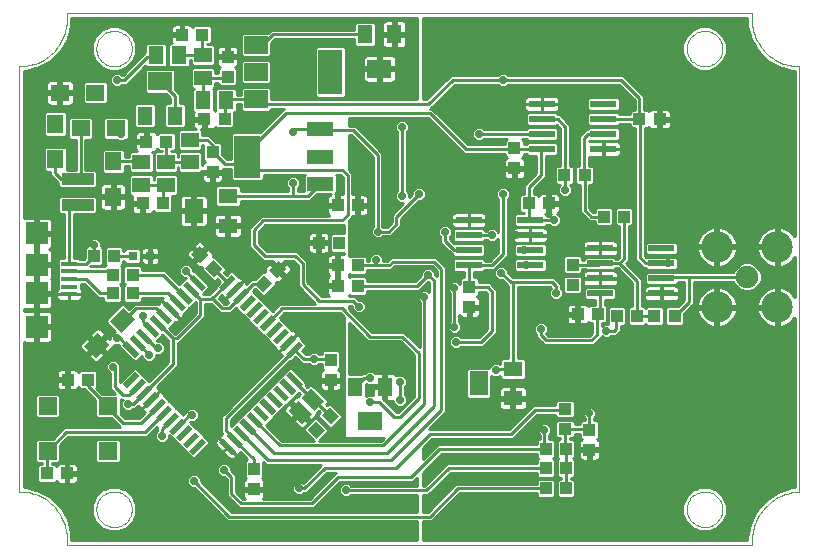
<source format=gtl>
G75*
%MOIN*%
%OFA0B0*%
%FSLAX24Y24*%
%IPPOS*%
%LPD*%
%AMOC8*
5,1,8,0,0,1.08239X$1,22.5*
%
%ADD10R,0.0433X0.0394*%
%ADD11R,0.0551X0.0630*%
%ADD12R,0.0630X0.0551*%
%ADD13R,0.0394X0.0433*%
%ADD14R,0.0787X0.0591*%
%ADD15R,0.0787X0.1496*%
%ADD16R,0.0866X0.0236*%
%ADD17R,0.0880X0.0480*%
%ADD18R,0.0866X0.1417*%
%ADD19R,0.1063X0.0394*%
%ADD20R,0.0512X0.0591*%
%ADD21R,0.0591X0.0512*%
%ADD22R,0.0630X0.0591*%
%ADD23R,0.0460X0.0630*%
%ADD24R,0.0591X0.0197*%
%ADD25R,0.0197X0.0591*%
%ADD26C,0.0750*%
%ADD27C,0.1050*%
%ADD28C,0.0000*%
%ADD29R,0.0748X0.0748*%
%ADD30R,0.0551X0.0157*%
%ADD31R,0.0315X0.0315*%
%ADD32R,0.0630X0.0512*%
%ADD33R,0.0630X0.0787*%
%ADD34R,0.0512X0.0630*%
%ADD35R,0.0787X0.0630*%
%ADD36C,0.0100*%
%ADD37OC8,0.0240*%
D10*
X001828Y003287D03*
X002497Y003287D03*
X002515Y006412D03*
X003185Y006412D03*
G36*
X007412Y009821D02*
X007107Y010126D01*
X007386Y010405D01*
X007691Y010100D01*
X007412Y009821D01*
G37*
G36*
X006939Y010295D02*
X006634Y010600D01*
X006913Y010879D01*
X007218Y010574D01*
X006939Y010295D01*
G37*
G36*
X008759Y009600D02*
X009064Y009905D01*
X009343Y009626D01*
X009038Y009321D01*
X008759Y009600D01*
G37*
G36*
X009232Y010074D02*
X009537Y010379D01*
X009816Y010100D01*
X009511Y009795D01*
X009232Y010074D01*
G37*
X005685Y012287D03*
X005015Y012287D03*
X005140Y014350D03*
X005810Y014350D03*
X007078Y015100D03*
X007747Y015100D03*
X006997Y017912D03*
X006328Y017912D03*
X017890Y012287D03*
X018560Y012287D03*
X019350Y010247D03*
X019350Y009578D03*
X019515Y008600D03*
X020185Y008600D03*
X019100Y005435D03*
X019100Y004765D03*
X021578Y015100D03*
X022247Y015100D03*
D11*
X004037Y013690D03*
X004037Y012509D03*
X002100Y013759D03*
X002100Y014940D03*
D12*
X002947Y014787D03*
X004128Y014787D03*
X003440Y015975D03*
X002259Y015975D03*
G36*
X003913Y008364D02*
X004358Y008809D01*
X004747Y008420D01*
X004302Y007975D01*
X003913Y008364D01*
G37*
G36*
X003912Y007585D02*
X003467Y007140D01*
X003078Y007529D01*
X003523Y007974D01*
X003912Y007585D01*
G37*
D13*
X004015Y009287D03*
X004685Y009287D03*
X004685Y009912D03*
X004015Y009912D03*
X004060Y010537D03*
X003390Y010537D03*
X007350Y013328D03*
X007350Y013997D03*
X007850Y016515D03*
X007850Y017185D03*
X011515Y012225D03*
X012185Y012225D03*
X011560Y010975D03*
X010890Y010975D03*
X011515Y010225D03*
X012185Y010225D03*
X012185Y009537D03*
X011515Y009537D03*
X011287Y007060D03*
X011287Y006390D03*
G36*
X010982Y005225D02*
X011261Y005504D01*
X011566Y005199D01*
X011287Y004920D01*
X010982Y005225D01*
G37*
G36*
X010509Y004751D02*
X010788Y005030D01*
X011093Y004725D01*
X010814Y004446D01*
X010509Y004751D01*
G37*
X008725Y003435D03*
X008725Y002765D03*
X015912Y008828D03*
X015912Y009497D03*
X020390Y011850D03*
X021060Y011850D03*
X019747Y013225D03*
X019078Y013225D03*
X017412Y013453D03*
X017412Y014122D03*
X020828Y008537D03*
X021497Y008537D03*
X022078Y008537D03*
X022747Y008537D03*
X019912Y004747D03*
X019912Y004078D03*
X019122Y004100D03*
X019122Y003475D03*
X018453Y003475D03*
X018453Y004100D03*
X018453Y002787D03*
X019122Y002787D03*
D14*
X008797Y015757D03*
X008797Y016662D03*
X008797Y017568D03*
D15*
X011278Y016662D03*
D16*
X018326Y015600D03*
X018326Y015100D03*
X018326Y014600D03*
X018326Y014100D03*
X020374Y014100D03*
X020374Y014600D03*
X020374Y015100D03*
X020374Y015600D03*
X017936Y011725D03*
X017936Y011225D03*
X017936Y010725D03*
X017936Y010225D03*
X015889Y010225D03*
X015889Y010725D03*
X015889Y011225D03*
X015889Y011725D03*
X020264Y010787D03*
X020264Y010287D03*
X020264Y009787D03*
X020264Y009287D03*
X022311Y009287D03*
X022311Y009787D03*
X022311Y010287D03*
X022311Y010787D03*
D17*
X010945Y012940D03*
X010945Y013850D03*
X010945Y014760D03*
D18*
X008505Y013850D03*
D19*
X002850Y013095D03*
X002850Y012229D03*
D20*
X007038Y015725D03*
X007786Y015725D03*
X006224Y017225D03*
X005476Y017225D03*
D21*
X007037Y017224D03*
X007037Y016476D03*
X006600Y014411D03*
X006600Y013663D03*
X005787Y013661D03*
X005787Y012913D03*
X004975Y012913D03*
X004975Y013661D03*
D22*
X003854Y005535D03*
X001846Y005535D03*
X001846Y004039D03*
X003854Y004039D03*
D23*
G36*
X010648Y005265D02*
X010323Y004940D01*
X009878Y005385D01*
X010203Y005710D01*
X010648Y005265D01*
G37*
G36*
X011072Y005690D02*
X010747Y005365D01*
X010302Y005810D01*
X010627Y006135D01*
X011072Y005690D01*
G37*
D24*
G36*
X010217Y006134D02*
X009801Y006550D01*
X009939Y006688D01*
X010355Y006272D01*
X010217Y006134D01*
G37*
G36*
X009994Y005912D02*
X009578Y006328D01*
X009716Y006466D01*
X010132Y006050D01*
X009994Y005912D01*
G37*
G36*
X009772Y005689D02*
X009356Y006105D01*
X009494Y006243D01*
X009910Y005827D01*
X009772Y005689D01*
G37*
G36*
X009549Y005466D02*
X009133Y005882D01*
X009271Y006020D01*
X009687Y005604D01*
X009549Y005466D01*
G37*
G36*
X009326Y005243D02*
X008910Y005659D01*
X009048Y005797D01*
X009464Y005381D01*
X009326Y005243D01*
G37*
G36*
X009104Y005021D02*
X008688Y005437D01*
X008826Y005575D01*
X009242Y005159D01*
X009104Y005021D01*
G37*
G36*
X008881Y004798D02*
X008465Y005214D01*
X008603Y005352D01*
X009019Y004936D01*
X008881Y004798D01*
G37*
G36*
X008658Y004575D02*
X008242Y004991D01*
X008380Y005129D01*
X008796Y004713D01*
X008658Y004575D01*
G37*
G36*
X008435Y004353D02*
X008019Y004769D01*
X008157Y004907D01*
X008573Y004491D01*
X008435Y004353D01*
G37*
G36*
X008213Y004130D02*
X007797Y004546D01*
X007935Y004684D01*
X008351Y004268D01*
X008213Y004130D01*
G37*
G36*
X007990Y003907D02*
X007574Y004323D01*
X007712Y004461D01*
X008128Y004045D01*
X007990Y003907D01*
G37*
G36*
X004761Y007137D02*
X004345Y007553D01*
X004483Y007691D01*
X004899Y007275D01*
X004761Y007137D01*
G37*
G36*
X004983Y007359D02*
X004567Y007775D01*
X004705Y007913D01*
X005121Y007497D01*
X004983Y007359D01*
G37*
G36*
X005206Y007582D02*
X004790Y007998D01*
X004928Y008136D01*
X005344Y007720D01*
X005206Y007582D01*
G37*
G36*
X005429Y007805D02*
X005013Y008221D01*
X005151Y008359D01*
X005567Y007943D01*
X005429Y007805D01*
G37*
G36*
X005652Y008027D02*
X005236Y008443D01*
X005374Y008581D01*
X005790Y008165D01*
X005652Y008027D01*
G37*
G36*
X005874Y008250D02*
X005458Y008666D01*
X005596Y008804D01*
X006012Y008388D01*
X005874Y008250D01*
G37*
G36*
X006097Y008473D02*
X005681Y008889D01*
X005819Y009027D01*
X006235Y008611D01*
X006097Y008473D01*
G37*
G36*
X006320Y008695D02*
X005904Y009111D01*
X006042Y009249D01*
X006458Y008833D01*
X006320Y008695D01*
G37*
G36*
X006542Y008918D02*
X006126Y009334D01*
X006264Y009472D01*
X006680Y009056D01*
X006542Y008918D01*
G37*
G36*
X006765Y009141D02*
X006349Y009557D01*
X006487Y009695D01*
X006903Y009279D01*
X006765Y009141D01*
G37*
G36*
X006988Y009364D02*
X006572Y009780D01*
X006710Y009918D01*
X007126Y009502D01*
X006988Y009364D01*
G37*
D25*
G36*
X007712Y009364D02*
X007574Y009502D01*
X007990Y009918D01*
X008128Y009780D01*
X007712Y009364D01*
G37*
G36*
X007935Y009141D02*
X007797Y009279D01*
X008213Y009695D01*
X008351Y009557D01*
X007935Y009141D01*
G37*
G36*
X008157Y008918D02*
X008019Y009056D01*
X008435Y009472D01*
X008573Y009334D01*
X008157Y008918D01*
G37*
G36*
X008380Y008695D02*
X008242Y008833D01*
X008658Y009249D01*
X008796Y009111D01*
X008380Y008695D01*
G37*
G36*
X008603Y008473D02*
X008465Y008611D01*
X008881Y009027D01*
X009019Y008889D01*
X008603Y008473D01*
G37*
G36*
X008826Y008250D02*
X008688Y008388D01*
X009104Y008804D01*
X009242Y008666D01*
X008826Y008250D01*
G37*
G36*
X009048Y008027D02*
X008910Y008165D01*
X009326Y008581D01*
X009464Y008443D01*
X009048Y008027D01*
G37*
G36*
X009271Y007805D02*
X009133Y007943D01*
X009549Y008359D01*
X009687Y008221D01*
X009271Y007805D01*
G37*
G36*
X009494Y007582D02*
X009356Y007720D01*
X009772Y008136D01*
X009910Y007998D01*
X009494Y007582D01*
G37*
G36*
X009716Y007359D02*
X009578Y007497D01*
X009994Y007913D01*
X010132Y007775D01*
X009716Y007359D01*
G37*
G36*
X009939Y007137D02*
X009801Y007275D01*
X010217Y007691D01*
X010355Y007553D01*
X009939Y007137D01*
G37*
G36*
X006264Y004353D02*
X006126Y004491D01*
X006542Y004907D01*
X006680Y004769D01*
X006264Y004353D01*
G37*
G36*
X006487Y004130D02*
X006349Y004268D01*
X006765Y004684D01*
X006903Y004546D01*
X006487Y004130D01*
G37*
G36*
X006710Y003907D02*
X006572Y004045D01*
X006988Y004461D01*
X007126Y004323D01*
X006710Y003907D01*
G37*
G36*
X006042Y004575D02*
X005904Y004713D01*
X006320Y005129D01*
X006458Y004991D01*
X006042Y004575D01*
G37*
G36*
X005819Y004798D02*
X005681Y004936D01*
X006097Y005352D01*
X006235Y005214D01*
X005819Y004798D01*
G37*
G36*
X005596Y005021D02*
X005458Y005159D01*
X005874Y005575D01*
X006012Y005437D01*
X005596Y005021D01*
G37*
G36*
X005374Y005243D02*
X005236Y005381D01*
X005652Y005797D01*
X005790Y005659D01*
X005374Y005243D01*
G37*
G36*
X005151Y005466D02*
X005013Y005604D01*
X005429Y006020D01*
X005567Y005882D01*
X005151Y005466D01*
G37*
G36*
X004928Y005689D02*
X004790Y005827D01*
X005206Y006243D01*
X005344Y006105D01*
X004928Y005689D01*
G37*
G36*
X004705Y005912D02*
X004567Y006050D01*
X004983Y006466D01*
X005121Y006328D01*
X004705Y005912D01*
G37*
G36*
X004483Y006134D02*
X004345Y006272D01*
X004761Y006688D01*
X004899Y006550D01*
X004483Y006134D01*
G37*
D26*
X025164Y009838D03*
D27*
X024160Y010841D03*
X026168Y010841D03*
X026168Y008834D03*
X024160Y008834D03*
D28*
X002487Y001109D02*
X002485Y001186D01*
X002479Y001263D01*
X002470Y001340D01*
X002457Y001416D01*
X002440Y001492D01*
X002419Y001566D01*
X002395Y001640D01*
X002367Y001712D01*
X002336Y001782D01*
X002301Y001851D01*
X002263Y001919D01*
X002222Y001984D01*
X002177Y002047D01*
X002129Y002108D01*
X002079Y002167D01*
X002026Y002223D01*
X001970Y002276D01*
X001911Y002326D01*
X001850Y002374D01*
X001787Y002419D01*
X001722Y002460D01*
X001654Y002498D01*
X001585Y002533D01*
X001515Y002564D01*
X001443Y002592D01*
X001369Y002616D01*
X001295Y002637D01*
X001219Y002654D01*
X001143Y002667D01*
X001066Y002676D01*
X000989Y002682D01*
X000912Y002684D01*
X000912Y016857D01*
X000989Y016859D01*
X001066Y016865D01*
X001143Y016874D01*
X001219Y016887D01*
X001295Y016904D01*
X001369Y016925D01*
X001443Y016949D01*
X001515Y016977D01*
X001585Y017008D01*
X001654Y017043D01*
X001722Y017081D01*
X001787Y017122D01*
X001850Y017167D01*
X001911Y017215D01*
X001970Y017265D01*
X002026Y017318D01*
X002079Y017374D01*
X002129Y017433D01*
X002177Y017494D01*
X002222Y017557D01*
X002263Y017622D01*
X002301Y017690D01*
X002336Y017759D01*
X002367Y017829D01*
X002395Y017901D01*
X002419Y017975D01*
X002440Y018049D01*
X002457Y018125D01*
X002470Y018201D01*
X002479Y018278D01*
X002485Y018355D01*
X002487Y018432D01*
X002487Y018629D01*
X025322Y018629D01*
X025322Y018432D01*
X023156Y017448D02*
X023158Y017496D01*
X023164Y017544D01*
X023174Y017591D01*
X023187Y017637D01*
X023205Y017682D01*
X023225Y017726D01*
X023250Y017768D01*
X023278Y017807D01*
X023308Y017844D01*
X023342Y017878D01*
X023379Y017910D01*
X023417Y017939D01*
X023458Y017964D01*
X023501Y017986D01*
X023546Y018004D01*
X023592Y018018D01*
X023639Y018029D01*
X023687Y018036D01*
X023735Y018039D01*
X023783Y018038D01*
X023831Y018033D01*
X023879Y018024D01*
X023925Y018012D01*
X023970Y017995D01*
X024014Y017975D01*
X024056Y017952D01*
X024096Y017925D01*
X024134Y017895D01*
X024169Y017862D01*
X024201Y017826D01*
X024231Y017788D01*
X024257Y017747D01*
X024279Y017704D01*
X024299Y017660D01*
X024314Y017615D01*
X024326Y017568D01*
X024334Y017520D01*
X024338Y017472D01*
X024338Y017424D01*
X024334Y017376D01*
X024326Y017328D01*
X024314Y017281D01*
X024299Y017236D01*
X024279Y017192D01*
X024257Y017149D01*
X024231Y017108D01*
X024201Y017070D01*
X024169Y017034D01*
X024134Y017001D01*
X024096Y016971D01*
X024056Y016944D01*
X024014Y016921D01*
X023970Y016901D01*
X023925Y016884D01*
X023879Y016872D01*
X023831Y016863D01*
X023783Y016858D01*
X023735Y016857D01*
X023687Y016860D01*
X023639Y016867D01*
X023592Y016878D01*
X023546Y016892D01*
X023501Y016910D01*
X023458Y016932D01*
X023417Y016957D01*
X023379Y016986D01*
X023342Y017018D01*
X023308Y017052D01*
X023278Y017089D01*
X023250Y017128D01*
X023225Y017170D01*
X023205Y017214D01*
X023187Y017259D01*
X023174Y017305D01*
X023164Y017352D01*
X023158Y017400D01*
X023156Y017448D01*
X026897Y016857D02*
X026897Y002684D01*
X026817Y002678D01*
X026738Y002667D01*
X026659Y002653D01*
X026582Y002635D01*
X026505Y002614D01*
X026429Y002589D01*
X026355Y002560D01*
X026282Y002528D01*
X026210Y002492D01*
X026141Y002453D01*
X026073Y002411D01*
X026008Y002365D01*
X025944Y002317D01*
X025883Y002265D01*
X025825Y002211D01*
X025769Y002154D01*
X025716Y002094D01*
X025666Y002032D01*
X025619Y001968D01*
X025575Y001901D01*
X025534Y001833D01*
X025497Y001762D01*
X025463Y001690D01*
X025432Y001617D01*
X025405Y001541D01*
X025382Y001465D01*
X025362Y001388D01*
X025346Y001310D01*
X025334Y001231D01*
X025325Y001152D01*
X025320Y001072D01*
X025319Y000992D01*
X025322Y000913D01*
X025322Y000912D02*
X002487Y000912D01*
X002487Y001109D01*
X003471Y002094D02*
X003473Y002142D01*
X003479Y002190D01*
X003489Y002237D01*
X003502Y002283D01*
X003520Y002328D01*
X003540Y002372D01*
X003565Y002414D01*
X003593Y002453D01*
X003623Y002490D01*
X003657Y002524D01*
X003694Y002556D01*
X003732Y002585D01*
X003773Y002610D01*
X003816Y002632D01*
X003861Y002650D01*
X003907Y002664D01*
X003954Y002675D01*
X004002Y002682D01*
X004050Y002685D01*
X004098Y002684D01*
X004146Y002679D01*
X004194Y002670D01*
X004240Y002658D01*
X004285Y002641D01*
X004329Y002621D01*
X004371Y002598D01*
X004411Y002571D01*
X004449Y002541D01*
X004484Y002508D01*
X004516Y002472D01*
X004546Y002434D01*
X004572Y002393D01*
X004594Y002350D01*
X004614Y002306D01*
X004629Y002261D01*
X004641Y002214D01*
X004649Y002166D01*
X004653Y002118D01*
X004653Y002070D01*
X004649Y002022D01*
X004641Y001974D01*
X004629Y001927D01*
X004614Y001882D01*
X004594Y001838D01*
X004572Y001795D01*
X004546Y001754D01*
X004516Y001716D01*
X004484Y001680D01*
X004449Y001647D01*
X004411Y001617D01*
X004371Y001590D01*
X004329Y001567D01*
X004285Y001547D01*
X004240Y001530D01*
X004194Y001518D01*
X004146Y001509D01*
X004098Y001504D01*
X004050Y001503D01*
X004002Y001506D01*
X003954Y001513D01*
X003907Y001524D01*
X003861Y001538D01*
X003816Y001556D01*
X003773Y001578D01*
X003732Y001603D01*
X003694Y001632D01*
X003657Y001664D01*
X003623Y001698D01*
X003593Y001735D01*
X003565Y001774D01*
X003540Y001816D01*
X003520Y001860D01*
X003502Y001905D01*
X003489Y001951D01*
X003479Y001998D01*
X003473Y002046D01*
X003471Y002094D01*
X023156Y002094D02*
X023158Y002142D01*
X023164Y002190D01*
X023174Y002237D01*
X023187Y002283D01*
X023205Y002328D01*
X023225Y002372D01*
X023250Y002414D01*
X023278Y002453D01*
X023308Y002490D01*
X023342Y002524D01*
X023379Y002556D01*
X023417Y002585D01*
X023458Y002610D01*
X023501Y002632D01*
X023546Y002650D01*
X023592Y002664D01*
X023639Y002675D01*
X023687Y002682D01*
X023735Y002685D01*
X023783Y002684D01*
X023831Y002679D01*
X023879Y002670D01*
X023925Y002658D01*
X023970Y002641D01*
X024014Y002621D01*
X024056Y002598D01*
X024096Y002571D01*
X024134Y002541D01*
X024169Y002508D01*
X024201Y002472D01*
X024231Y002434D01*
X024257Y002393D01*
X024279Y002350D01*
X024299Y002306D01*
X024314Y002261D01*
X024326Y002214D01*
X024334Y002166D01*
X024338Y002118D01*
X024338Y002070D01*
X024334Y002022D01*
X024326Y001974D01*
X024314Y001927D01*
X024299Y001882D01*
X024279Y001838D01*
X024257Y001795D01*
X024231Y001754D01*
X024201Y001716D01*
X024169Y001680D01*
X024134Y001647D01*
X024096Y001617D01*
X024056Y001590D01*
X024014Y001567D01*
X023970Y001547D01*
X023925Y001530D01*
X023879Y001518D01*
X023831Y001509D01*
X023783Y001504D01*
X023735Y001503D01*
X023687Y001506D01*
X023639Y001513D01*
X023592Y001524D01*
X023546Y001538D01*
X023501Y001556D01*
X023458Y001578D01*
X023417Y001603D01*
X023379Y001632D01*
X023342Y001664D01*
X023308Y001698D01*
X023278Y001735D01*
X023250Y001774D01*
X023225Y001816D01*
X023205Y001860D01*
X023187Y001905D01*
X023174Y001951D01*
X023164Y001998D01*
X023158Y002046D01*
X023156Y002094D01*
X003471Y017448D02*
X003473Y017496D01*
X003479Y017544D01*
X003489Y017591D01*
X003502Y017637D01*
X003520Y017682D01*
X003540Y017726D01*
X003565Y017768D01*
X003593Y017807D01*
X003623Y017844D01*
X003657Y017878D01*
X003694Y017910D01*
X003732Y017939D01*
X003773Y017964D01*
X003816Y017986D01*
X003861Y018004D01*
X003907Y018018D01*
X003954Y018029D01*
X004002Y018036D01*
X004050Y018039D01*
X004098Y018038D01*
X004146Y018033D01*
X004194Y018024D01*
X004240Y018012D01*
X004285Y017995D01*
X004329Y017975D01*
X004371Y017952D01*
X004411Y017925D01*
X004449Y017895D01*
X004484Y017862D01*
X004516Y017826D01*
X004546Y017788D01*
X004572Y017747D01*
X004594Y017704D01*
X004614Y017660D01*
X004629Y017615D01*
X004641Y017568D01*
X004649Y017520D01*
X004653Y017472D01*
X004653Y017424D01*
X004649Y017376D01*
X004641Y017328D01*
X004629Y017281D01*
X004614Y017236D01*
X004594Y017192D01*
X004572Y017149D01*
X004546Y017108D01*
X004516Y017070D01*
X004484Y017034D01*
X004449Y017001D01*
X004411Y016971D01*
X004371Y016944D01*
X004329Y016921D01*
X004285Y016901D01*
X004240Y016884D01*
X004194Y016872D01*
X004146Y016863D01*
X004098Y016858D01*
X004050Y016857D01*
X004002Y016860D01*
X003954Y016867D01*
X003907Y016878D01*
X003861Y016892D01*
X003816Y016910D01*
X003773Y016932D01*
X003732Y016957D01*
X003694Y016986D01*
X003657Y017018D01*
X003623Y017052D01*
X003593Y017089D01*
X003565Y017128D01*
X003540Y017170D01*
X003520Y017214D01*
X003502Y017259D01*
X003489Y017305D01*
X003479Y017352D01*
X003473Y017400D01*
X003471Y017448D01*
X025322Y018432D02*
X025324Y018355D01*
X025330Y018278D01*
X025339Y018201D01*
X025352Y018125D01*
X025369Y018049D01*
X025390Y017975D01*
X025414Y017901D01*
X025442Y017829D01*
X025473Y017759D01*
X025508Y017690D01*
X025546Y017622D01*
X025587Y017557D01*
X025632Y017494D01*
X025680Y017433D01*
X025730Y017374D01*
X025783Y017318D01*
X025839Y017265D01*
X025898Y017215D01*
X025959Y017167D01*
X026022Y017122D01*
X026087Y017081D01*
X026155Y017043D01*
X026224Y017008D01*
X026294Y016977D01*
X026366Y016949D01*
X026440Y016925D01*
X026514Y016904D01*
X026590Y016887D01*
X026666Y016874D01*
X026743Y016865D01*
X026820Y016859D01*
X026897Y016857D01*
D29*
X001483Y011286D03*
X001483Y010243D03*
X001483Y009298D03*
X001483Y008176D03*
D30*
X002566Y009259D03*
X002566Y009515D03*
X002566Y009771D03*
X002566Y010027D03*
X002566Y010282D03*
D31*
X004680Y010537D03*
X005270Y010537D03*
D32*
X007858Y011545D03*
X007858Y012530D03*
X017358Y006780D03*
X017358Y005795D03*
D33*
X016217Y006287D03*
X006717Y012037D03*
D34*
X006092Y015217D03*
X005108Y015217D03*
X012420Y017921D03*
X013405Y017921D03*
X013092Y006171D03*
X012108Y006171D03*
D35*
X012600Y005029D03*
X005600Y016358D03*
X012912Y016779D03*
D36*
X012862Y016771D02*
X011781Y016771D01*
X011781Y016869D02*
X012369Y016869D01*
X012369Y016829D02*
X012862Y016829D01*
X012862Y016729D01*
X012369Y016729D01*
X012369Y016444D01*
X012379Y016406D01*
X012399Y016372D01*
X012427Y016344D01*
X012461Y016324D01*
X012499Y016314D01*
X012862Y016314D01*
X012862Y016729D01*
X012962Y016729D01*
X012962Y016314D01*
X013326Y016314D01*
X013364Y016324D01*
X013398Y016344D01*
X013426Y016372D01*
X013446Y016406D01*
X013456Y016444D01*
X013456Y016729D01*
X012962Y016729D01*
X012962Y016829D01*
X012862Y016829D01*
X012862Y017244D01*
X012499Y017244D01*
X012461Y017234D01*
X012427Y017214D01*
X012399Y017186D01*
X012379Y017152D01*
X012369Y017114D01*
X012369Y016829D01*
X012369Y016968D02*
X011781Y016968D01*
X011781Y017066D02*
X012369Y017066D01*
X012386Y017165D02*
X011781Y017165D01*
X011781Y017263D02*
X014162Y017263D01*
X014162Y017165D02*
X013438Y017165D01*
X013446Y017152D02*
X013426Y017186D01*
X013398Y017214D01*
X013364Y017234D01*
X013326Y017244D01*
X012962Y017244D01*
X012962Y016829D01*
X013456Y016829D01*
X013456Y017114D01*
X013446Y017152D01*
X013456Y017066D02*
X014162Y017066D01*
X014162Y016968D02*
X013456Y016968D01*
X013456Y016869D02*
X014162Y016869D01*
X014162Y016771D02*
X012962Y016771D01*
X012962Y016869D02*
X012862Y016869D01*
X012862Y016968D02*
X012962Y016968D01*
X012962Y017066D02*
X012862Y017066D01*
X012862Y017165D02*
X012962Y017165D01*
X013091Y017466D02*
X013129Y017456D01*
X013355Y017456D01*
X013355Y017871D01*
X013455Y017871D01*
X013455Y017971D01*
X013810Y017971D01*
X013810Y018255D01*
X013800Y018294D01*
X013780Y018328D01*
X013753Y018356D01*
X013718Y018376D01*
X013680Y018386D01*
X013455Y018386D01*
X013455Y017971D01*
X013355Y017971D01*
X013355Y018386D01*
X013129Y018386D01*
X013091Y018376D01*
X013057Y018356D01*
X013029Y018328D01*
X013009Y018294D01*
X012999Y018255D01*
X012999Y017971D01*
X013355Y017971D01*
X013355Y017871D01*
X012999Y017871D01*
X012999Y017586D01*
X013009Y017548D01*
X013029Y017514D01*
X013057Y017486D01*
X013091Y017466D01*
X013112Y017460D02*
X011777Y017460D01*
X011781Y017456D02*
X011717Y017520D01*
X010838Y017520D01*
X010774Y017456D01*
X010774Y015869D01*
X010838Y015804D01*
X011717Y015804D01*
X011781Y015869D01*
X011781Y017456D01*
X011781Y017362D02*
X014162Y017362D01*
X014162Y017460D02*
X013697Y017460D01*
X013680Y017456D02*
X013718Y017466D01*
X013753Y017486D01*
X013780Y017514D01*
X013800Y017548D01*
X013810Y017586D01*
X013810Y017871D01*
X013455Y017871D01*
X013455Y017456D01*
X013680Y017456D01*
X013803Y017559D02*
X014162Y017559D01*
X014162Y017657D02*
X013810Y017657D01*
X013810Y017756D02*
X014162Y017756D01*
X014162Y017854D02*
X013810Y017854D01*
X013810Y018051D02*
X014162Y018051D01*
X014162Y017953D02*
X013455Y017953D01*
X013455Y018051D02*
X013355Y018051D01*
X013355Y017953D02*
X012786Y017953D01*
X012786Y018051D02*
X012999Y018051D01*
X012999Y018150D02*
X012786Y018150D01*
X012786Y018248D02*
X012999Y018248D01*
X013048Y018347D02*
X002637Y018347D01*
X002637Y018445D02*
X014162Y018445D01*
X014162Y018479D02*
X014162Y015760D01*
X009301Y015760D01*
X009301Y016098D01*
X009237Y016162D01*
X008358Y016162D01*
X008294Y016098D01*
X008294Y015917D01*
X008152Y015917D01*
X008152Y016066D01*
X008088Y016130D01*
X007485Y016130D01*
X007421Y016066D01*
X007421Y015384D01*
X007441Y015363D01*
X007434Y015355D01*
X007414Y015389D01*
X007404Y015399D01*
X007404Y016066D01*
X007360Y016110D01*
X007378Y016110D01*
X007443Y016174D01*
X007443Y016316D01*
X007543Y016316D01*
X007543Y016253D01*
X007607Y016189D01*
X008092Y016189D01*
X008157Y016253D01*
X008157Y016777D01*
X008105Y016829D01*
X008139Y016848D01*
X008167Y016876D01*
X008187Y016910D01*
X008197Y016948D01*
X008197Y017136D01*
X007898Y017136D01*
X007898Y017233D01*
X007801Y017233D01*
X007801Y017136D01*
X007503Y017136D01*
X007503Y016948D01*
X007513Y016910D01*
X007533Y016876D01*
X007561Y016848D01*
X007594Y016829D01*
X007543Y016777D01*
X007543Y016636D01*
X007443Y016636D01*
X007443Y016777D01*
X007378Y016842D01*
X006697Y016842D01*
X006632Y016777D01*
X006632Y016174D01*
X006697Y016110D01*
X006717Y016110D01*
X006672Y016066D01*
X006672Y015384D01*
X006717Y015339D01*
X006711Y015316D01*
X006711Y015148D01*
X007029Y015148D01*
X007029Y015051D01*
X007126Y015051D01*
X007126Y014753D01*
X007314Y014753D01*
X007352Y014763D01*
X007386Y014783D01*
X007414Y014811D01*
X007434Y014844D01*
X007485Y014793D01*
X008009Y014793D01*
X008074Y014857D01*
X008074Y015320D01*
X008088Y015320D01*
X008152Y015384D01*
X008152Y015597D01*
X008294Y015597D01*
X008294Y015416D01*
X008358Y015352D01*
X009237Y015352D01*
X009301Y015416D01*
X009301Y015440D01*
X009714Y015440D01*
X009627Y015354D01*
X009627Y015354D01*
X008942Y014669D01*
X008026Y014669D01*
X007962Y014604D01*
X007005Y014604D01*
X007005Y014572D02*
X007005Y014713D01*
X006965Y014753D01*
X007029Y014753D01*
X007029Y015051D01*
X006711Y015051D01*
X006711Y014883D01*
X006721Y014845D01*
X006741Y014811D01*
X006769Y014783D01*
X006779Y014777D01*
X006259Y014777D01*
X006195Y014713D01*
X006195Y014110D01*
X006259Y014046D01*
X006941Y014046D01*
X007005Y014110D01*
X007005Y014252D01*
X007043Y014252D01*
X007043Y013735D01*
X007094Y013684D01*
X007061Y013664D01*
X007033Y013636D01*
X007013Y013602D01*
X007005Y013572D01*
X007005Y013965D01*
X006941Y014029D01*
X006259Y014029D01*
X006195Y013965D01*
X006195Y013821D01*
X006193Y013821D01*
X006193Y013963D01*
X006128Y014027D01*
X005970Y014027D01*
X005970Y014043D01*
X006072Y014043D01*
X006136Y014107D01*
X006136Y014592D01*
X006072Y014657D01*
X005547Y014657D01*
X005496Y014605D01*
X005477Y014639D01*
X005449Y014667D01*
X005415Y014687D01*
X005377Y014697D01*
X005189Y014697D01*
X005189Y014398D01*
X005092Y014398D01*
X005092Y014301D01*
X004774Y014301D01*
X004774Y014133D01*
X004784Y014095D01*
X004804Y014061D01*
X004832Y014033D01*
X004841Y014027D01*
X004634Y014027D01*
X004570Y013963D01*
X004570Y013850D01*
X004423Y013850D01*
X004423Y014051D01*
X004359Y014115D01*
X003716Y014115D01*
X003652Y014051D01*
X003652Y013330D01*
X003716Y013265D01*
X004359Y013265D01*
X004423Y013330D01*
X004423Y013530D01*
X004570Y013530D01*
X004570Y013360D01*
X004634Y013296D01*
X005316Y013296D01*
X005380Y013360D01*
X005380Y013963D01*
X005340Y014003D01*
X005377Y014003D01*
X005415Y014013D01*
X005449Y014033D01*
X005477Y014061D01*
X005496Y014094D01*
X005547Y014043D01*
X005650Y014043D01*
X005650Y014027D01*
X005447Y014027D01*
X005382Y013963D01*
X005382Y013360D01*
X005447Y013296D01*
X006128Y013296D01*
X006193Y013360D01*
X006193Y013501D01*
X006195Y013501D01*
X006195Y013362D01*
X006259Y013297D01*
X006941Y013297D01*
X007005Y013362D01*
X007005Y013376D01*
X007301Y013376D01*
X007301Y013279D01*
X007003Y013279D01*
X007003Y013091D01*
X007013Y013053D01*
X007033Y013019D01*
X007061Y012991D01*
X007095Y012971D01*
X007133Y012961D01*
X007301Y012961D01*
X007301Y013279D01*
X007398Y013279D01*
X007398Y012961D01*
X007566Y012961D01*
X007605Y012971D01*
X007639Y012991D01*
X007667Y013019D01*
X007687Y013053D01*
X007697Y013091D01*
X007697Y013279D01*
X007398Y013279D01*
X007398Y013376D01*
X007697Y013376D01*
X007697Y013440D01*
X007962Y013440D01*
X007962Y013096D01*
X008026Y013031D01*
X008983Y013031D01*
X009048Y013096D01*
X009048Y013252D01*
X010422Y013252D01*
X010395Y013225D01*
X009048Y013225D01*
X009048Y013126D02*
X009864Y013126D01*
X009807Y013070D02*
X009942Y013205D01*
X010133Y013205D01*
X010267Y013070D01*
X010267Y012880D01*
X010197Y012810D01*
X010197Y012690D01*
X010395Y012690D01*
X010395Y013225D01*
X010395Y013126D02*
X010211Y013126D01*
X010267Y013028D02*
X010395Y013028D01*
X010395Y012929D02*
X010267Y012929D01*
X010219Y012831D02*
X010395Y012831D01*
X010395Y012732D02*
X010197Y012732D01*
X010037Y012530D02*
X009537Y012530D01*
X007858Y012530D01*
X008283Y012690D02*
X008283Y012831D01*
X008219Y012895D01*
X007498Y012895D01*
X007433Y012831D01*
X007433Y012228D01*
X007498Y012164D01*
X008219Y012164D01*
X008283Y012228D01*
X008283Y012370D01*
X010601Y012370D01*
X010821Y012590D01*
X011293Y012590D01*
X011261Y012581D01*
X011226Y012561D01*
X011198Y012534D01*
X011179Y012499D01*
X011168Y012461D01*
X011168Y012273D01*
X011467Y012273D01*
X011467Y012176D01*
X011168Y012176D01*
X011168Y011989D01*
X011179Y011950D01*
X011198Y011916D01*
X011226Y011888D01*
X011232Y011885D01*
X008971Y011885D01*
X008659Y011572D01*
X008565Y011479D01*
X008565Y010846D01*
X008940Y010471D01*
X009034Y010377D01*
X009324Y010377D01*
X009313Y010366D01*
X009524Y010155D01*
X009456Y010087D01*
X009245Y010298D01*
X009112Y010165D01*
X009092Y010131D01*
X009082Y010092D01*
X009082Y010053D01*
X009092Y010016D01*
X009019Y010016D01*
X008763Y009760D01*
X008635Y009760D01*
X008541Y009666D01*
X008491Y009616D01*
X008472Y009649D01*
X008389Y009733D01*
X008074Y009418D01*
X008074Y009418D01*
X008389Y009733D01*
X008305Y009816D01*
X008271Y009836D01*
X008233Y009846D01*
X008218Y009846D01*
X008036Y010029D01*
X007945Y010029D01*
X007817Y009901D01*
X007733Y009985D01*
X007801Y010054D01*
X007801Y010145D01*
X007431Y010516D01*
X007358Y010516D01*
X007368Y010553D01*
X007368Y010592D01*
X007358Y010631D01*
X007338Y010665D01*
X007205Y010798D01*
X006994Y010587D01*
X006926Y010655D01*
X007137Y010866D01*
X007004Y010999D01*
X006970Y011019D01*
X006932Y011029D01*
X006892Y011029D01*
X006854Y011019D01*
X006820Y010999D01*
X006701Y010880D01*
X006926Y010655D01*
X006857Y010587D01*
X006632Y010811D01*
X006513Y010693D01*
X006494Y010658D01*
X006483Y010620D01*
X006483Y010581D01*
X006494Y010543D01*
X006513Y010508D01*
X006646Y010376D01*
X006857Y010587D01*
X006926Y010518D01*
X006715Y010307D01*
X006848Y010174D01*
X006882Y010154D01*
X006920Y010144D01*
X006959Y010144D01*
X006997Y010154D01*
X006997Y010082D01*
X007367Y009711D01*
X007459Y009711D01*
X007506Y009759D01*
X007590Y009675D01*
X007463Y009547D01*
X007463Y009478D01*
X007244Y009260D01*
X007041Y009260D01*
X007237Y009456D01*
X007237Y009547D01*
X006755Y010029D01*
X006705Y010029D01*
X006705Y010133D01*
X006570Y010267D01*
X006380Y010267D01*
X006245Y010133D01*
X006245Y009942D01*
X006380Y009807D01*
X006456Y009807D01*
X006457Y009806D01*
X006441Y009806D01*
X006238Y009603D01*
X006238Y009587D01*
X005846Y009979D01*
X005752Y010072D01*
X004991Y010072D01*
X004991Y010175D01*
X004927Y010239D01*
X004442Y010239D01*
X004378Y010175D01*
X004378Y009650D01*
X004428Y009600D01*
X004378Y009550D01*
X004378Y009025D01*
X004442Y008961D01*
X004927Y008961D01*
X004991Y009025D01*
X004991Y009127D01*
X005706Y009127D01*
X005643Y009065D01*
X005958Y008750D01*
X005958Y008750D01*
X005643Y009065D01*
X005560Y008981D01*
X005540Y008947D01*
X004721Y008947D01*
X004549Y008775D01*
X004403Y008920D01*
X004312Y008920D01*
X003802Y008410D01*
X003802Y008319D01*
X004104Y008017D01*
X004067Y008017D01*
X003932Y007883D01*
X003932Y007777D01*
X003859Y007851D01*
X003566Y007557D01*
X003831Y007292D01*
X004032Y007493D01*
X004052Y007527D01*
X004062Y007563D01*
X004067Y007557D01*
X004233Y007557D01*
X004233Y007507D01*
X004715Y007025D01*
X004806Y007025D01*
X004995Y007214D01*
X004995Y007130D01*
X005130Y006995D01*
X005320Y006995D01*
X005455Y007130D01*
X005455Y007245D01*
X005633Y007245D01*
X005767Y007380D01*
X005767Y007570D01*
X005633Y007705D01*
X005486Y007705D01*
X005678Y007897D01*
X005678Y007912D01*
X005869Y007721D01*
X005877Y007713D01*
X005877Y007002D01*
X005233Y006358D01*
X005233Y006373D01*
X005029Y006577D01*
X005010Y006577D01*
X005010Y006596D01*
X004806Y006800D01*
X004715Y006800D01*
X004260Y006344D01*
X004260Y006747D01*
X004267Y006755D01*
X004267Y006945D01*
X004133Y007080D01*
X003942Y007080D01*
X003807Y006945D01*
X003807Y006755D01*
X003940Y006622D01*
X003940Y006096D01*
X004034Y006002D01*
X004095Y005941D01*
X003675Y005941D01*
X003478Y006137D01*
X003511Y006170D01*
X003511Y006655D01*
X003447Y006719D01*
X002922Y006719D01*
X002871Y006668D01*
X002852Y006701D01*
X002824Y006729D01*
X002790Y006749D01*
X002752Y006759D01*
X002564Y006759D01*
X002564Y006461D01*
X002467Y006461D01*
X002467Y006759D01*
X002279Y006759D01*
X002241Y006749D01*
X002207Y006729D01*
X002179Y006701D01*
X002159Y006667D01*
X002149Y006629D01*
X002149Y006461D01*
X002467Y006461D01*
X002467Y006364D01*
X002564Y006364D01*
X002564Y006066D01*
X002752Y006066D01*
X002790Y006076D01*
X002824Y006096D01*
X002852Y006123D01*
X002871Y006157D01*
X002922Y006106D01*
X003057Y006106D01*
X003118Y006045D01*
X003118Y006045D01*
X003429Y005734D01*
X003429Y005195D01*
X003493Y005130D01*
X003968Y005130D01*
X004276Y004822D01*
X002403Y004822D01*
X002025Y004445D01*
X001485Y004445D01*
X001421Y004380D01*
X001421Y003699D01*
X001485Y003634D01*
X001668Y003634D01*
X001668Y003594D01*
X001566Y003594D01*
X001501Y003530D01*
X001501Y003045D01*
X001566Y002981D01*
X002090Y002981D01*
X002178Y002981D01*
X002188Y002971D02*
X002223Y002951D01*
X002261Y002941D01*
X002449Y002941D01*
X002449Y003239D01*
X002545Y003239D01*
X002545Y002941D01*
X002733Y002941D01*
X002771Y002951D01*
X002806Y002971D01*
X002834Y002998D01*
X002853Y003033D01*
X002864Y003071D01*
X002864Y003239D01*
X002545Y003239D01*
X002545Y003336D01*
X002449Y003336D01*
X002449Y003634D01*
X002261Y003634D01*
X002223Y003624D01*
X002188Y003604D01*
X002160Y003576D01*
X002141Y003543D01*
X002090Y003594D01*
X001988Y003594D01*
X001988Y003634D01*
X002206Y003634D01*
X002271Y003699D01*
X002271Y004238D01*
X002535Y004502D01*
X005166Y004502D01*
X005260Y004596D01*
X005502Y004839D01*
X005502Y004703D01*
X005432Y004633D01*
X005432Y004442D01*
X005567Y004307D01*
X005758Y004307D01*
X005892Y004442D01*
X005892Y004567D01*
X005996Y004464D01*
X006015Y004464D01*
X006015Y004445D01*
X006219Y004241D01*
X006238Y004241D01*
X006238Y004222D01*
X006441Y004019D01*
X006460Y004019D01*
X006460Y003999D01*
X006664Y003796D01*
X006755Y003796D01*
X007237Y004278D01*
X007237Y004369D01*
X007034Y004573D01*
X007014Y004573D01*
X007014Y004592D01*
X006811Y004795D01*
X006792Y004795D01*
X006792Y004814D01*
X006611Y004995D01*
X006758Y004995D01*
X006892Y005130D01*
X006892Y005320D01*
X006758Y005455D01*
X006567Y005455D01*
X006497Y005385D01*
X006487Y005385D01*
X006393Y005291D01*
X006346Y005244D01*
X006346Y005260D01*
X006143Y005463D01*
X006124Y005463D01*
X006124Y005483D01*
X005920Y005686D01*
X005901Y005686D01*
X005901Y005705D01*
X005718Y005888D01*
X005718Y005902D01*
X005708Y005940D01*
X005688Y005974D01*
X005605Y006058D01*
X005290Y005743D01*
X005290Y005743D01*
X004975Y005428D01*
X005059Y005345D01*
X005092Y005326D01*
X004901Y005135D01*
X004416Y005135D01*
X004279Y005272D01*
X004279Y005757D01*
X004284Y005752D01*
X004365Y005752D01*
X004307Y005695D01*
X004307Y005505D01*
X004442Y005370D01*
X004633Y005370D01*
X004703Y005440D01*
X004767Y005440D01*
X004861Y005534D01*
X004872Y005545D01*
X004891Y005512D01*
X004975Y005428D01*
X005290Y005743D01*
X005290Y005743D01*
X005605Y006058D01*
X005521Y006142D01*
X005488Y006161D01*
X006104Y006776D01*
X006197Y006870D01*
X006197Y007627D01*
X006229Y007627D01*
X006322Y007721D01*
X007010Y008409D01*
X007104Y008503D01*
X007104Y008940D01*
X007284Y008940D01*
X007596Y008627D01*
X007955Y008627D01*
X008049Y008721D01*
X008131Y008803D01*
X008131Y008788D01*
X008334Y008584D01*
X008353Y008584D01*
X008353Y008565D01*
X008557Y008361D01*
X008576Y008361D01*
X008576Y008342D01*
X008780Y008139D01*
X008799Y008139D01*
X008799Y008120D01*
X009003Y007916D01*
X009022Y007916D01*
X009022Y007897D01*
X009225Y007693D01*
X009244Y007693D01*
X009244Y007674D01*
X009427Y007491D01*
X009427Y007477D01*
X009437Y007439D01*
X009457Y007405D01*
X009541Y007321D01*
X009624Y007238D01*
X009657Y007219D01*
X007721Y005283D01*
X007627Y005189D01*
X007627Y004659D01*
X007677Y004609D01*
X007654Y004602D01*
X007620Y004583D01*
X007536Y004499D01*
X007453Y004415D01*
X007433Y004381D01*
X007423Y004343D01*
X007423Y004304D01*
X007433Y004265D01*
X007453Y004231D01*
X007675Y004009D01*
X007851Y004184D01*
X007851Y004184D01*
X008166Y003869D01*
X008082Y003786D01*
X008048Y003766D01*
X008010Y003756D01*
X007970Y003756D01*
X007932Y003766D01*
X007898Y003786D01*
X007675Y004009D01*
X007851Y004184D01*
X007851Y004184D01*
X008166Y003869D01*
X008249Y003953D01*
X008268Y003986D01*
X008493Y003761D01*
X008482Y003761D01*
X008418Y003697D01*
X008418Y003172D01*
X008469Y003121D01*
X008436Y003102D01*
X008408Y003074D01*
X008388Y003040D01*
X008378Y003002D01*
X008378Y002814D01*
X008676Y002814D01*
X008676Y002717D01*
X008378Y002717D01*
X008378Y002529D01*
X008388Y002491D01*
X008408Y002457D01*
X008417Y002447D01*
X008354Y002447D01*
X008135Y002666D01*
X008135Y003229D01*
X008041Y003322D01*
X007955Y003409D01*
X007955Y003508D01*
X007820Y003642D01*
X007630Y003642D01*
X007495Y003508D01*
X007495Y003317D01*
X007630Y003182D01*
X007729Y003182D01*
X007815Y003096D01*
X007815Y002534D01*
X008127Y002221D01*
X008221Y002127D01*
X010729Y002127D01*
X011604Y003002D01*
X014041Y003002D01*
X014135Y003096D01*
X014162Y003124D01*
X014162Y002885D01*
X011953Y002885D01*
X011883Y002955D01*
X011692Y002955D01*
X011557Y002820D01*
X011557Y002630D01*
X011692Y002495D01*
X011883Y002495D01*
X011953Y002565D01*
X014162Y002565D01*
X014162Y002010D01*
X007979Y002010D01*
X006955Y003034D01*
X006955Y003133D01*
X006820Y003267D01*
X006630Y003267D01*
X006495Y003133D01*
X006495Y002942D01*
X006630Y002807D01*
X006729Y002807D01*
X007752Y001784D01*
X007846Y001690D01*
X014162Y001690D01*
X014162Y001062D01*
X002637Y001062D01*
X002637Y001336D01*
X002520Y001775D01*
X002293Y002168D01*
X001971Y002489D01*
X001578Y002717D01*
X001139Y002834D01*
X001062Y002834D01*
X001062Y007659D01*
X001090Y007652D01*
X001433Y007652D01*
X001433Y008126D01*
X001533Y008126D01*
X001533Y007652D01*
X001877Y007652D01*
X001915Y007662D01*
X001949Y007682D01*
X001977Y007710D01*
X001997Y007744D01*
X002007Y007782D01*
X002007Y008126D01*
X001533Y008126D01*
X001533Y008226D01*
X001433Y008226D01*
X001433Y008700D01*
X001090Y008700D01*
X001062Y008693D01*
X001062Y008781D01*
X001090Y008774D01*
X001433Y008774D01*
X001433Y009248D01*
X001533Y009248D01*
X001533Y008774D01*
X001877Y008774D01*
X001915Y008784D01*
X001949Y008804D01*
X001977Y008832D01*
X001997Y008866D01*
X002007Y008904D01*
X002007Y009248D01*
X001533Y009248D01*
X001533Y009348D01*
X001433Y009348D01*
X001433Y010193D01*
X001533Y010193D01*
X001533Y009719D01*
X001533Y009348D01*
X002007Y009348D01*
X002007Y009692D01*
X001997Y009730D01*
X001977Y009764D01*
X001971Y009771D01*
X001977Y009777D01*
X001997Y009811D01*
X002007Y009849D01*
X002007Y010193D01*
X001533Y010193D01*
X001533Y010293D01*
X001433Y010293D01*
X001433Y011236D01*
X001533Y011236D01*
X001533Y010762D01*
X001533Y010293D01*
X002007Y010293D01*
X002007Y010637D01*
X001997Y010675D01*
X001977Y010709D01*
X001949Y010737D01*
X001915Y010757D01*
X001886Y010765D01*
X001915Y010773D01*
X001949Y010792D01*
X001977Y010820D01*
X001997Y010855D01*
X002007Y010893D01*
X002007Y011236D01*
X001533Y011236D01*
X001533Y011336D01*
X002007Y011336D01*
X002007Y011680D01*
X001997Y011718D01*
X001977Y011753D01*
X001949Y011780D01*
X001915Y011800D01*
X001877Y011810D01*
X001533Y011810D01*
X001533Y011336D01*
X001433Y011336D01*
X001433Y011810D01*
X001090Y011810D01*
X001062Y011803D01*
X001062Y016707D01*
X001139Y016707D01*
X001578Y016825D01*
X001971Y017052D01*
X001971Y017052D01*
X002293Y017373D01*
X002520Y017766D01*
X002520Y017766D01*
X002637Y018205D01*
X002637Y018479D01*
X014162Y018479D01*
X014162Y018347D02*
X013761Y018347D01*
X013810Y018248D02*
X014162Y018248D01*
X014162Y018150D02*
X013810Y018150D01*
X013455Y018150D02*
X013355Y018150D01*
X013355Y018248D02*
X013455Y018248D01*
X013455Y018347D02*
X013355Y018347D01*
X013355Y017854D02*
X013455Y017854D01*
X013455Y017756D02*
X013355Y017756D01*
X013355Y017657D02*
X013455Y017657D01*
X013455Y017559D02*
X013355Y017559D01*
X013355Y017460D02*
X013455Y017460D01*
X013006Y017559D02*
X012785Y017559D01*
X012786Y017560D02*
X012786Y018281D01*
X012722Y018346D01*
X012119Y018346D01*
X012054Y018281D01*
X012054Y018081D01*
X009292Y018081D01*
X009184Y017973D01*
X008358Y017973D01*
X008294Y017909D01*
X008294Y017227D01*
X008358Y017163D01*
X009237Y017163D01*
X009301Y017227D01*
X009301Y017637D01*
X009425Y017761D01*
X012054Y017761D01*
X012054Y017560D01*
X012119Y017496D01*
X012722Y017496D01*
X012786Y017560D01*
X012786Y017657D02*
X012999Y017657D01*
X012999Y017756D02*
X012786Y017756D01*
X012786Y017854D02*
X012999Y017854D01*
X012420Y017921D02*
X009358Y017921D01*
X008975Y017537D01*
X008944Y017568D01*
X008797Y017568D01*
X008294Y017559D02*
X007409Y017559D01*
X007378Y017590D02*
X007443Y017525D01*
X007443Y016922D01*
X007378Y016858D01*
X006697Y016858D01*
X006632Y016922D01*
X006632Y017065D01*
X006590Y017065D01*
X006590Y016884D01*
X006525Y016820D01*
X005922Y016820D01*
X005858Y016884D01*
X005858Y017566D01*
X005922Y017630D01*
X005987Y017630D01*
X005971Y017658D01*
X005961Y017696D01*
X005961Y017864D01*
X006279Y017864D01*
X006279Y017961D01*
X005961Y017961D01*
X005961Y018129D01*
X005971Y018167D01*
X005991Y018201D01*
X006019Y018229D01*
X006053Y018249D01*
X006091Y018259D01*
X006279Y018259D01*
X006279Y017961D01*
X006376Y017961D01*
X006376Y018259D01*
X006564Y018259D01*
X006602Y018249D01*
X006636Y018229D01*
X006664Y018201D01*
X006684Y018168D01*
X006735Y018219D01*
X007259Y018219D01*
X007324Y018155D01*
X007324Y017670D01*
X007259Y017606D01*
X007157Y017606D01*
X007157Y017590D01*
X007378Y017590D01*
X007311Y017657D02*
X008294Y017657D01*
X008294Y017756D02*
X007324Y017756D01*
X007324Y017854D02*
X008294Y017854D01*
X008338Y017953D02*
X007324Y017953D01*
X007324Y018051D02*
X009263Y018051D01*
X009420Y017756D02*
X012054Y017756D01*
X012054Y017657D02*
X009321Y017657D01*
X009301Y017559D02*
X012056Y017559D01*
X012054Y018150D02*
X007324Y018150D01*
X006997Y017912D02*
X006997Y017264D01*
X007037Y017224D01*
X007036Y017225D01*
X006224Y017225D01*
X005858Y017263D02*
X005842Y017263D01*
X005842Y017165D02*
X005858Y017165D01*
X005858Y017066D02*
X005842Y017066D01*
X005842Y016968D02*
X005858Y016968D01*
X005842Y016884D02*
X005777Y016820D01*
X005174Y016820D01*
X005110Y016884D01*
X004479Y016252D01*
X004328Y016252D01*
X004258Y016182D01*
X004067Y016182D01*
X003932Y016317D01*
X003932Y016508D01*
X004067Y016642D01*
X004258Y016642D01*
X004328Y016572D01*
X004346Y016572D01*
X005002Y017229D01*
X005096Y017322D01*
X005110Y017322D01*
X005110Y017566D01*
X005174Y017630D01*
X005777Y017630D01*
X005842Y017566D01*
X005842Y016884D01*
X005827Y016869D02*
X005873Y016869D01*
X006039Y016783D02*
X005161Y016783D01*
X005096Y016719D01*
X005096Y015998D01*
X005161Y015933D01*
X005799Y015933D01*
X005932Y015800D01*
X005932Y015641D01*
X005791Y015641D01*
X005726Y015577D01*
X005726Y014856D01*
X005791Y014792D01*
X006393Y014792D01*
X006458Y014856D01*
X006458Y015577D01*
X006393Y015641D01*
X006252Y015641D01*
X006252Y015932D01*
X006104Y016081D01*
X006104Y016719D01*
X006039Y016783D01*
X006051Y016771D02*
X006632Y016771D01*
X006632Y016672D02*
X006104Y016672D01*
X006104Y016574D02*
X006632Y016574D01*
X006632Y016475D02*
X006104Y016475D01*
X006104Y016377D02*
X006632Y016377D01*
X006632Y016278D02*
X006104Y016278D01*
X006104Y016180D02*
X006632Y016180D01*
X006688Y016081D02*
X006104Y016081D01*
X006202Y015983D02*
X006672Y015983D01*
X006672Y015884D02*
X006252Y015884D01*
X006252Y015786D02*
X006672Y015786D01*
X006672Y015687D02*
X006252Y015687D01*
X006446Y015589D02*
X006672Y015589D01*
X006672Y015490D02*
X006458Y015490D01*
X006458Y015392D02*
X006672Y015392D01*
X006711Y015293D02*
X006458Y015293D01*
X006458Y015195D02*
X006711Y015195D01*
X006711Y014998D02*
X006458Y014998D01*
X006458Y015096D02*
X007029Y015096D01*
X007029Y014998D02*
X007126Y014998D01*
X007126Y014899D02*
X007029Y014899D01*
X007029Y014801D02*
X007126Y014801D01*
X007005Y014702D02*
X008976Y014702D01*
X009075Y014801D02*
X008017Y014801D01*
X008074Y014899D02*
X009173Y014899D01*
X009272Y014998D02*
X008074Y014998D01*
X008074Y015096D02*
X009370Y015096D01*
X009469Y015195D02*
X008074Y015195D01*
X008074Y015293D02*
X009567Y015293D01*
X009666Y015392D02*
X009277Y015392D01*
X009787Y015287D02*
X014600Y015287D01*
X015787Y014100D01*
X017247Y014100D01*
X017412Y014122D01*
X017435Y014100D01*
X018326Y014100D01*
X018287Y014061D01*
X018287Y013225D01*
X017890Y012828D01*
X017890Y012287D01*
X017890Y011771D01*
X017936Y011725D01*
X018725Y011725D01*
X018560Y011885D02*
X018479Y011885D01*
X018479Y011889D01*
X018427Y011941D01*
X018511Y011941D01*
X018511Y012239D01*
X018608Y012239D01*
X018608Y012336D01*
X018511Y012336D01*
X018511Y012634D01*
X018608Y012634D01*
X018608Y012336D01*
X018926Y012336D01*
X018926Y012504D01*
X018916Y012542D01*
X018896Y012576D01*
X018868Y012604D01*
X018834Y012624D01*
X018796Y012634D01*
X018608Y012634D01*
X018511Y012634D02*
X018323Y012634D01*
X018285Y012624D01*
X018251Y012604D01*
X018223Y012576D01*
X018204Y012543D01*
X018152Y012594D01*
X018050Y012594D01*
X018050Y012761D01*
X018354Y013065D01*
X018447Y013159D01*
X018447Y013872D01*
X018805Y013872D01*
X018869Y013936D01*
X018869Y014264D01*
X018805Y014328D01*
X017848Y014328D01*
X017783Y014264D01*
X017783Y014260D01*
X017719Y014260D01*
X017719Y014384D01*
X017663Y014440D01*
X017783Y014440D01*
X017783Y014436D01*
X017848Y014372D01*
X018805Y014372D01*
X018869Y014436D01*
X018869Y014764D01*
X018805Y014828D01*
X017848Y014828D01*
X017783Y014764D01*
X017783Y014760D01*
X016390Y014760D01*
X016320Y014830D01*
X016130Y014830D01*
X015995Y014695D01*
X015995Y014505D01*
X016130Y014370D01*
X016320Y014370D01*
X016390Y014440D01*
X017161Y014440D01*
X017106Y014384D01*
X017106Y014260D01*
X015854Y014260D01*
X014666Y015447D01*
X014611Y015447D01*
X015416Y016252D01*
X016872Y016252D01*
X016942Y016182D01*
X017133Y016182D01*
X017203Y016252D01*
X020909Y016252D01*
X021418Y015743D01*
X021418Y015407D01*
X021316Y015407D01*
X021251Y015342D01*
X021251Y015260D01*
X020917Y015260D01*
X020917Y015264D01*
X020852Y015328D01*
X019895Y015328D01*
X019830Y015264D01*
X019830Y014936D01*
X019895Y014872D01*
X020852Y014872D01*
X020917Y014936D01*
X020917Y014940D01*
X021251Y014940D01*
X021251Y014857D01*
X021316Y014793D01*
X021440Y014793D01*
X021440Y010409D01*
X021534Y010315D01*
X021721Y010127D01*
X021768Y010127D01*
X021768Y010124D01*
X021832Y010059D01*
X022440Y010059D01*
X022442Y010057D01*
X022633Y010057D01*
X022635Y010059D01*
X022790Y010059D01*
X022854Y010124D01*
X022854Y010451D01*
X022790Y010516D01*
X022635Y010516D01*
X022633Y010517D01*
X022442Y010517D01*
X022440Y010516D01*
X021832Y010516D01*
X021809Y010492D01*
X021760Y010541D01*
X021760Y014793D01*
X021840Y014793D01*
X021891Y014844D01*
X021910Y014811D01*
X021938Y014783D01*
X021973Y014763D01*
X022011Y014753D01*
X022199Y014753D01*
X022199Y015051D01*
X022295Y015051D01*
X022295Y014753D01*
X022483Y014753D01*
X022521Y014763D01*
X022556Y014783D01*
X022584Y014811D01*
X022603Y014845D01*
X022614Y014883D01*
X022614Y015051D01*
X022295Y015051D01*
X022295Y015148D01*
X022199Y015148D01*
X022199Y015447D01*
X022011Y015447D01*
X021973Y015437D01*
X021938Y015417D01*
X021910Y015389D01*
X021891Y015355D01*
X021840Y015407D01*
X021738Y015407D01*
X021738Y015876D01*
X021644Y015970D01*
X021041Y016572D01*
X017203Y016572D01*
X017133Y016642D01*
X016942Y016642D01*
X016872Y016572D01*
X015284Y016572D01*
X015190Y016479D01*
X014471Y015760D01*
X014350Y015760D01*
X014350Y018479D01*
X025172Y018479D01*
X025172Y018205D01*
X025289Y017766D01*
X025516Y017373D01*
X025838Y017052D01*
X026231Y016825D01*
X026670Y016707D01*
X026747Y016707D01*
X026747Y011190D01*
X026731Y011217D01*
X026677Y011288D01*
X026614Y011350D01*
X026544Y011404D01*
X026467Y011448D01*
X026386Y011482D01*
X026300Y011505D01*
X026218Y011516D01*
X026218Y010892D01*
X026118Y010892D01*
X026118Y011516D01*
X026036Y011505D01*
X025951Y011482D01*
X025869Y011448D01*
X025792Y011404D01*
X025722Y011350D01*
X025660Y011288D01*
X025606Y011217D01*
X025562Y011141D01*
X025528Y011059D01*
X025505Y010973D01*
X025494Y010891D01*
X026118Y010891D01*
X026118Y010791D01*
X026218Y010791D01*
X026218Y010167D01*
X026300Y010178D01*
X026386Y010201D01*
X026467Y010235D01*
X026544Y010279D01*
X026614Y010333D01*
X026677Y010395D01*
X026731Y010466D01*
X026747Y010493D01*
X026747Y009182D01*
X026731Y009210D01*
X026677Y009280D01*
X026614Y009342D01*
X026544Y009396D01*
X026467Y009440D01*
X026386Y009474D01*
X026300Y009497D01*
X026218Y009508D01*
X026218Y008884D01*
X026118Y008884D01*
X026118Y009508D01*
X026036Y009497D01*
X025951Y009474D01*
X025869Y009440D01*
X025792Y009396D01*
X025722Y009342D01*
X025660Y009280D01*
X025606Y009210D01*
X025562Y009133D01*
X025528Y009051D01*
X025505Y008966D01*
X025494Y008884D01*
X026118Y008884D01*
X026118Y008784D01*
X025494Y008784D01*
X025505Y008702D01*
X025528Y008616D01*
X025562Y008535D01*
X025606Y008458D01*
X025660Y008388D01*
X025722Y008325D01*
X025792Y008271D01*
X025869Y008227D01*
X025951Y008193D01*
X026036Y008170D01*
X026118Y008159D01*
X026118Y008784D01*
X026218Y008784D01*
X026218Y008159D01*
X026300Y008170D01*
X026386Y008193D01*
X026467Y008227D01*
X026544Y008271D01*
X026614Y008325D01*
X026677Y008388D01*
X026731Y008458D01*
X026747Y008485D01*
X026747Y002825D01*
X026648Y002820D01*
X026648Y002820D01*
X026192Y002668D01*
X025790Y002404D01*
X025790Y002404D01*
X025470Y002044D01*
X025255Y001615D01*
X025255Y001615D01*
X025158Y001144D01*
X025158Y001144D01*
X025163Y001062D01*
X014350Y001062D01*
X014350Y001690D01*
X014666Y001690D01*
X015604Y002627D01*
X018146Y002627D01*
X018146Y002525D01*
X018210Y002461D01*
X018695Y002461D01*
X018760Y002525D01*
X018760Y003050D01*
X018695Y003114D01*
X018210Y003114D01*
X018146Y003050D01*
X018146Y002947D01*
X015471Y002947D01*
X015377Y002854D01*
X014534Y002010D01*
X014350Y002010D01*
X014350Y002565D01*
X014541Y002565D01*
X015291Y003315D01*
X018146Y003315D01*
X018146Y003213D01*
X018210Y003148D01*
X018695Y003148D01*
X018760Y003213D01*
X018760Y003737D01*
X018709Y003787D01*
X018760Y003838D01*
X018760Y004362D01*
X018695Y004426D01*
X018572Y004426D01*
X018572Y004560D01*
X018642Y004630D01*
X018642Y004820D01*
X018508Y004955D01*
X018317Y004955D01*
X018182Y004820D01*
X018182Y004630D01*
X018252Y004560D01*
X018252Y004426D01*
X018210Y004426D01*
X018146Y004362D01*
X018146Y004260D01*
X014846Y004260D01*
X014752Y004166D01*
X014350Y003764D01*
X014350Y004124D01*
X014666Y004440D01*
X017354Y004440D01*
X018166Y005252D01*
X018773Y005252D01*
X018773Y005192D01*
X018838Y005128D01*
X019362Y005128D01*
X019426Y005192D01*
X019426Y005677D01*
X019362Y005741D01*
X018838Y005741D01*
X018773Y005677D01*
X018773Y005572D01*
X018034Y005572D01*
X017940Y005479D01*
X017221Y004760D01*
X014549Y004760D01*
X015041Y005252D01*
X015135Y005346D01*
X015135Y010166D01*
X014885Y010416D01*
X014791Y010510D01*
X013284Y010510D01*
X013159Y010385D01*
X013017Y010385D01*
X013017Y010508D01*
X012883Y010642D01*
X012692Y010642D01*
X012557Y010508D01*
X012557Y010385D01*
X012491Y010385D01*
X012491Y010487D01*
X012427Y010551D01*
X011942Y010551D01*
X011912Y010522D01*
X011912Y011749D01*
X011916Y011752D01*
X012010Y011846D01*
X012010Y011858D01*
X012136Y011858D01*
X012136Y012176D01*
X012233Y012176D01*
X012233Y011858D01*
X012401Y011858D01*
X012439Y011869D01*
X012473Y011888D01*
X012501Y011916D01*
X012521Y011950D01*
X012531Y011989D01*
X012531Y012176D01*
X012233Y012176D01*
X012233Y012273D01*
X012531Y012273D01*
X012531Y012461D01*
X012521Y012499D01*
X012501Y012534D01*
X012473Y012561D01*
X012439Y012581D01*
X012401Y012591D01*
X012233Y012591D01*
X012233Y012273D01*
X012136Y012273D01*
X012136Y012591D01*
X012010Y012591D01*
X012010Y013291D01*
X011912Y013389D01*
X011912Y014565D01*
X011971Y014565D01*
X012690Y013846D01*
X012690Y011515D01*
X012620Y011445D01*
X012620Y011255D01*
X011912Y011255D01*
X011912Y011353D02*
X012620Y011353D01*
X012620Y011255D02*
X012755Y011120D01*
X012945Y011120D01*
X013015Y011190D01*
X013291Y011190D01*
X013541Y011440D01*
X013635Y011534D01*
X013635Y011784D01*
X014221Y012370D01*
X014320Y012370D01*
X014455Y012505D01*
X014455Y012695D01*
X014320Y012830D01*
X014130Y012830D01*
X013995Y012695D01*
X013995Y012596D01*
X013892Y012494D01*
X013892Y012633D01*
X013822Y012703D01*
X013822Y014685D01*
X013892Y014755D01*
X013892Y014945D01*
X013758Y015080D01*
X013567Y015080D01*
X013432Y014945D01*
X013432Y014755D01*
X013502Y014685D01*
X013502Y012703D01*
X013432Y012633D01*
X013432Y012442D01*
X013567Y012307D01*
X013706Y012307D01*
X013315Y011916D01*
X013315Y011666D01*
X013159Y011510D01*
X013015Y011510D01*
X013010Y011515D01*
X013010Y013979D01*
X012197Y014791D01*
X012104Y014885D01*
X011912Y014885D01*
X011912Y015127D01*
X014534Y015127D01*
X015627Y014034D01*
X015627Y014034D01*
X015721Y013940D01*
X017106Y013940D01*
X017106Y013860D01*
X017157Y013809D01*
X017123Y013789D01*
X017096Y013761D01*
X017076Y013727D01*
X017066Y013689D01*
X017066Y013501D01*
X017364Y013501D01*
X017364Y013404D01*
X017461Y013404D01*
X017461Y013086D01*
X017629Y013086D01*
X017667Y013096D01*
X017701Y013116D01*
X017729Y013144D01*
X017749Y013178D01*
X017759Y013216D01*
X017759Y013404D01*
X017461Y013404D01*
X017461Y013501D01*
X017759Y013501D01*
X017759Y013689D01*
X017749Y013727D01*
X017729Y013761D01*
X017701Y013789D01*
X017668Y013809D01*
X017719Y013860D01*
X017719Y013940D01*
X017783Y013940D01*
X017783Y013936D01*
X017848Y013872D01*
X018127Y013872D01*
X018127Y013291D01*
X017730Y012894D01*
X017730Y012594D01*
X017628Y012594D01*
X017564Y012530D01*
X017564Y012045D01*
X017628Y011981D01*
X017730Y011981D01*
X017730Y011953D01*
X017457Y011953D01*
X017393Y011889D01*
X017393Y011561D01*
X017457Y011497D01*
X018415Y011497D01*
X018479Y011561D01*
X018479Y011565D01*
X018560Y011565D01*
X018630Y011495D01*
X018820Y011495D01*
X018955Y011630D01*
X018955Y011820D01*
X018826Y011949D01*
X018834Y011951D01*
X018868Y011971D01*
X018896Y011998D01*
X018916Y012033D01*
X018926Y012071D01*
X018926Y012239D01*
X018608Y012239D01*
X018608Y011941D01*
X018615Y011941D01*
X018560Y011885D01*
X018511Y011944D02*
X018608Y011944D01*
X018608Y012043D02*
X018511Y012043D01*
X018511Y012141D02*
X018608Y012141D01*
X018608Y012240D02*
X019587Y012240D01*
X019587Y012338D02*
X018926Y012338D01*
X018926Y012437D02*
X019587Y012437D01*
X019587Y012535D02*
X019236Y012535D01*
X019195Y012495D02*
X019330Y012630D01*
X019330Y012820D01*
X019260Y012890D01*
X019260Y012898D01*
X019320Y012898D01*
X019385Y012963D01*
X019385Y013487D01*
X019320Y013551D01*
X019260Y013551D01*
X019260Y014916D01*
X019166Y015010D01*
X018916Y015260D01*
X018869Y015260D01*
X018869Y015264D01*
X018805Y015328D01*
X017848Y015328D01*
X017783Y015264D01*
X017783Y014936D01*
X017848Y014872D01*
X018805Y014872D01*
X018828Y014895D01*
X018940Y014784D01*
X018940Y013551D01*
X018835Y013551D01*
X018771Y013487D01*
X018771Y012963D01*
X018835Y012898D01*
X018940Y012898D01*
X018940Y012890D01*
X018870Y012820D01*
X018870Y012630D01*
X019005Y012495D01*
X019195Y012495D01*
X019330Y012634D02*
X019587Y012634D01*
X019587Y012732D02*
X019330Y012732D01*
X019319Y012831D02*
X019587Y012831D01*
X019587Y012898D02*
X019587Y012011D01*
X019815Y011784D01*
X019909Y011690D01*
X020083Y011690D01*
X020083Y011588D01*
X020148Y011523D01*
X020633Y011523D01*
X020697Y011588D01*
X020697Y012112D01*
X020633Y012176D01*
X020148Y012176D01*
X020083Y012112D01*
X020083Y012010D01*
X020041Y012010D01*
X019907Y012144D01*
X019907Y012898D01*
X019989Y012898D01*
X020054Y012963D01*
X020054Y013487D01*
X019989Y013551D01*
X019885Y013551D01*
X019885Y013841D01*
X019921Y013832D01*
X020364Y013832D01*
X020364Y014091D01*
X020383Y014091D01*
X020383Y014109D01*
X020957Y014109D01*
X020957Y014238D01*
X020946Y014276D01*
X020927Y014310D01*
X020899Y014338D01*
X020864Y014358D01*
X020826Y014368D01*
X020383Y014368D01*
X020383Y014109D01*
X020364Y014109D01*
X020364Y014368D01*
X019921Y014368D01*
X019885Y014358D01*
X019885Y014382D01*
X019895Y014372D01*
X020852Y014372D01*
X020917Y014436D01*
X020917Y014764D01*
X020852Y014828D01*
X019895Y014828D01*
X019830Y014764D01*
X019830Y014760D01*
X019784Y014760D01*
X019659Y014635D01*
X019565Y014541D01*
X019565Y013551D01*
X019505Y013551D01*
X019440Y013487D01*
X019440Y012963D01*
X019505Y012898D01*
X019587Y012898D01*
X019474Y012929D02*
X019351Y012929D01*
X019385Y013028D02*
X019440Y013028D01*
X019440Y013126D02*
X019385Y013126D01*
X019385Y013225D02*
X019440Y013225D01*
X019440Y013323D02*
X019385Y013323D01*
X019385Y013422D02*
X019440Y013422D01*
X019474Y013520D02*
X019351Y013520D01*
X019260Y013619D02*
X019565Y013619D01*
X019565Y013717D02*
X019260Y013717D01*
X019260Y013816D02*
X019565Y013816D01*
X019565Y013914D02*
X019260Y013914D01*
X019260Y014013D02*
X019565Y014013D01*
X019565Y014111D02*
X019260Y014111D01*
X019260Y014210D02*
X019565Y014210D01*
X019565Y014308D02*
X019260Y014308D01*
X019260Y014407D02*
X019565Y014407D01*
X019565Y014505D02*
X019260Y014505D01*
X019260Y014604D02*
X019628Y014604D01*
X019726Y014702D02*
X019260Y014702D01*
X019260Y014801D02*
X019868Y014801D01*
X019867Y014899D02*
X019260Y014899D01*
X019178Y014998D02*
X019830Y014998D01*
X019830Y015096D02*
X019080Y015096D01*
X018981Y015195D02*
X019830Y015195D01*
X019860Y015293D02*
X018839Y015293D01*
X018817Y015342D02*
X018851Y015362D01*
X018879Y015390D01*
X018899Y015424D01*
X018909Y015462D01*
X018909Y015591D01*
X018335Y015591D01*
X018335Y015332D01*
X018779Y015332D01*
X018817Y015342D01*
X018881Y015392D02*
X019875Y015392D01*
X019895Y015372D02*
X019830Y015436D01*
X019830Y015764D01*
X019895Y015828D01*
X020852Y015828D01*
X020917Y015764D01*
X020917Y015436D01*
X020852Y015372D01*
X019895Y015372D01*
X019830Y015490D02*
X018909Y015490D01*
X018909Y015589D02*
X019830Y015589D01*
X019830Y015687D02*
X018909Y015687D01*
X018909Y015738D02*
X018899Y015776D01*
X018879Y015810D01*
X018851Y015838D01*
X018817Y015858D01*
X018779Y015868D01*
X018335Y015868D01*
X018335Y015609D01*
X018317Y015609D01*
X018317Y015591D01*
X017743Y015591D01*
X017743Y015462D01*
X017753Y015424D01*
X017773Y015390D01*
X017801Y015362D01*
X017835Y015342D01*
X017873Y015332D01*
X018317Y015332D01*
X018317Y015591D01*
X018335Y015591D01*
X018335Y015609D01*
X018909Y015609D01*
X018909Y015738D01*
X018893Y015786D02*
X019853Y015786D01*
X020374Y015100D02*
X021578Y015100D01*
X021578Y015810D01*
X020975Y016412D01*
X017037Y016412D01*
X015350Y016412D01*
X014537Y015600D01*
X008954Y015600D01*
X008797Y015757D01*
X007818Y015757D01*
X007786Y015725D01*
X007747Y015686D01*
X007747Y015100D01*
X007421Y015392D02*
X007411Y015392D01*
X007404Y015490D02*
X007421Y015490D01*
X007421Y015589D02*
X007404Y015589D01*
X007404Y015687D02*
X007421Y015687D01*
X007421Y015786D02*
X007404Y015786D01*
X007404Y015884D02*
X007421Y015884D01*
X007421Y015983D02*
X007404Y015983D01*
X007389Y016081D02*
X007436Y016081D01*
X007443Y016180D02*
X010774Y016180D01*
X010774Y016278D02*
X009258Y016278D01*
X009237Y016257D02*
X009301Y016322D01*
X009301Y017003D01*
X009237Y017068D01*
X008358Y017068D01*
X008294Y017003D01*
X008294Y016322D01*
X008358Y016257D01*
X009237Y016257D01*
X009301Y016377D02*
X010774Y016377D01*
X010774Y016475D02*
X009301Y016475D01*
X009301Y016574D02*
X010774Y016574D01*
X010774Y016672D02*
X009301Y016672D01*
X009301Y016771D02*
X010774Y016771D01*
X010774Y016869D02*
X009301Y016869D01*
X009301Y016968D02*
X010774Y016968D01*
X010774Y017066D02*
X009238Y017066D01*
X009239Y017165D02*
X010774Y017165D01*
X010774Y017263D02*
X009301Y017263D01*
X009301Y017362D02*
X010774Y017362D01*
X010778Y017460D02*
X009301Y017460D01*
X008356Y017165D02*
X007898Y017165D01*
X007898Y017233D02*
X008197Y017233D01*
X008197Y017421D01*
X008187Y017459D01*
X008167Y017493D01*
X008139Y017521D01*
X008105Y017541D01*
X008066Y017551D01*
X007898Y017551D01*
X007898Y017233D01*
X007898Y017263D02*
X007801Y017263D01*
X007801Y017233D02*
X007801Y017551D01*
X007633Y017551D01*
X007595Y017541D01*
X007561Y017521D01*
X007533Y017493D01*
X007513Y017459D01*
X007503Y017421D01*
X007503Y017233D01*
X007801Y017233D01*
X007801Y017165D02*
X007443Y017165D01*
X007443Y017263D02*
X007503Y017263D01*
X007503Y017362D02*
X007443Y017362D01*
X007443Y017460D02*
X007514Y017460D01*
X007801Y017460D02*
X007898Y017460D01*
X007898Y017362D02*
X007801Y017362D01*
X008197Y017362D02*
X008294Y017362D01*
X008294Y017460D02*
X008186Y017460D01*
X008197Y017263D02*
X008294Y017263D01*
X008357Y017066D02*
X008197Y017066D01*
X008197Y016968D02*
X008294Y016968D01*
X008294Y016869D02*
X008160Y016869D01*
X008157Y016771D02*
X008294Y016771D01*
X008294Y016672D02*
X008157Y016672D01*
X008157Y016574D02*
X008294Y016574D01*
X008294Y016475D02*
X008157Y016475D01*
X008157Y016377D02*
X008294Y016377D01*
X008337Y016278D02*
X008157Y016278D01*
X008137Y016081D02*
X008294Y016081D01*
X008294Y015983D02*
X008152Y015983D01*
X008152Y015589D02*
X008294Y015589D01*
X008294Y015490D02*
X008152Y015490D01*
X008152Y015392D02*
X008318Y015392D01*
X007477Y014801D02*
X007404Y014801D01*
X007229Y014572D02*
X007005Y014572D01*
X007229Y014572D02*
X007322Y014479D01*
X007477Y014324D01*
X007592Y014324D01*
X007657Y014259D01*
X007657Y013916D01*
X007813Y013760D01*
X007962Y013760D01*
X007962Y014604D01*
X007962Y014505D02*
X007296Y014505D01*
X007394Y014407D02*
X007962Y014407D01*
X007962Y014308D02*
X007607Y014308D01*
X007657Y014210D02*
X007962Y014210D01*
X007962Y014111D02*
X007657Y014111D01*
X007657Y014013D02*
X007962Y014013D01*
X007962Y013914D02*
X007659Y013914D01*
X007757Y013816D02*
X007962Y013816D01*
X008162Y013850D02*
X008505Y013850D01*
X008505Y014005D01*
X009787Y015287D01*
X009301Y015786D02*
X014162Y015786D01*
X014162Y015884D02*
X011781Y015884D01*
X011781Y015983D02*
X014162Y015983D01*
X014162Y016081D02*
X011781Y016081D01*
X011781Y016180D02*
X014162Y016180D01*
X014162Y016278D02*
X011781Y016278D01*
X011781Y016377D02*
X012396Y016377D01*
X012369Y016475D02*
X011781Y016475D01*
X011781Y016574D02*
X012369Y016574D01*
X012369Y016672D02*
X011781Y016672D01*
X011278Y016662D02*
X011037Y016662D01*
X010774Y016081D02*
X009301Y016081D01*
X009301Y015983D02*
X010774Y015983D01*
X010774Y015884D02*
X009301Y015884D01*
X007850Y016515D02*
X007811Y016476D01*
X007037Y016476D01*
X007038Y016475D01*
X007038Y015725D01*
X007443Y016278D02*
X007543Y016278D01*
X007543Y016672D02*
X007443Y016672D01*
X007443Y016771D02*
X007543Y016771D01*
X007539Y016869D02*
X007390Y016869D01*
X007443Y016968D02*
X007503Y016968D01*
X007503Y017066D02*
X007443Y017066D01*
X006685Y016869D02*
X006575Y016869D01*
X006590Y016968D02*
X006632Y016968D01*
X005858Y017362D02*
X005842Y017362D01*
X005842Y017460D02*
X005858Y017460D01*
X005858Y017559D02*
X005842Y017559D01*
X005972Y017657D02*
X004777Y017657D01*
X004803Y017595D02*
X004690Y017867D01*
X004481Y018076D01*
X004209Y018188D01*
X003915Y018188D01*
X003643Y018076D01*
X003434Y017867D01*
X003321Y017595D01*
X003321Y017301D01*
X003434Y017028D01*
X003643Y016820D01*
X003915Y016707D01*
X004209Y016707D01*
X004481Y016820D01*
X004690Y017028D01*
X004803Y017301D01*
X004803Y017595D01*
X004803Y017559D02*
X005110Y017559D01*
X005110Y017460D02*
X004803Y017460D01*
X004803Y017362D02*
X005110Y017362D01*
X005037Y017263D02*
X004787Y017263D01*
X004746Y017165D02*
X004939Y017165D01*
X004840Y017066D02*
X004706Y017066D01*
X004742Y016968D02*
X004629Y016968D01*
X004643Y016869D02*
X004531Y016869D01*
X004545Y016771D02*
X004363Y016771D01*
X004446Y016672D02*
X001062Y016672D01*
X001062Y016574D02*
X003999Y016574D01*
X003932Y016475D02*
X001062Y016475D01*
X001062Y016377D02*
X001863Y016377D01*
X001852Y016371D02*
X001824Y016343D01*
X001805Y016308D01*
X001794Y016270D01*
X001794Y016025D01*
X002209Y016025D01*
X002209Y015925D01*
X001794Y015925D01*
X001794Y015680D01*
X001805Y015641D01*
X001824Y015607D01*
X001852Y015579D01*
X001886Y015560D01*
X001925Y015549D01*
X002209Y015549D01*
X002209Y015925D01*
X002309Y015925D01*
X002309Y015549D01*
X002594Y015549D01*
X002632Y015560D01*
X002666Y015579D01*
X002694Y015607D01*
X002714Y015641D01*
X002724Y015680D01*
X002724Y015925D01*
X002309Y015925D01*
X002309Y016025D01*
X002209Y016025D01*
X002209Y016400D01*
X001925Y016400D01*
X001886Y016390D01*
X001852Y016371D01*
X001797Y016278D02*
X001062Y016278D01*
X001062Y016180D02*
X001794Y016180D01*
X001794Y016081D02*
X001062Y016081D01*
X001062Y015983D02*
X002209Y015983D01*
X002209Y016081D02*
X002309Y016081D01*
X002309Y016025D02*
X002309Y016400D01*
X002594Y016400D01*
X002632Y016390D01*
X002666Y016371D01*
X002694Y016343D01*
X002714Y016308D01*
X002724Y016270D01*
X002724Y016025D01*
X002309Y016025D01*
X002309Y015983D02*
X003015Y015983D01*
X003015Y016081D02*
X002724Y016081D01*
X002724Y016180D02*
X003015Y016180D01*
X003015Y016278D02*
X002722Y016278D01*
X002655Y016377D02*
X003932Y016377D01*
X003865Y016296D02*
X003801Y016360D01*
X003080Y016360D01*
X003015Y016296D01*
X003015Y015654D01*
X003080Y015589D01*
X003801Y015589D01*
X003865Y015654D01*
X003865Y016296D01*
X003865Y016278D02*
X003971Y016278D01*
X003865Y016180D02*
X005096Y016180D01*
X005096Y016278D02*
X004505Y016278D01*
X004603Y016377D02*
X005096Y016377D01*
X005096Y016475D02*
X004702Y016475D01*
X004800Y016574D02*
X005096Y016574D01*
X005096Y016672D02*
X004899Y016672D01*
X004997Y016771D02*
X005148Y016771D01*
X005125Y016869D02*
X005096Y016869D01*
X005162Y017162D02*
X005413Y017162D01*
X005476Y017225D01*
X005162Y017162D02*
X004412Y016412D01*
X004162Y016412D01*
X004326Y016574D02*
X004348Y016574D01*
X003761Y016771D02*
X001377Y016771D01*
X001578Y016825D02*
X001578Y016825D01*
X001655Y016869D02*
X003593Y016869D01*
X003495Y016968D02*
X001826Y016968D01*
X001986Y017066D02*
X003418Y017066D01*
X003378Y017165D02*
X002084Y017165D01*
X002183Y017263D02*
X003337Y017263D01*
X003321Y017362D02*
X002281Y017362D01*
X002293Y017373D02*
X002293Y017373D01*
X002343Y017460D02*
X003321Y017460D01*
X003321Y017559D02*
X002400Y017559D01*
X002457Y017657D02*
X003347Y017657D01*
X003388Y017756D02*
X002514Y017756D01*
X002543Y017854D02*
X003429Y017854D01*
X003520Y017953D02*
X002570Y017953D01*
X002596Y018051D02*
X003618Y018051D01*
X003822Y018150D02*
X002622Y018150D01*
X002637Y018248D02*
X006052Y018248D01*
X005967Y018150D02*
X004302Y018150D01*
X004506Y018051D02*
X005961Y018051D01*
X005961Y017854D02*
X004695Y017854D01*
X004736Y017756D02*
X005961Y017756D01*
X006279Y017953D02*
X004604Y017953D01*
X006279Y018051D02*
X006376Y018051D01*
X006376Y018150D02*
X006279Y018150D01*
X006279Y018248D02*
X006376Y018248D01*
X006603Y018248D02*
X012054Y018248D01*
X012862Y016672D02*
X012962Y016672D01*
X012962Y016574D02*
X012862Y016574D01*
X012862Y016475D02*
X012962Y016475D01*
X012962Y016377D02*
X012862Y016377D01*
X013429Y016377D02*
X014162Y016377D01*
X014162Y016475D02*
X013456Y016475D01*
X013456Y016574D02*
X014162Y016574D01*
X014162Y016672D02*
X013456Y016672D01*
X014350Y016672D02*
X026747Y016672D01*
X026747Y016574D02*
X017201Y016574D01*
X016874Y016574D02*
X014350Y016574D01*
X014350Y016475D02*
X015187Y016475D01*
X015088Y016377D02*
X014350Y016377D01*
X014350Y016278D02*
X014990Y016278D01*
X014891Y016180D02*
X014350Y016180D01*
X014350Y016081D02*
X014793Y016081D01*
X014694Y015983D02*
X014350Y015983D01*
X014350Y015884D02*
X014596Y015884D01*
X014497Y015786D02*
X014350Y015786D01*
X014654Y015490D02*
X017743Y015490D01*
X017743Y015589D02*
X014753Y015589D01*
X014851Y015687D02*
X017743Y015687D01*
X017743Y015738D02*
X017743Y015609D01*
X018317Y015609D01*
X018317Y015868D01*
X017873Y015868D01*
X017835Y015858D01*
X017801Y015838D01*
X017773Y015810D01*
X017753Y015776D01*
X017743Y015738D01*
X017759Y015786D02*
X014950Y015786D01*
X015048Y015884D02*
X021277Y015884D01*
X021375Y015786D02*
X020894Y015786D01*
X020917Y015687D02*
X021418Y015687D01*
X021418Y015589D02*
X020917Y015589D01*
X020917Y015490D02*
X021418Y015490D01*
X021301Y015392D02*
X020872Y015392D01*
X020887Y015293D02*
X021251Y015293D01*
X021578Y015100D02*
X021586Y015098D01*
X021594Y015094D01*
X021598Y015086D01*
X021600Y015078D01*
X021600Y010475D01*
X021787Y010287D01*
X022311Y010287D01*
X022537Y010287D01*
X022854Y010270D02*
X023800Y010270D01*
X023785Y010279D02*
X023861Y010235D01*
X023943Y010201D01*
X024029Y010178D01*
X024110Y010167D01*
X024110Y010791D01*
X024210Y010791D01*
X024210Y010167D01*
X024292Y010178D01*
X024378Y010201D01*
X024460Y010235D01*
X024536Y010279D01*
X024606Y010333D01*
X024669Y010395D01*
X024723Y010466D01*
X024767Y010542D01*
X024801Y010624D01*
X024824Y010710D01*
X024835Y010791D01*
X024210Y010791D01*
X024210Y010891D01*
X024835Y010891D01*
X024824Y010973D01*
X024801Y011059D01*
X024767Y011141D01*
X024723Y011217D01*
X024669Y011288D01*
X024606Y011350D01*
X024536Y011404D01*
X024460Y011448D01*
X024378Y011482D01*
X024292Y011505D01*
X024210Y011516D01*
X024210Y010892D01*
X024110Y010892D01*
X024110Y011516D01*
X024029Y011505D01*
X023943Y011482D01*
X023861Y011448D01*
X023785Y011404D01*
X023714Y011350D01*
X023652Y011288D01*
X023598Y011217D01*
X023554Y011141D01*
X023520Y011059D01*
X023497Y010973D01*
X023486Y010891D01*
X024110Y010891D01*
X024110Y010791D01*
X023486Y010791D01*
X023497Y010710D01*
X023520Y010624D01*
X023554Y010542D01*
X023598Y010466D01*
X023652Y010395D01*
X023714Y010333D01*
X023785Y010279D01*
X023679Y010368D02*
X022854Y010368D01*
X022838Y010467D02*
X023597Y010467D01*
X023544Y010565D02*
X022796Y010565D01*
X022790Y010559D02*
X022854Y010624D01*
X022854Y010951D01*
X022790Y011016D01*
X021832Y011016D01*
X021768Y010951D01*
X021768Y010624D01*
X021832Y010559D01*
X022790Y010559D01*
X022854Y010664D02*
X023509Y010664D01*
X023490Y010762D02*
X022854Y010762D01*
X022854Y010861D02*
X024110Y010861D01*
X024110Y010959D02*
X024210Y010959D01*
X024210Y010861D02*
X026118Y010861D01*
X026118Y010791D02*
X025494Y010791D01*
X025505Y010710D01*
X025528Y010624D01*
X025562Y010542D01*
X025606Y010466D01*
X025660Y010395D01*
X025722Y010333D01*
X025792Y010279D01*
X025869Y010235D01*
X025951Y010201D01*
X026036Y010178D01*
X026118Y010167D01*
X026118Y010791D01*
X026118Y010762D02*
X026218Y010762D01*
X026218Y010664D02*
X026118Y010664D01*
X026118Y010565D02*
X026218Y010565D01*
X026218Y010467D02*
X026118Y010467D01*
X026118Y010368D02*
X026218Y010368D01*
X026218Y010270D02*
X026118Y010270D01*
X026118Y010171D02*
X026218Y010171D01*
X026250Y010171D02*
X026747Y010171D01*
X026747Y010073D02*
X025592Y010073D01*
X025576Y010112D02*
X025439Y010249D01*
X025261Y010323D01*
X025068Y010323D01*
X024890Y010249D01*
X024753Y010112D01*
X024706Y009998D01*
X022808Y009998D01*
X022790Y010016D01*
X021832Y010016D01*
X021768Y009951D01*
X021768Y009624D01*
X021832Y009559D01*
X022790Y009559D01*
X022854Y009624D01*
X022854Y009678D01*
X023065Y009678D01*
X023065Y009082D01*
X022847Y008864D01*
X022505Y008864D01*
X022440Y008800D01*
X022440Y008275D01*
X022505Y008211D01*
X022989Y008211D01*
X023054Y008275D01*
X023054Y008618D01*
X023291Y008855D01*
X023385Y008949D01*
X023385Y009678D01*
X024706Y009678D01*
X024753Y009563D01*
X024890Y009426D01*
X025068Y009353D01*
X025261Y009353D01*
X025439Y009426D01*
X025576Y009563D01*
X025649Y009741D01*
X025649Y009934D01*
X025576Y010112D01*
X025516Y010171D02*
X026087Y010171D01*
X025808Y010270D02*
X025388Y010270D01*
X025605Y010467D02*
X024724Y010467D01*
X024777Y010565D02*
X025552Y010565D01*
X025517Y010664D02*
X024812Y010664D01*
X024831Y010762D02*
X025498Y010762D01*
X025503Y010959D02*
X024826Y010959D01*
X024801Y011058D02*
X025527Y011058D01*
X025571Y011156D02*
X024758Y011156D01*
X024694Y011255D02*
X025635Y011255D01*
X025727Y011353D02*
X024602Y011353D01*
X024451Y011452D02*
X025878Y011452D01*
X026118Y011452D02*
X026218Y011452D01*
X026218Y011353D02*
X026118Y011353D01*
X026118Y011255D02*
X026218Y011255D01*
X026218Y011156D02*
X026118Y011156D01*
X026118Y011058D02*
X026218Y011058D01*
X026218Y010959D02*
X026118Y010959D01*
X026458Y011452D02*
X026747Y011452D01*
X026747Y011550D02*
X021760Y011550D01*
X021760Y011452D02*
X023870Y011452D01*
X023719Y011353D02*
X021760Y011353D01*
X021760Y011255D02*
X023627Y011255D01*
X023563Y011156D02*
X021760Y011156D01*
X021760Y011058D02*
X023520Y011058D01*
X023495Y010959D02*
X022846Y010959D01*
X021826Y010565D02*
X021760Y010565D01*
X021760Y010664D02*
X021768Y010664D01*
X021760Y010762D02*
X021768Y010762D01*
X021760Y010861D02*
X021768Y010861D01*
X021760Y010959D02*
X021776Y010959D01*
X021440Y010959D02*
X021220Y010959D01*
X021220Y010861D02*
X021440Y010861D01*
X021440Y010762D02*
X021220Y010762D01*
X021220Y010664D02*
X021440Y010664D01*
X021440Y010565D02*
X021220Y010565D01*
X021220Y010467D02*
X021440Y010467D01*
X021480Y010368D02*
X021220Y010368D01*
X021220Y011523D01*
X021302Y011523D01*
X021366Y011588D01*
X021366Y012112D01*
X021302Y012176D01*
X020817Y012176D01*
X020753Y012112D01*
X020753Y011588D01*
X020817Y011523D01*
X020900Y011523D01*
X020900Y010501D01*
X020846Y010447D01*
X020807Y010447D01*
X020807Y010451D01*
X020742Y010516D01*
X019785Y010516D01*
X019721Y010451D01*
X019721Y010407D01*
X019676Y010407D01*
X019676Y010489D01*
X019612Y010554D01*
X019088Y010554D01*
X019023Y010489D01*
X019023Y010005D01*
X019088Y009940D01*
X019612Y009940D01*
X019676Y010005D01*
X019676Y010087D01*
X019757Y010087D01*
X019785Y010059D01*
X020742Y010059D01*
X020807Y010124D01*
X020807Y010127D01*
X020846Y010127D01*
X021337Y009636D01*
X021337Y008864D01*
X021255Y008864D01*
X021190Y008800D01*
X021190Y008275D01*
X021255Y008211D01*
X021739Y008211D01*
X021787Y008259D01*
X021835Y008211D01*
X022320Y008211D01*
X022385Y008275D01*
X022385Y008800D01*
X022320Y008864D01*
X021835Y008864D01*
X021787Y008816D01*
X021739Y008864D01*
X021657Y008864D01*
X021657Y009769D01*
X021139Y010287D01*
X021220Y010368D01*
X021156Y010270D02*
X021579Y010270D01*
X021677Y010171D02*
X021255Y010171D01*
X021353Y010073D02*
X021819Y010073D01*
X021791Y009974D02*
X021452Y009974D01*
X021550Y009876D02*
X021768Y009876D01*
X021768Y009777D02*
X021649Y009777D01*
X021657Y009679D02*
X021768Y009679D01*
X021811Y009580D02*
X021657Y009580D01*
X021657Y009482D02*
X021749Y009482D01*
X021758Y009498D02*
X021738Y009463D01*
X021728Y009425D01*
X021728Y009296D01*
X022302Y009296D01*
X022302Y009278D01*
X022320Y009278D01*
X022320Y009019D01*
X022764Y009019D01*
X022802Y009030D01*
X022836Y009049D01*
X022864Y009077D01*
X022884Y009111D01*
X022894Y009150D01*
X022894Y009278D01*
X022320Y009278D01*
X022320Y009296D01*
X022894Y009296D01*
X022894Y009425D01*
X022884Y009463D01*
X022864Y009498D01*
X022836Y009526D01*
X022802Y009545D01*
X022764Y009556D01*
X022320Y009556D01*
X022320Y009296D01*
X022302Y009296D01*
X022302Y009556D01*
X021858Y009556D01*
X021820Y009545D01*
X021786Y009526D01*
X021758Y009498D01*
X021728Y009383D02*
X021657Y009383D01*
X021657Y009285D02*
X022302Y009285D01*
X022302Y009278D02*
X021728Y009278D01*
X021728Y009150D01*
X021738Y009111D01*
X021758Y009077D01*
X021786Y009049D01*
X021820Y009030D01*
X021858Y009019D01*
X022302Y009019D01*
X022302Y009278D01*
X022320Y009285D02*
X023065Y009285D01*
X023065Y009383D02*
X022894Y009383D01*
X022873Y009482D02*
X023065Y009482D01*
X023065Y009580D02*
X022811Y009580D01*
X023225Y009838D02*
X023225Y009015D01*
X022747Y008537D01*
X022440Y008497D02*
X022385Y008497D01*
X022385Y008595D02*
X022440Y008595D01*
X022440Y008694D02*
X022385Y008694D01*
X022385Y008792D02*
X022440Y008792D01*
X022874Y008891D02*
X021657Y008891D01*
X021657Y008989D02*
X022973Y008989D01*
X023065Y009088D02*
X022870Y009088D01*
X022894Y009186D02*
X023065Y009186D01*
X023385Y009186D02*
X023585Y009186D01*
X023598Y009210D02*
X023554Y009133D01*
X023520Y009051D01*
X023497Y008966D01*
X023486Y008884D01*
X024110Y008884D01*
X024110Y008784D01*
X023486Y008784D01*
X023497Y008702D01*
X023520Y008616D01*
X023554Y008535D01*
X023598Y008458D01*
X023652Y008388D01*
X023714Y008325D01*
X023785Y008271D01*
X023861Y008227D01*
X023943Y008193D01*
X024029Y008170D01*
X024110Y008159D01*
X024110Y008784D01*
X024210Y008784D01*
X024210Y008159D01*
X024292Y008170D01*
X024378Y008193D01*
X024460Y008227D01*
X024536Y008271D01*
X024606Y008325D01*
X024669Y008388D01*
X024723Y008458D01*
X024767Y008535D01*
X024801Y008616D01*
X024824Y008702D01*
X024835Y008784D01*
X024210Y008784D01*
X024210Y008884D01*
X024110Y008884D01*
X024110Y009508D01*
X024029Y009497D01*
X023943Y009474D01*
X023861Y009440D01*
X023785Y009396D01*
X023714Y009342D01*
X023652Y009280D01*
X023598Y009210D01*
X023657Y009285D02*
X023385Y009285D01*
X023385Y009383D02*
X023768Y009383D01*
X023972Y009482D02*
X023385Y009482D01*
X023385Y009580D02*
X024746Y009580D01*
X024834Y009482D02*
X024349Y009482D01*
X024378Y009474D02*
X024292Y009497D01*
X024210Y009508D01*
X024210Y008884D01*
X024835Y008884D01*
X024824Y008966D01*
X024801Y009051D01*
X024767Y009133D01*
X024723Y009210D01*
X024669Y009280D01*
X024606Y009342D01*
X024536Y009396D01*
X024460Y009440D01*
X024378Y009474D01*
X024210Y009482D02*
X024110Y009482D01*
X024110Y009383D02*
X024210Y009383D01*
X024210Y009285D02*
X024110Y009285D01*
X024110Y009186D02*
X024210Y009186D01*
X024210Y009088D02*
X024110Y009088D01*
X024110Y008989D02*
X024210Y008989D01*
X024210Y008891D02*
X024110Y008891D01*
X024110Y008792D02*
X023228Y008792D01*
X023130Y008694D02*
X023499Y008694D01*
X023529Y008595D02*
X023054Y008595D01*
X023054Y008497D02*
X023575Y008497D01*
X023644Y008398D02*
X023054Y008398D01*
X023054Y008300D02*
X023747Y008300D01*
X023923Y008201D02*
X020947Y008201D01*
X020947Y008211D02*
X020947Y008034D01*
X020854Y007940D01*
X020791Y007877D01*
X020640Y007877D01*
X020570Y007807D01*
X020380Y007807D01*
X020322Y007865D01*
X020322Y007846D01*
X020229Y007752D01*
X020041Y007565D01*
X018409Y007565D01*
X018315Y007659D01*
X018127Y007846D01*
X018127Y007935D01*
X018057Y008005D01*
X018057Y008195D01*
X018192Y008330D01*
X018383Y008330D01*
X018517Y008195D01*
X018517Y008005D01*
X018469Y007957D01*
X018541Y007885D01*
X019909Y007885D01*
X020002Y007979D01*
X020002Y008293D01*
X019922Y008293D01*
X019871Y008344D01*
X019852Y008311D01*
X019824Y008283D01*
X019790Y008263D01*
X019752Y008253D01*
X019564Y008253D01*
X019564Y008551D01*
X019467Y008551D01*
X019467Y008253D01*
X019279Y008253D01*
X019241Y008263D01*
X019207Y008283D01*
X019179Y008311D01*
X019159Y008345D01*
X019149Y008383D01*
X019149Y008551D01*
X019467Y008551D01*
X019467Y008648D01*
X019149Y008648D01*
X019149Y008816D01*
X019159Y008855D01*
X019179Y008889D01*
X019207Y008917D01*
X019241Y008937D01*
X019279Y008947D01*
X019467Y008947D01*
X019467Y008648D01*
X019564Y008648D01*
X019564Y008947D01*
X019752Y008947D01*
X019790Y008937D01*
X019824Y008917D01*
X019852Y008889D01*
X019871Y008855D01*
X019922Y008907D01*
X020104Y008907D01*
X020104Y009059D01*
X019785Y009059D01*
X019721Y009124D01*
X019721Y009451D01*
X019785Y009516D01*
X020742Y009516D01*
X020807Y009451D01*
X020807Y009124D01*
X020742Y009059D01*
X020424Y009059D01*
X020424Y008907D01*
X020447Y008907D01*
X020511Y008842D01*
X020511Y008357D01*
X020447Y008293D01*
X020322Y008293D01*
X020322Y008210D01*
X020380Y008267D01*
X020529Y008267D01*
X020521Y008275D01*
X020521Y008800D01*
X020585Y008864D01*
X021070Y008864D01*
X021135Y008800D01*
X021135Y008275D01*
X021070Y008211D01*
X020947Y008211D01*
X020947Y008103D02*
X026747Y008103D01*
X026747Y008201D02*
X026406Y008201D01*
X026218Y008201D02*
X026118Y008201D01*
X026118Y008300D02*
X026218Y008300D01*
X026218Y008398D02*
X026118Y008398D01*
X026118Y008497D02*
X026218Y008497D01*
X026218Y008595D02*
X026118Y008595D01*
X026118Y008694D02*
X026218Y008694D01*
X026118Y008792D02*
X024210Y008792D01*
X024210Y008694D02*
X024110Y008694D01*
X024110Y008595D02*
X024210Y008595D01*
X024210Y008497D02*
X024110Y008497D01*
X024110Y008398D02*
X024210Y008398D01*
X024210Y008300D02*
X024110Y008300D01*
X024110Y008201D02*
X024210Y008201D01*
X024398Y008201D02*
X025931Y008201D01*
X025755Y008300D02*
X024574Y008300D01*
X024677Y008398D02*
X025651Y008398D01*
X025583Y008497D02*
X024745Y008497D01*
X024792Y008595D02*
X025536Y008595D01*
X025507Y008694D02*
X024822Y008694D01*
X024834Y008891D02*
X025495Y008891D01*
X025511Y008989D02*
X024818Y008989D01*
X024786Y009088D02*
X025543Y009088D01*
X025592Y009186D02*
X024736Y009186D01*
X024664Y009285D02*
X025665Y009285D01*
X025776Y009383D02*
X025335Y009383D01*
X025495Y009482D02*
X025979Y009482D01*
X026118Y009482D02*
X026218Y009482D01*
X026218Y009383D02*
X026118Y009383D01*
X026118Y009285D02*
X026218Y009285D01*
X026218Y009186D02*
X026118Y009186D01*
X026118Y009088D02*
X026218Y009088D01*
X026218Y008989D02*
X026118Y008989D01*
X026118Y008891D02*
X026218Y008891D01*
X026672Y009285D02*
X026747Y009285D01*
X026747Y009383D02*
X026561Y009383D01*
X026747Y009482D02*
X026357Y009482D01*
X026747Y009580D02*
X025583Y009580D01*
X025624Y009679D02*
X026747Y009679D01*
X026747Y009777D02*
X025649Y009777D01*
X025649Y009876D02*
X026747Y009876D01*
X026747Y009974D02*
X025633Y009974D01*
X025164Y009838D02*
X023225Y009838D01*
X022361Y009838D01*
X022311Y009787D01*
X022302Y009482D02*
X022320Y009482D01*
X022320Y009383D02*
X022302Y009383D01*
X022302Y009186D02*
X022320Y009186D01*
X022320Y009088D02*
X022302Y009088D01*
X021752Y009088D02*
X021657Y009088D01*
X021657Y009186D02*
X021728Y009186D01*
X021337Y009186D02*
X020807Y009186D01*
X020807Y009285D02*
X021337Y009285D01*
X021337Y009383D02*
X020807Y009383D01*
X020776Y009482D02*
X021337Y009482D01*
X021337Y009580D02*
X020819Y009580D01*
X020817Y009577D02*
X020837Y009611D01*
X020847Y009650D01*
X020847Y009778D01*
X020273Y009778D01*
X020273Y009519D01*
X020717Y009519D01*
X020755Y009530D01*
X020789Y009549D01*
X020817Y009577D01*
X020847Y009679D02*
X021295Y009679D01*
X021196Y009777D02*
X020847Y009777D01*
X020847Y009796D02*
X020847Y009925D01*
X020837Y009963D01*
X020817Y009998D01*
X020789Y010026D01*
X020755Y010045D01*
X020717Y010056D01*
X020273Y010056D01*
X020273Y009796D01*
X020847Y009796D01*
X020847Y009876D02*
X021098Y009876D01*
X020999Y009974D02*
X020830Y009974D01*
X020901Y010073D02*
X020756Y010073D01*
X020912Y010287D02*
X021497Y009703D01*
X021497Y008537D01*
X022078Y008537D01*
X022385Y008398D02*
X022440Y008398D01*
X022440Y008300D02*
X022385Y008300D01*
X021337Y008891D02*
X020462Y008891D01*
X020424Y008989D02*
X021337Y008989D01*
X021337Y009088D02*
X020771Y009088D01*
X020521Y008792D02*
X020511Y008792D01*
X020511Y008694D02*
X020521Y008694D01*
X020511Y008595D02*
X020521Y008595D01*
X020511Y008497D02*
X020521Y008497D01*
X020511Y008398D02*
X020521Y008398D01*
X020521Y008300D02*
X020454Y008300D01*
X020475Y008037D02*
X020725Y008037D01*
X020787Y008100D01*
X020787Y008497D01*
X020828Y008537D01*
X021135Y008497D02*
X021190Y008497D01*
X021190Y008595D02*
X021135Y008595D01*
X021135Y008694D02*
X021190Y008694D01*
X021190Y008792D02*
X021135Y008792D01*
X021135Y008398D02*
X021190Y008398D01*
X021190Y008300D02*
X021135Y008300D01*
X020918Y008004D02*
X026747Y008004D01*
X026747Y007906D02*
X020820Y007906D01*
X020570Y007807D02*
X026747Y007807D01*
X026747Y007709D02*
X020185Y007709D01*
X020087Y007610D02*
X026747Y007610D01*
X026747Y007512D02*
X017518Y007512D01*
X017518Y007610D02*
X018363Y007610D01*
X018265Y007709D02*
X017518Y007709D01*
X017518Y007807D02*
X018166Y007807D01*
X018127Y007906D02*
X017518Y007906D01*
X017518Y008004D02*
X018058Y008004D01*
X018057Y008103D02*
X017518Y008103D01*
X017518Y008201D02*
X018064Y008201D01*
X018162Y008300D02*
X017518Y008300D01*
X017518Y008398D02*
X019149Y008398D01*
X019149Y008497D02*
X017518Y008497D01*
X017518Y008595D02*
X019467Y008595D01*
X019467Y008497D02*
X019564Y008497D01*
X019564Y008398D02*
X019467Y008398D01*
X019467Y008300D02*
X019564Y008300D01*
X019841Y008300D02*
X019916Y008300D01*
X020002Y008201D02*
X018511Y008201D01*
X018517Y008103D02*
X020002Y008103D01*
X020002Y008004D02*
X018517Y008004D01*
X018520Y007906D02*
X019930Y007906D01*
X019975Y007725D02*
X020162Y007912D01*
X020162Y008578D01*
X020185Y008600D01*
X020264Y008679D01*
X020264Y009287D01*
X020255Y009519D02*
X019811Y009519D01*
X019773Y009530D01*
X019739Y009549D01*
X019711Y009577D01*
X019691Y009611D01*
X019681Y009650D01*
X019681Y009778D01*
X020255Y009778D01*
X020273Y009778D01*
X020273Y009796D01*
X020255Y009796D01*
X020255Y009778D01*
X020255Y009519D01*
X020255Y009580D02*
X020273Y009580D01*
X020273Y009679D02*
X020255Y009679D01*
X020255Y009777D02*
X020273Y009777D01*
X020255Y009796D02*
X019681Y009796D01*
X019681Y009925D01*
X019691Y009963D01*
X019711Y009998D01*
X019739Y010026D01*
X019773Y010045D01*
X019811Y010056D01*
X020255Y010056D01*
X020255Y009796D01*
X020255Y009876D02*
X020273Y009876D01*
X020273Y009974D02*
X020255Y009974D01*
X020223Y010247D02*
X020264Y010287D01*
X020912Y010287D01*
X021060Y010435D01*
X021060Y011850D01*
X021366Y011846D02*
X021440Y011846D01*
X021440Y011944D02*
X021366Y011944D01*
X021366Y012043D02*
X021440Y012043D01*
X021440Y012141D02*
X021337Y012141D01*
X021440Y012240D02*
X019907Y012240D01*
X019907Y012338D02*
X021440Y012338D01*
X021440Y012437D02*
X019907Y012437D01*
X019907Y012535D02*
X021440Y012535D01*
X021440Y012634D02*
X019907Y012634D01*
X019907Y012732D02*
X021440Y012732D01*
X021440Y012831D02*
X019907Y012831D01*
X020021Y012929D02*
X021440Y012929D01*
X021440Y013028D02*
X020054Y013028D01*
X020054Y013126D02*
X021440Y013126D01*
X021440Y013225D02*
X020054Y013225D01*
X020054Y013323D02*
X021440Y013323D01*
X021440Y013422D02*
X020054Y013422D01*
X020020Y013520D02*
X021440Y013520D01*
X021440Y013619D02*
X019885Y013619D01*
X019885Y013717D02*
X021440Y013717D01*
X021440Y013816D02*
X019885Y013816D01*
X020364Y013914D02*
X020383Y013914D01*
X020383Y013832D02*
X020826Y013832D01*
X020864Y013842D01*
X020899Y013862D01*
X020927Y013890D01*
X020946Y013924D01*
X020957Y013962D01*
X020957Y014091D01*
X020383Y014091D01*
X020383Y013832D01*
X020364Y014013D02*
X020383Y014013D01*
X020383Y014111D02*
X020364Y014111D01*
X020364Y014210D02*
X020383Y014210D01*
X020383Y014308D02*
X020364Y014308D01*
X020374Y014600D02*
X019850Y014600D01*
X019725Y014475D01*
X019725Y013247D01*
X019747Y013225D01*
X019747Y012078D01*
X019975Y011850D01*
X020390Y011850D01*
X020697Y011846D02*
X020753Y011846D01*
X020753Y011944D02*
X020697Y011944D01*
X020697Y012043D02*
X020753Y012043D01*
X020782Y012141D02*
X020668Y012141D01*
X020697Y011747D02*
X020753Y011747D01*
X020753Y011649D02*
X020697Y011649D01*
X020660Y011550D02*
X020790Y011550D01*
X020900Y011452D02*
X018472Y011452D01*
X018461Y011463D02*
X018427Y011483D01*
X018389Y011493D01*
X017945Y011493D01*
X017945Y011234D01*
X017927Y011234D01*
X017927Y011493D01*
X017483Y011493D01*
X017445Y011483D01*
X017411Y011463D01*
X017383Y011435D01*
X017363Y011401D01*
X017353Y011363D01*
X017353Y011234D01*
X017927Y011234D01*
X017927Y011216D01*
X017353Y011216D01*
X017353Y011087D01*
X017363Y011049D01*
X017383Y011015D01*
X017411Y010987D01*
X017445Y010967D01*
X017483Y010957D01*
X017927Y010957D01*
X017927Y011216D01*
X017945Y011216D01*
X017945Y011234D01*
X018519Y011234D01*
X018519Y011363D01*
X018509Y011401D01*
X018489Y011435D01*
X018461Y011463D01*
X018468Y011550D02*
X018574Y011550D01*
X018519Y011353D02*
X020900Y011353D01*
X020900Y011255D02*
X018519Y011255D01*
X018519Y011216D02*
X017945Y011216D01*
X017945Y010957D01*
X018389Y010957D01*
X018427Y010967D01*
X018461Y010987D01*
X018489Y011015D01*
X018509Y011049D01*
X018519Y011087D01*
X018519Y011216D01*
X018519Y011156D02*
X020900Y011156D01*
X020900Y011058D02*
X018511Y011058D01*
X018415Y010953D02*
X018479Y010889D01*
X018479Y010561D01*
X018415Y010497D01*
X017822Y010497D01*
X017820Y010495D01*
X017630Y010495D01*
X017628Y010497D01*
X017457Y010497D01*
X017393Y010561D01*
X017393Y010889D01*
X017457Y010953D01*
X017628Y010953D01*
X017630Y010955D01*
X017820Y010955D01*
X017822Y010953D01*
X018415Y010953D01*
X018399Y010959D02*
X019690Y010959D01*
X019691Y010963D02*
X019681Y010925D01*
X019681Y010796D01*
X020255Y010796D01*
X020255Y010778D01*
X020273Y010778D01*
X020273Y010519D01*
X020717Y010519D01*
X020755Y010530D01*
X020789Y010549D01*
X020817Y010577D01*
X020837Y010611D01*
X020847Y010650D01*
X020847Y010778D01*
X020273Y010778D01*
X020273Y010796D01*
X020847Y010796D01*
X020847Y010925D01*
X020837Y010963D01*
X020817Y010998D01*
X020789Y011026D01*
X020755Y011045D01*
X020717Y011056D01*
X020273Y011056D01*
X020273Y010796D01*
X020255Y010796D01*
X020255Y011056D01*
X019811Y011056D01*
X019773Y011045D01*
X019739Y011026D01*
X019711Y010998D01*
X019691Y010963D01*
X019681Y010861D02*
X018479Y010861D01*
X018479Y010762D02*
X019681Y010762D01*
X019681Y010778D02*
X019681Y010650D01*
X019691Y010611D01*
X019711Y010577D01*
X019739Y010549D01*
X019773Y010530D01*
X019811Y010519D01*
X020255Y010519D01*
X020255Y010778D01*
X019681Y010778D01*
X019681Y010664D02*
X018479Y010664D01*
X018479Y010565D02*
X019722Y010565D01*
X019737Y010467D02*
X019676Y010467D01*
X019350Y010247D02*
X020223Y010247D01*
X019772Y010073D02*
X019676Y010073D01*
X019697Y009974D02*
X019646Y009974D01*
X019612Y009885D02*
X019088Y009885D01*
X019023Y009820D01*
X019023Y009335D01*
X019088Y009271D01*
X019612Y009271D01*
X019676Y009335D01*
X019676Y009820D01*
X019612Y009885D01*
X019621Y009876D02*
X019681Y009876D01*
X019676Y009777D02*
X019681Y009777D01*
X019676Y009679D02*
X019681Y009679D01*
X019676Y009580D02*
X019709Y009580D01*
X019676Y009482D02*
X019752Y009482D01*
X019721Y009383D02*
X019676Y009383D01*
X019721Y009285D02*
X019626Y009285D01*
X019721Y009186D02*
X019012Y009186D01*
X019017Y009192D02*
X019017Y009383D01*
X018947Y009453D01*
X018947Y009604D01*
X018854Y009697D01*
X018729Y009822D01*
X017354Y009822D01*
X017205Y009971D01*
X017205Y010070D01*
X017070Y010205D01*
X016880Y010205D01*
X016745Y010070D01*
X016745Y009880D01*
X016880Y009745D01*
X016979Y009745D01*
X017127Y009596D01*
X017198Y009525D01*
X017198Y007145D01*
X016998Y007145D01*
X016933Y007081D01*
X016933Y006940D01*
X016898Y006940D01*
X016883Y006955D01*
X016692Y006955D01*
X016557Y006820D01*
X016557Y006791D01*
X015856Y006791D01*
X015792Y006727D01*
X015792Y005848D01*
X015856Y005784D01*
X016577Y005784D01*
X016641Y005848D01*
X016641Y006546D01*
X016692Y006495D01*
X016883Y006495D01*
X016933Y006546D01*
X016933Y006478D01*
X016998Y006414D01*
X017719Y006414D01*
X017783Y006478D01*
X017783Y007081D01*
X017719Y007145D01*
X017518Y007145D01*
X017518Y009502D01*
X018596Y009502D01*
X018627Y009471D01*
X018627Y009453D01*
X018557Y009383D01*
X018557Y009192D01*
X018692Y009057D01*
X018883Y009057D01*
X019017Y009192D01*
X019017Y009285D02*
X019074Y009285D01*
X019023Y009383D02*
X019017Y009383D01*
X019023Y009482D02*
X018947Y009482D01*
X018947Y009580D02*
X019023Y009580D01*
X019023Y009679D02*
X018872Y009679D01*
X018774Y009777D02*
X019023Y009777D01*
X019079Y009876D02*
X017300Y009876D01*
X017205Y009974D02*
X019054Y009974D01*
X019023Y010073D02*
X018479Y010073D01*
X018479Y010061D02*
X018479Y010389D01*
X018415Y010453D01*
X017885Y010453D01*
X017883Y010455D01*
X017692Y010455D01*
X017690Y010453D01*
X017457Y010453D01*
X017393Y010389D01*
X017393Y010061D01*
X017457Y009997D01*
X017690Y009997D01*
X017692Y009995D01*
X017883Y009995D01*
X017885Y009997D01*
X018415Y009997D01*
X018479Y010061D01*
X018479Y010171D02*
X019023Y010171D01*
X019023Y010270D02*
X018479Y010270D01*
X018479Y010368D02*
X019023Y010368D01*
X019023Y010467D02*
X017131Y010467D01*
X017104Y010440D02*
X017197Y010534D01*
X017197Y012435D01*
X017267Y012505D01*
X017267Y012695D01*
X017133Y012830D01*
X016942Y012830D01*
X016807Y012695D01*
X016807Y012505D01*
X016877Y012435D01*
X016877Y011335D01*
X016758Y011455D01*
X016567Y011455D01*
X016497Y011385D01*
X016432Y011385D01*
X016432Y011389D01*
X016367Y011453D01*
X015410Y011453D01*
X015346Y011389D01*
X015346Y011061D01*
X015410Y010997D01*
X016367Y010997D01*
X016432Y011061D01*
X016432Y011065D01*
X016497Y011065D01*
X016567Y010995D01*
X016758Y010995D01*
X016877Y011115D01*
X016877Y010666D01*
X016596Y010385D01*
X016432Y010385D01*
X016432Y010389D01*
X016367Y010453D01*
X015410Y010453D01*
X015346Y010389D01*
X015346Y010061D01*
X015410Y009997D01*
X015729Y009997D01*
X015729Y009824D01*
X015670Y009824D01*
X015606Y009759D01*
X015606Y009607D01*
X015508Y009705D01*
X015317Y009705D01*
X015182Y009570D01*
X015182Y009380D01*
X015252Y009310D01*
X015252Y008328D01*
X015182Y008258D01*
X015182Y008067D01*
X015317Y007932D01*
X015508Y007932D01*
X015642Y008067D01*
X015642Y008258D01*
X015572Y008328D01*
X015572Y008566D01*
X015576Y008553D01*
X015596Y008519D01*
X015623Y008491D01*
X015658Y008471D01*
X015696Y008461D01*
X015864Y008461D01*
X015864Y008779D01*
X015961Y008779D01*
X015961Y008461D01*
X016129Y008461D01*
X016167Y008471D01*
X016201Y008491D01*
X016229Y008519D01*
X016249Y008553D01*
X016259Y008591D01*
X016259Y008779D01*
X015961Y008779D01*
X015961Y008876D01*
X016259Y008876D01*
X016259Y009064D01*
X016249Y009102D01*
X016229Y009136D01*
X016201Y009164D01*
X016168Y009184D01*
X016219Y009235D01*
X016219Y009337D01*
X016449Y009337D01*
X016502Y009284D01*
X016502Y008104D01*
X016221Y007822D01*
X015640Y007822D01*
X015570Y007892D01*
X015380Y007892D01*
X015245Y007758D01*
X015245Y007567D01*
X015380Y007432D01*
X015570Y007432D01*
X015640Y007502D01*
X016354Y007502D01*
X016729Y007877D01*
X016822Y007971D01*
X016822Y009416D01*
X016675Y009563D01*
X016582Y009657D01*
X016219Y009657D01*
X016219Y009759D01*
X016155Y009824D01*
X016049Y009824D01*
X016049Y009997D01*
X016367Y009997D01*
X016432Y010061D01*
X016432Y010065D01*
X016729Y010065D01*
X017104Y010440D01*
X017032Y010368D02*
X017393Y010368D01*
X017393Y010270D02*
X016934Y010270D01*
X016846Y010171D02*
X016835Y010171D01*
X016748Y010073D02*
X016737Y010073D01*
X016745Y009974D02*
X016049Y009974D01*
X016049Y009876D02*
X016749Y009876D01*
X016847Y009777D02*
X016201Y009777D01*
X016219Y009679D02*
X017045Y009679D01*
X017143Y009580D02*
X016658Y009580D01*
X016757Y009482D02*
X017198Y009482D01*
X017198Y009383D02*
X016822Y009383D01*
X016822Y009285D02*
X017198Y009285D01*
X017198Y009186D02*
X016822Y009186D01*
X016822Y009088D02*
X017198Y009088D01*
X017198Y008989D02*
X016822Y008989D01*
X016822Y008891D02*
X017198Y008891D01*
X017198Y008792D02*
X016822Y008792D01*
X016822Y008694D02*
X017198Y008694D01*
X017198Y008595D02*
X016822Y008595D01*
X016822Y008497D02*
X017198Y008497D01*
X017198Y008398D02*
X016822Y008398D01*
X016822Y008300D02*
X017198Y008300D01*
X017198Y008201D02*
X016822Y008201D01*
X016822Y008103D02*
X017198Y008103D01*
X017198Y008004D02*
X016822Y008004D01*
X016757Y007906D02*
X017198Y007906D01*
X017198Y007807D02*
X016659Y007807D01*
X016560Y007709D02*
X017198Y007709D01*
X017198Y007610D02*
X016462Y007610D01*
X016363Y007512D02*
X017198Y007512D01*
X017198Y007413D02*
X015135Y007413D01*
X015135Y007315D02*
X017198Y007315D01*
X017198Y007216D02*
X015135Y007216D01*
X015135Y007118D02*
X016970Y007118D01*
X016933Y007019D02*
X015135Y007019D01*
X015135Y006921D02*
X016658Y006921D01*
X016560Y006822D02*
X015135Y006822D01*
X015135Y006724D02*
X015792Y006724D01*
X015792Y006625D02*
X015135Y006625D01*
X015135Y006527D02*
X015792Y006527D01*
X015792Y006428D02*
X015135Y006428D01*
X015135Y006330D02*
X015792Y006330D01*
X015792Y006231D02*
X015135Y006231D01*
X015135Y006133D02*
X015792Y006133D01*
X015792Y006034D02*
X015135Y006034D01*
X015135Y005936D02*
X015792Y005936D01*
X015802Y005837D02*
X015135Y005837D01*
X015135Y005739D02*
X016893Y005739D01*
X016893Y005745D02*
X016893Y005520D01*
X016904Y005481D01*
X016923Y005447D01*
X016951Y005419D01*
X016985Y005400D01*
X017024Y005389D01*
X017308Y005389D01*
X017308Y005745D01*
X017408Y005745D01*
X017408Y005389D01*
X017693Y005389D01*
X017731Y005400D01*
X017765Y005419D01*
X017793Y005447D01*
X017813Y005481D01*
X017823Y005520D01*
X017823Y005745D01*
X017408Y005745D01*
X017408Y005845D01*
X017308Y005845D01*
X017308Y005745D01*
X016893Y005745D01*
X016893Y005845D02*
X016893Y006071D01*
X016904Y006109D01*
X016923Y006143D01*
X016951Y006171D01*
X016985Y006191D01*
X017024Y006201D01*
X017308Y006201D01*
X017308Y005845D01*
X016893Y005845D01*
X016893Y005936D02*
X016641Y005936D01*
X016641Y006034D02*
X016893Y006034D01*
X016917Y006133D02*
X016641Y006133D01*
X016641Y006231D02*
X026747Y006231D01*
X026747Y006133D02*
X017799Y006133D01*
X017793Y006143D02*
X017765Y006171D01*
X017731Y006191D01*
X017693Y006201D01*
X017408Y006201D01*
X017408Y005845D01*
X017823Y005845D01*
X017823Y006071D01*
X017813Y006109D01*
X017793Y006143D01*
X017823Y006034D02*
X026747Y006034D01*
X026747Y005936D02*
X017823Y005936D01*
X017823Y005739D02*
X018835Y005739D01*
X018773Y005640D02*
X017823Y005640D01*
X017823Y005542D02*
X018003Y005542D01*
X017905Y005443D02*
X017789Y005443D01*
X017806Y005345D02*
X015134Y005345D01*
X015135Y005443D02*
X016927Y005443D01*
X016893Y005542D02*
X015135Y005542D01*
X015135Y005640D02*
X016893Y005640D01*
X016631Y005837D02*
X017308Y005837D01*
X017308Y005739D02*
X017408Y005739D01*
X017408Y005837D02*
X026747Y005837D01*
X026747Y005739D02*
X019364Y005739D01*
X019426Y005640D02*
X026747Y005640D01*
X026747Y005542D02*
X019426Y005542D01*
X019426Y005443D02*
X019743Y005443D01*
X019682Y005383D02*
X019682Y005192D01*
X019752Y005122D01*
X019752Y005074D01*
X019670Y005074D01*
X019606Y005009D01*
X019606Y004925D01*
X019426Y004925D01*
X019426Y005008D01*
X019362Y005072D01*
X018838Y005072D01*
X018773Y005008D01*
X018773Y004523D01*
X018838Y004458D01*
X018940Y004458D01*
X018940Y004426D01*
X018880Y004426D01*
X018815Y004362D01*
X018815Y003838D01*
X018866Y003787D01*
X018815Y003737D01*
X018815Y003213D01*
X018880Y003148D01*
X018962Y003148D01*
X018962Y003114D01*
X018880Y003114D01*
X018815Y003050D01*
X018815Y002525D01*
X018880Y002461D01*
X019364Y002461D01*
X019429Y002525D01*
X019429Y003050D01*
X019364Y003114D01*
X019282Y003114D01*
X019282Y003148D01*
X019364Y003148D01*
X019429Y003213D01*
X019429Y003737D01*
X019378Y003787D01*
X019429Y003838D01*
X019429Y004362D01*
X019364Y004426D01*
X019260Y004426D01*
X019260Y004458D01*
X019362Y004458D01*
X019426Y004523D01*
X019426Y004605D01*
X019606Y004605D01*
X019606Y004485D01*
X019657Y004434D01*
X019623Y004414D01*
X019596Y004386D01*
X019576Y004352D01*
X019566Y004314D01*
X019566Y004126D01*
X019864Y004126D01*
X019864Y004029D01*
X019961Y004029D01*
X019961Y003711D01*
X020129Y003711D01*
X020167Y003721D01*
X020201Y003741D01*
X020229Y003769D01*
X026747Y003769D01*
X026747Y003867D02*
X020259Y003867D01*
X020259Y003841D02*
X020259Y004029D01*
X019961Y004029D01*
X019961Y004126D01*
X020259Y004126D01*
X020259Y004314D01*
X020249Y004352D01*
X020229Y004386D01*
X020201Y004414D01*
X020168Y004434D01*
X020219Y004485D01*
X020219Y005009D01*
X020155Y005074D01*
X020072Y005074D01*
X020072Y005122D01*
X020142Y005192D01*
X020142Y005383D01*
X020008Y005517D01*
X019817Y005517D01*
X019682Y005383D01*
X019682Y005345D02*
X019426Y005345D01*
X019426Y005246D02*
X019682Y005246D01*
X019727Y005148D02*
X019382Y005148D01*
X019385Y005049D02*
X019646Y005049D01*
X019606Y004951D02*
X019426Y004951D01*
X019100Y004765D02*
X019912Y004765D01*
X019912Y005287D01*
X020082Y005443D02*
X026747Y005443D01*
X026747Y005345D02*
X020142Y005345D01*
X020142Y005246D02*
X026747Y005246D01*
X026747Y005148D02*
X020098Y005148D01*
X020179Y005049D02*
X026747Y005049D01*
X026747Y004951D02*
X020219Y004951D01*
X020219Y004852D02*
X026747Y004852D01*
X026747Y004754D02*
X020219Y004754D01*
X020219Y004655D02*
X026747Y004655D01*
X026747Y004557D02*
X020219Y004557D01*
X020193Y004458D02*
X026747Y004458D01*
X026747Y004360D02*
X020245Y004360D01*
X020259Y004261D02*
X026747Y004261D01*
X026747Y004163D02*
X020259Y004163D01*
X020259Y003966D02*
X026747Y003966D01*
X026747Y004064D02*
X019961Y004064D01*
X019864Y004064D02*
X019429Y004064D01*
X019429Y003966D02*
X019566Y003966D01*
X019566Y004029D02*
X019566Y003841D01*
X019576Y003803D01*
X019596Y003769D01*
X019397Y003769D01*
X019429Y003867D02*
X019566Y003867D01*
X019596Y003769D02*
X019623Y003741D01*
X019658Y003721D01*
X019696Y003711D01*
X019864Y003711D01*
X019864Y004029D01*
X019566Y004029D01*
X019566Y004163D02*
X019429Y004163D01*
X019429Y004261D02*
X019566Y004261D01*
X019580Y004360D02*
X019429Y004360D01*
X019362Y004458D02*
X019632Y004458D01*
X019606Y004557D02*
X019426Y004557D01*
X019912Y004747D02*
X019912Y004765D01*
X019100Y004765D02*
X019100Y004100D01*
X019122Y004100D01*
X019122Y003475D01*
X019122Y002787D01*
X019429Y002784D02*
X023479Y002784D01*
X023600Y002834D02*
X023328Y002721D01*
X023119Y002513D01*
X023006Y002241D01*
X023006Y001946D01*
X023119Y001674D01*
X023328Y001466D01*
X023600Y001353D01*
X023894Y001353D01*
X024167Y001466D01*
X024375Y001674D01*
X024488Y001946D01*
X024488Y002241D01*
X024375Y002513D01*
X024167Y002721D01*
X023894Y002834D01*
X023600Y002834D01*
X024015Y002784D02*
X026540Y002784D01*
X026747Y002882D02*
X019429Y002882D01*
X019429Y002981D02*
X026747Y002981D01*
X026747Y003079D02*
X019399Y003079D01*
X019394Y003178D02*
X026747Y003178D01*
X026747Y003276D02*
X019429Y003276D01*
X019429Y003375D02*
X026747Y003375D01*
X026747Y003473D02*
X019429Y003473D01*
X019429Y003572D02*
X026747Y003572D01*
X026747Y003670D02*
X019429Y003670D01*
X019864Y003769D02*
X019961Y003769D01*
X019961Y003867D02*
X019864Y003867D01*
X019864Y003966D02*
X019961Y003966D01*
X020259Y003841D02*
X020249Y003803D01*
X020229Y003769D01*
X018847Y003769D02*
X018728Y003769D01*
X018760Y003867D02*
X018815Y003867D01*
X018815Y003966D02*
X018760Y003966D01*
X018760Y004064D02*
X018815Y004064D01*
X018815Y004163D02*
X018760Y004163D01*
X018760Y004261D02*
X018815Y004261D01*
X018815Y004360D02*
X018760Y004360D01*
X018838Y004458D02*
X018572Y004458D01*
X018572Y004557D02*
X018773Y004557D01*
X018773Y004655D02*
X018642Y004655D01*
X018642Y004754D02*
X018773Y004754D01*
X018773Y004852D02*
X018610Y004852D01*
X018512Y004951D02*
X018773Y004951D01*
X018815Y005049D02*
X017963Y005049D01*
X017865Y004951D02*
X018313Y004951D01*
X018215Y004852D02*
X017766Y004852D01*
X017668Y004754D02*
X018182Y004754D01*
X018182Y004655D02*
X017569Y004655D01*
X017471Y004557D02*
X018252Y004557D01*
X018252Y004458D02*
X017372Y004458D01*
X017287Y004600D02*
X018100Y005412D01*
X019078Y005412D01*
X019100Y005435D01*
X019100Y005475D01*
X018773Y005246D02*
X018160Y005246D01*
X018062Y005148D02*
X018818Y005148D01*
X018412Y004725D02*
X018412Y004140D01*
X018453Y004100D01*
X014912Y004100D01*
X013975Y003162D01*
X011537Y003162D01*
X010662Y002287D01*
X008287Y002287D01*
X007975Y002600D01*
X007975Y003162D01*
X007725Y003412D01*
X007891Y003572D02*
X008418Y003572D01*
X008418Y003670D02*
X004251Y003670D01*
X004279Y003699D02*
X004279Y004380D01*
X004214Y004445D01*
X003493Y004445D01*
X003429Y004380D01*
X003429Y003699D01*
X003493Y003634D01*
X004214Y003634D01*
X004279Y003699D01*
X004279Y003769D02*
X007927Y003769D01*
X008053Y003769D02*
X008485Y003769D01*
X008387Y003867D02*
X008164Y003867D01*
X008257Y003966D02*
X008288Y003966D01*
X008069Y003966D02*
X008069Y003966D01*
X007971Y004064D02*
X007971Y004064D01*
X007872Y004163D02*
X007872Y004163D01*
X007851Y004184D02*
X007536Y004499D01*
X007851Y004184D01*
X007851Y004184D01*
X007830Y004163D02*
X007830Y004163D01*
X007774Y004261D02*
X007774Y004261D01*
X007675Y004360D02*
X007675Y004360D01*
X007577Y004458D02*
X007577Y004458D01*
X007496Y004458D02*
X007148Y004458D01*
X007237Y004360D02*
X007427Y004360D01*
X007435Y004261D02*
X007221Y004261D01*
X007122Y004163D02*
X007521Y004163D01*
X007619Y004064D02*
X007024Y004064D01*
X006925Y003966D02*
X007718Y003966D01*
X007731Y004064D02*
X007731Y004064D01*
X007816Y003867D02*
X006827Y003867D01*
X006592Y003867D02*
X004279Y003867D01*
X004279Y003966D02*
X006494Y003966D01*
X006395Y004064D02*
X004279Y004064D01*
X004279Y004163D02*
X006297Y004163D01*
X006198Y004261D02*
X004279Y004261D01*
X004279Y004360D02*
X005515Y004360D01*
X005432Y004458D02*
X002491Y004458D01*
X002393Y004360D02*
X003429Y004360D01*
X003429Y004261D02*
X002294Y004261D01*
X002271Y004163D02*
X003429Y004163D01*
X003429Y004064D02*
X002271Y004064D01*
X002271Y003966D02*
X003429Y003966D01*
X003429Y003867D02*
X002271Y003867D01*
X002271Y003769D02*
X003429Y003769D01*
X003457Y003670D02*
X002243Y003670D01*
X002158Y003572D02*
X002112Y003572D01*
X002449Y003572D02*
X002545Y003572D01*
X002545Y003634D02*
X002545Y003336D01*
X002864Y003336D01*
X002864Y003504D01*
X002853Y003542D01*
X002834Y003576D01*
X002806Y003604D01*
X002771Y003624D01*
X002733Y003634D01*
X002545Y003634D01*
X002545Y003473D02*
X002449Y003473D01*
X002449Y003375D02*
X002545Y003375D01*
X002545Y003276D02*
X007536Y003276D01*
X007495Y003375D02*
X002864Y003375D01*
X002864Y003473D02*
X007495Y003473D01*
X007559Y003572D02*
X002836Y003572D01*
X002864Y003178D02*
X006540Y003178D01*
X006495Y003079D02*
X002864Y003079D01*
X002816Y002981D02*
X006495Y002981D01*
X006555Y002882D02*
X001062Y002882D01*
X001062Y002981D02*
X001565Y002981D01*
X001501Y003079D02*
X001062Y003079D01*
X001062Y003178D02*
X001501Y003178D01*
X001501Y003276D02*
X001062Y003276D01*
X001062Y003375D02*
X001501Y003375D01*
X001501Y003473D02*
X001062Y003473D01*
X001062Y003572D02*
X001543Y003572D01*
X001449Y003670D02*
X001062Y003670D01*
X001062Y003769D02*
X001421Y003769D01*
X001421Y003867D02*
X001062Y003867D01*
X001062Y003966D02*
X001421Y003966D01*
X001421Y004064D02*
X001062Y004064D01*
X001062Y004163D02*
X001421Y004163D01*
X001421Y004261D02*
X001062Y004261D01*
X001062Y004360D02*
X001421Y004360D01*
X001062Y004458D02*
X002039Y004458D01*
X002137Y004557D02*
X001062Y004557D01*
X001062Y004655D02*
X002236Y004655D01*
X002334Y004754D02*
X001062Y004754D01*
X001062Y004852D02*
X004246Y004852D01*
X004148Y004951D02*
X001062Y004951D01*
X001062Y005049D02*
X004049Y005049D01*
X004350Y004975D02*
X003854Y005471D01*
X003854Y005535D01*
X003185Y006205D01*
X003185Y006412D01*
X003511Y006428D02*
X003940Y006428D01*
X003940Y006330D02*
X003511Y006330D01*
X003511Y006231D02*
X003940Y006231D01*
X003940Y006133D02*
X003483Y006133D01*
X003581Y006034D02*
X004002Y006034D01*
X004100Y006162D02*
X004100Y006787D01*
X004037Y006850D01*
X003882Y007019D02*
X003559Y007019D01*
X003559Y007020D02*
X003760Y007221D01*
X003495Y007487D01*
X003566Y007557D01*
X003495Y007628D01*
X003788Y007921D01*
X003615Y008095D01*
X003581Y008115D01*
X003542Y008125D01*
X003503Y008125D01*
X003465Y008115D01*
X003431Y008095D01*
X003229Y007894D01*
X003495Y007628D01*
X003424Y007557D01*
X003495Y007487D01*
X003201Y007193D01*
X003375Y007020D01*
X003409Y007000D01*
X003447Y006990D01*
X003487Y006990D01*
X003525Y007000D01*
X003559Y007020D01*
X003657Y007118D02*
X004623Y007118D01*
X004524Y007216D02*
X003756Y007216D01*
X003808Y007315D02*
X003667Y007315D01*
X003709Y007413D02*
X003568Y007413D01*
X003611Y007512D02*
X003520Y007512D01*
X003470Y007512D02*
X003379Y007512D01*
X003424Y007557D02*
X003131Y007264D01*
X002957Y007437D01*
X002937Y007472D01*
X002927Y007510D01*
X002927Y007549D01*
X002937Y007587D01*
X002957Y007622D01*
X003159Y007823D01*
X003424Y007557D01*
X003371Y007610D02*
X003477Y007610D01*
X003512Y007610D02*
X003619Y007610D01*
X003576Y007709D02*
X003717Y007709D01*
X003674Y007807D02*
X003816Y007807D01*
X003902Y007807D02*
X003932Y007807D01*
X003956Y007906D02*
X003773Y007906D01*
X003705Y008004D02*
X004054Y008004D01*
X004019Y008103D02*
X003601Y008103D01*
X003444Y008103D02*
X002007Y008103D01*
X002007Y008004D02*
X003340Y008004D01*
X003242Y007906D02*
X002007Y007906D01*
X002007Y007807D02*
X003143Y007807D01*
X003174Y007807D02*
X003315Y007807D01*
X003273Y007709D02*
X003414Y007709D01*
X003045Y007709D02*
X001976Y007709D01*
X001533Y007709D02*
X001433Y007709D01*
X001433Y007807D02*
X001533Y007807D01*
X001533Y007906D02*
X001433Y007906D01*
X001433Y008004D02*
X001533Y008004D01*
X001533Y008103D02*
X001433Y008103D01*
X001533Y008201D02*
X003920Y008201D01*
X003822Y008300D02*
X002007Y008300D01*
X002007Y008226D02*
X002007Y008570D01*
X001997Y008608D01*
X001977Y008642D01*
X001949Y008670D01*
X001915Y008690D01*
X001877Y008700D01*
X001533Y008700D01*
X001533Y008226D01*
X002007Y008226D01*
X002007Y008398D02*
X003802Y008398D01*
X003889Y008497D02*
X002007Y008497D01*
X002000Y008595D02*
X003988Y008595D01*
X004086Y008694D02*
X001900Y008694D01*
X001929Y008792D02*
X004185Y008792D01*
X004283Y008891D02*
X002004Y008891D01*
X002007Y008989D02*
X003744Y008989D01*
X003773Y008961D02*
X004258Y008961D01*
X004322Y009025D01*
X004322Y009550D01*
X004272Y009600D01*
X004322Y009650D01*
X004322Y010175D01*
X004286Y010211D01*
X004302Y010211D01*
X004366Y010275D01*
X004366Y010377D01*
X004412Y010377D01*
X004412Y010334D01*
X004477Y010270D01*
X004883Y010270D01*
X005011Y010270D01*
X005021Y010260D02*
X005055Y010240D01*
X005093Y010230D01*
X005241Y010230D01*
X005241Y010509D01*
X004963Y010509D01*
X004963Y010360D01*
X004973Y010322D01*
X004993Y010288D01*
X005021Y010260D01*
X004991Y010171D02*
X006284Y010171D01*
X006245Y010073D02*
X004991Y010073D01*
X004883Y010270D02*
X004947Y010334D01*
X004947Y010740D01*
X004883Y010805D01*
X004477Y010805D01*
X004412Y010740D01*
X004412Y010697D01*
X004366Y010697D01*
X004366Y010800D01*
X004302Y010864D01*
X003817Y010864D01*
X003753Y010800D01*
X003753Y010275D01*
X003789Y010239D01*
X003773Y010239D01*
X003720Y010187D01*
X003266Y010187D01*
X003290Y010211D01*
X003633Y010211D01*
X003697Y010275D01*
X003697Y010800D01*
X003642Y010854D01*
X003642Y011008D01*
X003508Y011142D01*
X003317Y011142D01*
X003182Y011008D01*
X003182Y010864D01*
X003148Y010864D01*
X003083Y010800D01*
X003083Y010457D01*
X003069Y010442D01*
X002916Y010442D01*
X002887Y010471D01*
X002726Y010471D01*
X002726Y011922D01*
X003427Y011922D01*
X003491Y011987D01*
X003491Y012472D01*
X003427Y012536D01*
X002273Y012536D01*
X002208Y012472D01*
X002208Y011987D01*
X002273Y011922D01*
X002406Y011922D01*
X002406Y010471D01*
X002245Y010471D01*
X002180Y010407D01*
X002180Y010158D01*
X002184Y010155D01*
X002180Y010151D01*
X002180Y009902D01*
X002184Y009899D01*
X002180Y009895D01*
X002180Y009646D01*
X002184Y009643D01*
X002180Y009639D01*
X002180Y009440D01*
X002170Y009430D01*
X002151Y009395D01*
X002140Y009357D01*
X002140Y009259D01*
X002566Y009259D01*
X002992Y009259D01*
X002992Y009357D01*
X002981Y009395D01*
X002962Y009430D01*
X002952Y009440D01*
X002952Y009611D01*
X003050Y009611D01*
X003440Y009221D01*
X003534Y009127D01*
X003708Y009127D01*
X003708Y009025D01*
X003773Y008961D01*
X003708Y009088D02*
X002961Y009088D01*
X002962Y009088D02*
X002981Y009122D01*
X002992Y009160D01*
X002992Y009259D01*
X002566Y009259D01*
X002566Y009259D01*
X002566Y009259D01*
X002566Y009030D01*
X002861Y009030D01*
X002899Y009040D01*
X002934Y009060D01*
X002962Y009088D01*
X002992Y009186D02*
X003475Y009186D01*
X003440Y009221D02*
X003440Y009221D01*
X003376Y009285D02*
X002992Y009285D01*
X002985Y009383D02*
X003278Y009383D01*
X003179Y009482D02*
X002952Y009482D01*
X002952Y009580D02*
X003081Y009580D01*
X003117Y009771D02*
X003600Y009287D01*
X004015Y009287D01*
X004322Y009285D02*
X004378Y009285D01*
X004378Y009383D02*
X004322Y009383D01*
X004322Y009482D02*
X004378Y009482D01*
X004409Y009580D02*
X004291Y009580D01*
X004322Y009679D02*
X004378Y009679D01*
X004378Y009777D02*
X004322Y009777D01*
X004322Y009876D02*
X004378Y009876D01*
X004378Y009974D02*
X004322Y009974D01*
X004322Y010073D02*
X004378Y010073D01*
X004378Y010171D02*
X004322Y010171D01*
X004361Y010270D02*
X004477Y010270D01*
X004412Y010368D02*
X004366Y010368D01*
X004060Y010537D02*
X004680Y010537D01*
X004947Y010565D02*
X005241Y010565D01*
X005241Y010566D02*
X005241Y010509D01*
X005299Y010509D01*
X005299Y010566D01*
X005578Y010566D01*
X005578Y010715D01*
X005567Y010753D01*
X005548Y010787D01*
X005520Y010815D01*
X005486Y010835D01*
X005447Y010845D01*
X005299Y010845D01*
X005299Y010566D01*
X005241Y010566D01*
X004963Y010566D01*
X004963Y010715D01*
X004973Y010753D01*
X004993Y010787D01*
X005021Y010815D01*
X005055Y010835D01*
X005093Y010845D01*
X005241Y010845D01*
X005241Y010566D01*
X005299Y010565D02*
X006488Y010565D01*
X006497Y010664D02*
X005578Y010664D01*
X005562Y010762D02*
X006583Y010762D01*
X006681Y010762D02*
X006818Y010762D01*
X006780Y010664D02*
X006917Y010664D01*
X006935Y010664D02*
X007072Y010664D01*
X007033Y010762D02*
X007170Y010762D01*
X007240Y010762D02*
X008649Y010762D01*
X008565Y010861D02*
X007132Y010861D01*
X007043Y010959D02*
X008565Y010959D01*
X008565Y011058D02*
X003592Y011058D01*
X003642Y010959D02*
X006780Y010959D01*
X006720Y010861D02*
X004305Y010861D01*
X004366Y010762D02*
X004434Y010762D01*
X004925Y010762D02*
X004978Y010762D01*
X004963Y010664D02*
X004947Y010664D01*
X004947Y010467D02*
X004963Y010467D01*
X004963Y010368D02*
X004947Y010368D01*
X005241Y010368D02*
X005299Y010368D01*
X005299Y010270D02*
X005241Y010270D01*
X005299Y010230D02*
X005447Y010230D01*
X005486Y010240D01*
X005520Y010260D01*
X005548Y010288D01*
X005567Y010322D01*
X005578Y010360D01*
X005578Y010509D01*
X005299Y010509D01*
X005299Y010230D01*
X005530Y010270D02*
X006752Y010270D01*
X006776Y010368D02*
X005578Y010368D01*
X005578Y010467D02*
X006555Y010467D01*
X006738Y010467D02*
X006875Y010467D01*
X006878Y010565D02*
X006836Y010565D01*
X006852Y010171D02*
X006666Y010171D01*
X006705Y010073D02*
X007005Y010073D01*
X007104Y009974D02*
X006810Y009974D01*
X006908Y009876D02*
X007202Y009876D01*
X007301Y009777D02*
X007007Y009777D01*
X007105Y009679D02*
X007586Y009679D01*
X007496Y009580D02*
X007204Y009580D01*
X007237Y009482D02*
X007463Y009482D01*
X007368Y009383D02*
X007165Y009383D01*
X007066Y009285D02*
X007269Y009285D01*
X007310Y009100D02*
X006944Y009100D01*
X006944Y008569D01*
X006162Y007787D01*
X006037Y007787D01*
X006037Y006936D01*
X005067Y005966D01*
X004701Y005600D01*
X004537Y005600D01*
X004369Y005443D02*
X004279Y005443D01*
X004279Y005345D02*
X005058Y005345D01*
X005012Y005246D02*
X004305Y005246D01*
X004403Y005148D02*
X004914Y005148D01*
X004967Y004975D02*
X004350Y004975D01*
X004967Y004975D02*
X005513Y005520D01*
X005735Y005298D02*
X005100Y004662D01*
X002469Y004662D01*
X001846Y004039D01*
X001828Y003995D01*
X001828Y003287D01*
X002090Y002981D02*
X002141Y003032D01*
X002160Y002998D01*
X002188Y002971D01*
X002449Y002981D02*
X002545Y002981D01*
X002545Y003079D02*
X002449Y003079D01*
X002449Y003178D02*
X002545Y003178D01*
X001803Y002587D02*
X003508Y002587D01*
X003434Y002513D02*
X003321Y002241D01*
X003321Y001946D01*
X003434Y001674D01*
X003643Y001466D01*
X003915Y001353D01*
X004209Y001353D01*
X004481Y001466D01*
X004690Y001674D01*
X004803Y001946D01*
X004803Y002241D01*
X004690Y002513D01*
X004481Y002721D01*
X004209Y002834D01*
X003915Y002834D01*
X003643Y002721D01*
X003434Y002513D01*
X003424Y002488D02*
X001972Y002488D01*
X001971Y002489D02*
X001971Y002489D01*
X002071Y002390D02*
X003383Y002390D01*
X003342Y002291D02*
X002169Y002291D01*
X002268Y002193D02*
X003321Y002193D01*
X003321Y002094D02*
X002335Y002094D01*
X002293Y002168D02*
X002293Y002168D01*
X002392Y001996D02*
X003321Y001996D01*
X003342Y001897D02*
X002449Y001897D01*
X002506Y001799D02*
X003382Y001799D01*
X003423Y001700D02*
X002540Y001700D01*
X002520Y001775D02*
X002520Y001775D01*
X002566Y001602D02*
X003506Y001602D01*
X003605Y001503D02*
X002592Y001503D01*
X002619Y001405D02*
X003789Y001405D01*
X004335Y001405D02*
X014162Y001405D01*
X014162Y001503D02*
X004519Y001503D01*
X004618Y001602D02*
X014162Y001602D01*
X014350Y001602D02*
X023191Y001602D01*
X023108Y001700D02*
X014677Y001700D01*
X014775Y001799D02*
X023068Y001799D01*
X023027Y001897D02*
X014874Y001897D01*
X014972Y001996D02*
X023006Y001996D01*
X023006Y002094D02*
X015071Y002094D01*
X015169Y002193D02*
X023006Y002193D01*
X023027Y002291D02*
X015268Y002291D01*
X015366Y002390D02*
X023068Y002390D01*
X023109Y002488D02*
X019392Y002488D01*
X019429Y002587D02*
X023193Y002587D01*
X023292Y002685D02*
X019429Y002685D01*
X018852Y002488D02*
X018723Y002488D01*
X018760Y002587D02*
X018815Y002587D01*
X018815Y002685D02*
X018760Y002685D01*
X018760Y002784D02*
X018815Y002784D01*
X018815Y002882D02*
X018760Y002882D01*
X018760Y002981D02*
X018815Y002981D01*
X018845Y003079D02*
X018730Y003079D01*
X018725Y003178D02*
X018850Y003178D01*
X018815Y003276D02*
X018760Y003276D01*
X018760Y003375D02*
X018815Y003375D01*
X018815Y003473D02*
X018760Y003473D01*
X018760Y003572D02*
X018815Y003572D01*
X018815Y003670D02*
X018760Y003670D01*
X018453Y003475D02*
X015225Y003475D01*
X014475Y002725D01*
X011787Y002725D01*
X011620Y002882D02*
X011484Y002882D01*
X011557Y002784D02*
X011385Y002784D01*
X011287Y002685D02*
X011557Y002685D01*
X011600Y002587D02*
X011188Y002587D01*
X011090Y002488D02*
X014162Y002488D01*
X014162Y002390D02*
X010991Y002390D01*
X010893Y002291D02*
X014162Y002291D01*
X014162Y002193D02*
X010794Y002193D01*
X010596Y002447D02*
X011377Y003229D01*
X011464Y003315D01*
X011166Y003315D01*
X010479Y002627D01*
X010390Y002627D01*
X010320Y002557D01*
X010130Y002557D01*
X009995Y002692D01*
X009995Y002883D01*
X010130Y003017D01*
X010320Y003017D01*
X010368Y002969D01*
X010940Y003541D01*
X010940Y003541D01*
X010964Y003565D01*
X009135Y003565D01*
X009041Y003659D01*
X009032Y003668D01*
X009032Y003172D01*
X008980Y003121D01*
X009014Y003102D01*
X009042Y003074D01*
X009062Y003040D01*
X009072Y003002D01*
X009072Y002814D01*
X008773Y002814D01*
X008773Y002717D01*
X009072Y002717D01*
X009072Y002529D01*
X009062Y002491D01*
X009042Y002457D01*
X009033Y002447D01*
X010596Y002447D01*
X010637Y002488D02*
X009060Y002488D01*
X009072Y002587D02*
X010100Y002587D01*
X010002Y002685D02*
X009072Y002685D01*
X009072Y002882D02*
X009995Y002882D01*
X009995Y002784D02*
X008773Y002784D01*
X008676Y002784D02*
X008135Y002784D01*
X008135Y002882D02*
X008378Y002882D01*
X008378Y002981D02*
X008135Y002981D01*
X008135Y003079D02*
X008414Y003079D01*
X008418Y003178D02*
X008135Y003178D01*
X008087Y003276D02*
X008418Y003276D01*
X008418Y003375D02*
X007989Y003375D01*
X007955Y003473D02*
X008418Y003473D01*
X008725Y003435D02*
X008725Y003756D01*
X008074Y004407D01*
X008074Y004439D01*
X007787Y004725D01*
X007787Y005123D01*
X010078Y007414D01*
X010392Y007100D01*
X010725Y007100D01*
X011247Y007100D01*
X011287Y007060D01*
X011594Y007019D02*
X011725Y007019D01*
X011725Y006921D02*
X011594Y006921D01*
X011594Y006822D02*
X011725Y006822D01*
X011725Y006724D02*
X011579Y006724D01*
X011576Y006727D02*
X011543Y006746D01*
X011594Y006797D01*
X011594Y007322D01*
X011530Y007386D01*
X011045Y007386D01*
X010981Y007322D01*
X010981Y007260D01*
X010890Y007260D01*
X010820Y007330D01*
X010630Y007330D01*
X010560Y007260D01*
X010458Y007260D01*
X010339Y007379D01*
X010466Y007507D01*
X010466Y007598D01*
X010284Y007781D01*
X010284Y007795D01*
X010274Y007833D01*
X010254Y007868D01*
X010170Y007951D01*
X010087Y008035D01*
X010052Y008054D01*
X010014Y008065D01*
X010000Y008065D01*
X009817Y008247D01*
X009798Y008247D01*
X009798Y008266D01*
X009595Y008470D01*
X009579Y008470D01*
X009737Y008627D01*
X011596Y008627D01*
X011725Y008499D01*
X011725Y004475D01*
X013061Y004475D01*
X012971Y004385D01*
X010909Y004385D01*
X011203Y004679D01*
X011203Y004770D01*
X010832Y005141D01*
X010741Y005141D01*
X010398Y004798D01*
X010398Y004707D01*
X010720Y004385D01*
X009658Y004385D01*
X009134Y004909D01*
X009149Y004909D01*
X009353Y005113D01*
X009353Y005132D01*
X009372Y005132D01*
X009576Y005336D01*
X009576Y005355D01*
X009595Y005355D01*
X009798Y005558D01*
X009798Y005577D01*
X009817Y005577D01*
X010021Y005781D01*
X010021Y005800D01*
X010040Y005800D01*
X010225Y005985D01*
X010273Y005937D01*
X010197Y005861D01*
X010183Y005861D01*
X010145Y005850D01*
X010111Y005831D01*
X009969Y005689D01*
X010263Y005396D01*
X010192Y005325D01*
X010263Y005255D01*
X010333Y005325D01*
X010627Y005032D01*
X010768Y005173D01*
X010788Y005207D01*
X010798Y005245D01*
X010798Y005260D01*
X010899Y005360D01*
X010930Y005329D01*
X010872Y005271D01*
X010872Y005180D01*
X011242Y004809D01*
X011334Y004809D01*
X011676Y005152D01*
X011676Y005243D01*
X011306Y005614D01*
X011215Y005614D01*
X011156Y005556D01*
X011125Y005587D01*
X011182Y005644D01*
X011182Y005735D01*
X010672Y006245D01*
X010581Y006245D01*
X010500Y006163D01*
X010451Y006211D01*
X010466Y006227D01*
X010466Y006318D01*
X009984Y006800D01*
X009893Y006800D01*
X009690Y006596D01*
X009690Y006577D01*
X009671Y006577D01*
X009467Y006373D01*
X009467Y006354D01*
X009448Y006354D01*
X009244Y006151D01*
X009244Y006132D01*
X009225Y006132D01*
X009022Y005928D01*
X009022Y005909D01*
X009003Y005909D01*
X008799Y005705D01*
X008799Y005686D01*
X008780Y005686D01*
X008576Y005483D01*
X008576Y005463D01*
X008557Y005463D01*
X008353Y005260D01*
X008353Y005241D01*
X008334Y005241D01*
X008131Y005037D01*
X008131Y005018D01*
X008112Y005018D01*
X007947Y004854D01*
X007947Y005057D01*
X009916Y007025D01*
X009984Y007025D01*
X010112Y007153D01*
X010325Y006940D01*
X010560Y006940D01*
X010630Y006870D01*
X010820Y006870D01*
X010890Y006940D01*
X010981Y006940D01*
X010981Y006797D01*
X011032Y006746D01*
X010998Y006727D01*
X010971Y006699D01*
X010951Y006665D01*
X010941Y006627D01*
X010941Y006439D01*
X011239Y006439D01*
X011239Y006342D01*
X010941Y006342D01*
X010941Y006154D01*
X010951Y006116D01*
X010971Y006082D01*
X010998Y006054D01*
X011033Y006034D01*
X011071Y006024D01*
X011239Y006024D01*
X011239Y006342D01*
X011336Y006342D01*
X011336Y006439D01*
X011634Y006439D01*
X011634Y006627D01*
X011624Y006665D01*
X011604Y006699D01*
X011576Y006727D01*
X011634Y006625D02*
X011725Y006625D01*
X011725Y006527D02*
X011634Y006527D01*
X011725Y006428D02*
X011336Y006428D01*
X011336Y006342D02*
X011634Y006342D01*
X011634Y006154D01*
X011624Y006116D01*
X011604Y006082D01*
X011576Y006054D01*
X011542Y006034D01*
X011504Y006024D01*
X011336Y006024D01*
X011336Y006342D01*
X011336Y006330D02*
X011239Y006330D01*
X011239Y006428D02*
X010356Y006428D01*
X010454Y006330D02*
X010941Y006330D01*
X010941Y006231D02*
X010686Y006231D01*
X010568Y006231D02*
X010466Y006231D01*
X010784Y006133D02*
X010946Y006133D01*
X010883Y006034D02*
X011032Y006034D01*
X010981Y005936D02*
X011725Y005936D01*
X011725Y006034D02*
X011543Y006034D01*
X011629Y006133D02*
X011725Y006133D01*
X011725Y006231D02*
X011634Y006231D01*
X011634Y006330D02*
X011725Y006330D01*
X011912Y006596D02*
X011912Y008311D01*
X012440Y007784D01*
X012534Y007690D01*
X013596Y007690D01*
X014065Y007221D01*
X014065Y005854D01*
X013534Y005322D01*
X013479Y005322D01*
X013042Y005759D01*
X013042Y006121D01*
X012686Y006121D01*
X012686Y005892D01*
X012505Y005892D01*
X012474Y005861D01*
X012474Y006276D01*
X012505Y006245D01*
X012686Y006245D01*
X012686Y006221D01*
X013042Y006221D01*
X013042Y006636D01*
X012816Y006636D01*
X012778Y006626D01*
X012776Y006624D01*
X012695Y006705D01*
X012505Y006705D01*
X012435Y006635D01*
X012346Y006635D01*
X012306Y006596D01*
X011912Y006596D01*
X011912Y006625D02*
X012336Y006625D01*
X012412Y006475D02*
X012108Y006171D01*
X012474Y006133D02*
X013042Y006133D01*
X013042Y006121D02*
X013042Y006221D01*
X013142Y006221D01*
X013142Y006636D01*
X013368Y006636D01*
X013406Y006626D01*
X013440Y006606D01*
X013468Y006578D01*
X013481Y006556D01*
X013505Y006580D01*
X013695Y006580D01*
X013830Y006445D01*
X013830Y006255D01*
X013760Y006185D01*
X013760Y005890D01*
X013830Y005820D01*
X013830Y005630D01*
X013695Y005495D01*
X013505Y005495D01*
X013370Y005630D01*
X013370Y005706D01*
X013368Y005706D01*
X013142Y005706D01*
X013142Y006121D01*
X013042Y006121D01*
X013042Y006034D02*
X013142Y006034D01*
X013142Y005936D02*
X013042Y005936D01*
X013042Y005837D02*
X013142Y005837D01*
X013142Y005739D02*
X013062Y005739D01*
X013161Y005640D02*
X013370Y005640D01*
X013458Y005542D02*
X013259Y005542D01*
X013358Y005443D02*
X013655Y005443D01*
X013742Y005542D02*
X013753Y005542D01*
X013830Y005640D02*
X013852Y005640D01*
X013830Y005739D02*
X013950Y005739D01*
X014049Y005837D02*
X013813Y005837D01*
X013760Y005936D02*
X014065Y005936D01*
X014065Y006034D02*
X013760Y006034D01*
X013760Y006133D02*
X014065Y006133D01*
X014065Y006231D02*
X013807Y006231D01*
X013830Y006330D02*
X014065Y006330D01*
X014065Y006428D02*
X013830Y006428D01*
X013748Y006527D02*
X014065Y006527D01*
X014065Y006625D02*
X013406Y006625D01*
X013142Y006625D02*
X013042Y006625D01*
X013042Y006527D02*
X013142Y006527D01*
X013142Y006428D02*
X013042Y006428D01*
X013042Y006330D02*
X013142Y006330D01*
X013142Y006231D02*
X013042Y006231D01*
X012686Y006231D02*
X012474Y006231D01*
X012474Y006034D02*
X012686Y006034D01*
X012686Y005936D02*
X012474Y005936D01*
X012600Y005662D02*
X012912Y005662D01*
X013412Y005162D01*
X013600Y005162D01*
X014225Y005787D01*
X014225Y007287D01*
X013662Y007850D01*
X012600Y007850D01*
X011662Y008787D01*
X009670Y008787D01*
X009187Y008304D01*
X008816Y008103D02*
X006704Y008103D01*
X006606Y008004D02*
X008914Y008004D01*
X009022Y007906D02*
X006507Y007906D01*
X006409Y007807D02*
X009111Y007807D01*
X009210Y007709D02*
X006310Y007709D01*
X006197Y007610D02*
X009308Y007610D01*
X009407Y007512D02*
X006197Y007512D01*
X006197Y007413D02*
X009452Y007413D01*
X009541Y007321D02*
X009855Y007636D01*
X009855Y007636D01*
X009541Y007321D01*
X009547Y007315D02*
X006197Y007315D01*
X006197Y007216D02*
X009655Y007216D01*
X009556Y007118D02*
X006197Y007118D01*
X006197Y007019D02*
X009458Y007019D01*
X009359Y006921D02*
X006197Y006921D01*
X006150Y006822D02*
X009261Y006822D01*
X009162Y006724D02*
X006051Y006724D01*
X005953Y006625D02*
X009064Y006625D01*
X008965Y006527D02*
X005854Y006527D01*
X005756Y006428D02*
X008867Y006428D01*
X008768Y006330D02*
X005657Y006330D01*
X005559Y006231D02*
X008670Y006231D01*
X008571Y006133D02*
X005530Y006133D01*
X005581Y006034D02*
X005581Y006034D01*
X005628Y006034D02*
X008473Y006034D01*
X008374Y005936D02*
X005709Y005936D01*
X005769Y005837D02*
X008276Y005837D01*
X008177Y005739D02*
X005867Y005739D01*
X005966Y005640D02*
X008079Y005640D01*
X007980Y005542D02*
X006064Y005542D01*
X006163Y005443D02*
X006556Y005443D01*
X006447Y005345D02*
X006261Y005345D01*
X006346Y005246D02*
X006348Y005246D01*
X006553Y005225D02*
X006662Y005225D01*
X006553Y005225D02*
X006181Y004852D01*
X005958Y005075D02*
X005662Y004779D01*
X005662Y004537D01*
X005432Y004557D02*
X005221Y004557D01*
X005319Y004655D02*
X005455Y004655D01*
X005418Y004754D02*
X005502Y004754D01*
X005892Y004557D02*
X005903Y004557D01*
X005892Y004458D02*
X006015Y004458D01*
X006100Y004360D02*
X005810Y004360D01*
X006655Y004951D02*
X007627Y004951D01*
X007627Y005049D02*
X006812Y005049D01*
X006892Y005148D02*
X007627Y005148D01*
X007685Y005246D02*
X006892Y005246D01*
X006868Y005345D02*
X007783Y005345D01*
X007882Y005443D02*
X006769Y005443D01*
X006754Y004852D02*
X007627Y004852D01*
X007627Y004754D02*
X006852Y004754D01*
X006951Y004655D02*
X007631Y004655D01*
X007594Y004557D02*
X007049Y004557D01*
X007947Y004951D02*
X008045Y004951D01*
X007947Y005049D02*
X008143Y005049D01*
X008242Y005148D02*
X008039Y005148D01*
X008137Y005246D02*
X008353Y005246D01*
X008439Y005345D02*
X008236Y005345D01*
X008334Y005443D02*
X008537Y005443D01*
X008636Y005542D02*
X008433Y005542D01*
X008531Y005640D02*
X008734Y005640D01*
X008833Y005739D02*
X008630Y005739D01*
X008728Y005837D02*
X008931Y005837D01*
X009030Y005936D02*
X008827Y005936D01*
X008925Y006034D02*
X009128Y006034D01*
X009024Y006133D02*
X009244Y006133D01*
X009325Y006231D02*
X009122Y006231D01*
X009221Y006330D02*
X009424Y006330D01*
X009522Y006428D02*
X009319Y006428D01*
X009418Y006527D02*
X009621Y006527D01*
X009719Y006625D02*
X009516Y006625D01*
X009615Y006724D02*
X009818Y006724D01*
X009713Y006822D02*
X010981Y006822D01*
X010981Y006921D02*
X010871Y006921D01*
X010996Y006724D02*
X010060Y006724D01*
X010159Y006625D02*
X010941Y006625D01*
X010941Y006527D02*
X010257Y006527D01*
X010078Y006411D02*
X010078Y006358D01*
X010687Y005750D01*
X010736Y005750D01*
X011274Y005212D01*
X011476Y005443D02*
X011725Y005443D01*
X011725Y005345D02*
X011575Y005345D01*
X011673Y005246D02*
X011725Y005246D01*
X011725Y005148D02*
X011672Y005148D01*
X011725Y005049D02*
X011574Y005049D01*
X011475Y004951D02*
X011725Y004951D01*
X011725Y004852D02*
X011377Y004852D01*
X011199Y004852D02*
X011121Y004852D01*
X011101Y004951D02*
X011022Y004951D01*
X011002Y005049D02*
X010924Y005049D01*
X010904Y005148D02*
X010743Y005148D01*
X010798Y005246D02*
X010872Y005246D01*
X010883Y005345D02*
X010914Y005345D01*
X011179Y005640D02*
X011725Y005640D01*
X011725Y005542D02*
X011378Y005542D01*
X011178Y005739D02*
X011725Y005739D01*
X011725Y005837D02*
X011080Y005837D01*
X011239Y006034D02*
X011336Y006034D01*
X011336Y006133D02*
X011239Y006133D01*
X011239Y006231D02*
X011336Y006231D01*
X011912Y006724D02*
X014065Y006724D01*
X014065Y006822D02*
X011912Y006822D01*
X011912Y006921D02*
X014065Y006921D01*
X014065Y007019D02*
X011912Y007019D01*
X011912Y007118D02*
X014065Y007118D01*
X014065Y007216D02*
X011912Y007216D01*
X011912Y007315D02*
X013971Y007315D01*
X013873Y007413D02*
X011912Y007413D01*
X011912Y007512D02*
X013774Y007512D01*
X013676Y007610D02*
X011912Y007610D01*
X011912Y007709D02*
X012515Y007709D01*
X012416Y007807D02*
X011912Y007807D01*
X011912Y007906D02*
X012318Y007906D01*
X012219Y008004D02*
X011912Y008004D01*
X011912Y008103D02*
X012121Y008103D01*
X012022Y008201D02*
X011912Y008201D01*
X011912Y008300D02*
X011924Y008300D01*
X011725Y008300D02*
X009765Y008300D01*
X009863Y008201D02*
X011725Y008201D01*
X011725Y008103D02*
X009962Y008103D01*
X010117Y008004D02*
X011725Y008004D01*
X011725Y007906D02*
X010215Y007906D01*
X010170Y007951D02*
X009855Y007636D01*
X010170Y007951D01*
X010125Y007906D02*
X010125Y007906D01*
X010027Y007807D02*
X010027Y007807D01*
X009928Y007709D02*
X009928Y007709D01*
X009855Y007636D02*
X009855Y007636D01*
X009830Y007610D02*
X009830Y007610D01*
X009731Y007512D02*
X009731Y007512D01*
X009633Y007413D02*
X009633Y007413D01*
X010077Y007118D02*
X010147Y007118D01*
X010246Y007019D02*
X009910Y007019D01*
X009812Y006921D02*
X010579Y006921D01*
X010615Y007315D02*
X010403Y007315D01*
X010373Y007413D02*
X011725Y007413D01*
X011725Y007315D02*
X011594Y007315D01*
X011594Y007216D02*
X011725Y007216D01*
X011725Y007118D02*
X011594Y007118D01*
X011725Y007512D02*
X010466Y007512D01*
X010454Y007610D02*
X011725Y007610D01*
X011725Y007709D02*
X010356Y007709D01*
X010280Y007807D02*
X011725Y007807D01*
X012475Y008201D02*
X014252Y008201D01*
X014252Y008103D02*
X012573Y008103D01*
X012666Y008010D02*
X011912Y008764D01*
X011912Y008877D01*
X011971Y008877D01*
X011995Y008854D01*
X011995Y008755D01*
X012130Y008620D01*
X012320Y008620D01*
X012455Y008755D01*
X012455Y008945D01*
X012320Y009080D01*
X012221Y009080D01*
X012197Y009104D01*
X012104Y009197D01*
X011912Y009197D01*
X011912Y009241D01*
X011942Y009211D01*
X012427Y009211D01*
X012491Y009275D01*
X012491Y009377D01*
X014229Y009377D01*
X014534Y009682D01*
X014541Y009682D01*
X014565Y009659D01*
X014565Y009335D01*
X014508Y009392D01*
X014317Y009392D01*
X014182Y009258D01*
X014182Y009067D01*
X014252Y008997D01*
X014252Y007486D01*
X013822Y007916D01*
X013729Y008010D01*
X012666Y008010D01*
X012376Y008300D02*
X014252Y008300D01*
X014252Y008398D02*
X012278Y008398D01*
X012179Y008497D02*
X014252Y008497D01*
X014252Y008595D02*
X012081Y008595D01*
X012056Y008694D02*
X011982Y008694D01*
X011995Y008792D02*
X011912Y008792D01*
X012037Y009037D02*
X012225Y008850D01*
X012394Y008694D02*
X014252Y008694D01*
X014252Y008792D02*
X012455Y008792D01*
X012455Y008891D02*
X014252Y008891D01*
X014252Y008989D02*
X012411Y008989D01*
X012213Y009088D02*
X014182Y009088D01*
X014182Y009186D02*
X012115Y009186D01*
X012037Y009037D02*
X010912Y009037D01*
X010350Y009600D01*
X010350Y010287D01*
X010100Y010537D01*
X009100Y010537D01*
X008725Y010912D01*
X008725Y011412D01*
X009037Y011725D01*
X011662Y011725D01*
X011850Y011912D01*
X011850Y013225D01*
X011662Y013412D01*
X008662Y013412D01*
X008475Y013600D01*
X007747Y013600D01*
X007350Y013997D01*
X007350Y014225D01*
X007162Y014412D01*
X006601Y014412D01*
X006600Y014411D01*
X007005Y014210D02*
X007043Y014210D01*
X007043Y014111D02*
X007005Y014111D01*
X007043Y014013D02*
X006957Y014013D01*
X007005Y013914D02*
X007043Y013914D01*
X007043Y013816D02*
X007005Y013816D01*
X007005Y013717D02*
X007061Y013717D01*
X007023Y013619D02*
X007005Y013619D01*
X006967Y013323D02*
X007301Y013323D01*
X007398Y013323D02*
X007962Y013323D01*
X007962Y013225D02*
X007697Y013225D01*
X007697Y013126D02*
X007962Y013126D01*
X007962Y013422D02*
X007697Y013422D01*
X007398Y013225D02*
X007301Y013225D01*
X007301Y013126D02*
X007398Y013126D01*
X007398Y013028D02*
X007301Y013028D01*
X007433Y012831D02*
X006193Y012831D01*
X006193Y012929D02*
X009807Y012929D01*
X009807Y012880D02*
X009807Y013070D01*
X009807Y013028D02*
X007672Y013028D01*
X007433Y012732D02*
X006193Y012732D01*
X006193Y012634D02*
X007433Y012634D01*
X007433Y012535D02*
X007139Y012535D01*
X007152Y012523D02*
X007124Y012551D01*
X007089Y012571D01*
X007051Y012581D01*
X006767Y012581D01*
X006767Y012087D01*
X007181Y012087D01*
X007181Y012451D01*
X007171Y012489D01*
X007152Y012523D01*
X007181Y012437D02*
X007433Y012437D01*
X007433Y012338D02*
X007181Y012338D01*
X007181Y012240D02*
X007433Y012240D01*
X007181Y012141D02*
X011168Y012141D01*
X011168Y012043D02*
X006767Y012043D01*
X006767Y012087D02*
X006767Y011987D01*
X007181Y011987D01*
X007181Y011624D01*
X007171Y011586D01*
X007152Y011552D01*
X007124Y011524D01*
X007089Y011504D01*
X007051Y011494D01*
X006767Y011494D01*
X006767Y011987D01*
X006667Y011987D01*
X006667Y011494D01*
X006382Y011494D01*
X006344Y011504D01*
X006309Y011524D01*
X006282Y011552D01*
X006262Y011586D01*
X006252Y011624D01*
X006252Y011987D01*
X006667Y011987D01*
X006667Y012087D01*
X006667Y012581D01*
X006382Y012581D01*
X006344Y012571D01*
X006309Y012551D01*
X006282Y012523D01*
X006262Y012489D01*
X006252Y012451D01*
X006252Y012087D01*
X006667Y012087D01*
X006767Y012087D01*
X006767Y012141D02*
X006667Y012141D01*
X006667Y012043D02*
X006009Y012043D01*
X006011Y012045D02*
X006011Y012530D01*
X005993Y012547D01*
X006128Y012547D01*
X006193Y012612D01*
X006193Y013215D01*
X006128Y013279D01*
X005447Y013279D01*
X005382Y013215D01*
X005382Y013073D01*
X005380Y013073D01*
X005380Y013215D01*
X005316Y013279D01*
X004634Y013279D01*
X004570Y013215D01*
X004570Y012612D01*
X004634Y012547D01*
X004662Y012547D01*
X004659Y012542D01*
X004649Y012504D01*
X004649Y012336D01*
X004967Y012336D01*
X004967Y012239D01*
X005064Y012239D01*
X005064Y011941D01*
X005252Y011941D01*
X005290Y011951D01*
X005324Y011971D01*
X005352Y011998D01*
X005371Y012032D01*
X005422Y011981D01*
X005947Y011981D01*
X006011Y012045D01*
X006011Y012141D02*
X006252Y012141D01*
X006252Y012240D02*
X006011Y012240D01*
X006011Y012338D02*
X006252Y012338D01*
X006252Y012437D02*
X006011Y012437D01*
X006005Y012535D02*
X006294Y012535D01*
X006667Y012535D02*
X006767Y012535D01*
X006767Y012437D02*
X006667Y012437D01*
X006667Y012338D02*
X006767Y012338D01*
X006767Y012240D02*
X006667Y012240D01*
X006667Y011944D02*
X006767Y011944D01*
X006767Y011846D02*
X006667Y011846D01*
X006667Y011747D02*
X006767Y011747D01*
X006767Y011649D02*
X006667Y011649D01*
X006667Y011550D02*
X006767Y011550D01*
X007150Y011550D02*
X007808Y011550D01*
X007808Y011595D02*
X007808Y011495D01*
X007908Y011495D01*
X007908Y011139D01*
X008193Y011139D01*
X008231Y011150D01*
X008265Y011169D01*
X008293Y011197D01*
X008313Y011231D01*
X008323Y011270D01*
X008323Y011495D01*
X007908Y011495D01*
X007908Y011595D01*
X007808Y011595D01*
X007393Y011595D01*
X007393Y011821D01*
X007404Y011859D01*
X007423Y011893D01*
X007451Y011921D01*
X007485Y011941D01*
X007524Y011951D01*
X007808Y011951D01*
X007808Y011595D01*
X007808Y011649D02*
X007908Y011649D01*
X007908Y011595D02*
X007908Y011951D01*
X008193Y011951D01*
X008231Y011941D01*
X008265Y011921D01*
X008293Y011893D01*
X008313Y011859D01*
X008323Y011821D01*
X008323Y011595D01*
X007908Y011595D01*
X007908Y011550D02*
X008637Y011550D01*
X008565Y011452D02*
X008323Y011452D01*
X008323Y011353D02*
X008565Y011353D01*
X008565Y011255D02*
X008319Y011255D01*
X008243Y011156D02*
X008565Y011156D01*
X008885Y011156D02*
X010543Y011156D01*
X010543Y011211D02*
X010543Y011023D01*
X010842Y011023D01*
X010842Y010926D01*
X010939Y010926D01*
X010939Y010608D01*
X011107Y010608D01*
X011145Y010619D01*
X011179Y010638D01*
X011207Y010666D01*
X011227Y010700D01*
X011237Y010739D01*
X011237Y010926D01*
X010939Y010926D01*
X010939Y011023D01*
X011237Y011023D01*
X011237Y011211D01*
X011227Y011249D01*
X011207Y011284D01*
X011179Y011311D01*
X011145Y011331D01*
X011107Y011341D01*
X010939Y011341D01*
X010939Y011023D01*
X010842Y011023D01*
X010842Y011341D01*
X010674Y011341D01*
X010636Y011331D01*
X010601Y011311D01*
X010573Y011284D01*
X010554Y011249D01*
X010543Y011211D01*
X010557Y011255D02*
X008885Y011255D01*
X008885Y011346D02*
X008885Y010979D01*
X009166Y010697D01*
X010166Y010697D01*
X010416Y010447D01*
X010510Y010354D01*
X010510Y009666D01*
X010979Y009197D01*
X011232Y009197D01*
X011226Y009201D01*
X011198Y009229D01*
X011179Y009263D01*
X011168Y009301D01*
X011168Y009489D01*
X011467Y009489D01*
X011467Y009586D01*
X011467Y010176D01*
X011564Y010176D01*
X011564Y009858D01*
X011564Y009586D01*
X011467Y009586D01*
X011168Y009586D01*
X011168Y009774D01*
X011179Y009812D01*
X011198Y009846D01*
X011226Y009874D01*
X011239Y009881D01*
X011226Y009888D01*
X011198Y009916D01*
X011179Y009950D01*
X011168Y009989D01*
X011168Y010176D01*
X011467Y010176D01*
X011467Y010273D01*
X011168Y010273D01*
X011168Y010461D01*
X011179Y010499D01*
X011198Y010534D01*
X011226Y010561D01*
X011261Y010581D01*
X011299Y010591D01*
X011467Y010591D01*
X011467Y010273D01*
X011564Y010273D01*
X011564Y010591D01*
X011725Y010591D01*
X011725Y010648D01*
X011317Y010648D01*
X011253Y010713D01*
X011253Y011237D01*
X011317Y011301D01*
X011725Y011301D01*
X011725Y011565D01*
X009104Y011565D01*
X008885Y011346D01*
X008892Y011353D02*
X011725Y011353D01*
X011725Y011452D02*
X008991Y011452D01*
X009089Y011550D02*
X011725Y011550D01*
X011912Y011550D02*
X012690Y011550D01*
X012690Y011649D02*
X011912Y011649D01*
X011912Y011747D02*
X012690Y011747D01*
X012690Y011846D02*
X012010Y011846D01*
X012136Y011944D02*
X012233Y011944D01*
X012233Y012043D02*
X012136Y012043D01*
X012136Y012141D02*
X012233Y012141D01*
X012233Y012240D02*
X012690Y012240D01*
X012690Y012338D02*
X012531Y012338D01*
X012531Y012437D02*
X012690Y012437D01*
X012690Y012535D02*
X012500Y012535D01*
X012690Y012634D02*
X012010Y012634D01*
X012010Y012732D02*
X012690Y012732D01*
X012690Y012831D02*
X012010Y012831D01*
X012010Y012929D02*
X012690Y012929D01*
X012690Y013028D02*
X012010Y013028D01*
X012010Y013126D02*
X012690Y013126D01*
X012690Y013225D02*
X012010Y013225D01*
X011978Y013323D02*
X012690Y013323D01*
X012690Y013422D02*
X011912Y013422D01*
X011912Y013520D02*
X012690Y013520D01*
X012690Y013619D02*
X011912Y013619D01*
X011912Y013717D02*
X012690Y013717D01*
X012690Y013816D02*
X011912Y013816D01*
X011912Y013914D02*
X012622Y013914D01*
X012523Y014013D02*
X011912Y014013D01*
X011912Y014111D02*
X012425Y014111D01*
X012326Y014210D02*
X011912Y014210D01*
X011912Y014308D02*
X012228Y014308D01*
X012129Y014407D02*
X011912Y014407D01*
X011912Y014505D02*
X012031Y014505D01*
X012037Y014725D02*
X010980Y014725D01*
X010945Y014760D01*
X010135Y014760D01*
X010037Y014662D01*
X008505Y013850D02*
X008475Y013820D01*
X008475Y013600D01*
X007475Y013997D02*
X007350Y013997D01*
X006600Y013663D02*
X006598Y013661D01*
X005787Y013661D01*
X005810Y013684D01*
X005810Y014350D01*
X006136Y014308D02*
X006195Y014308D01*
X006195Y014210D02*
X006136Y014210D01*
X006136Y014111D02*
X006195Y014111D01*
X006243Y014013D02*
X006143Y014013D01*
X006193Y013914D02*
X006195Y013914D01*
X006195Y014407D02*
X006136Y014407D01*
X006136Y014505D02*
X006195Y014505D01*
X006195Y014604D02*
X006124Y014604D01*
X006195Y014702D02*
X004553Y014702D01*
X004553Y014604D02*
X004784Y014604D01*
X004784Y014605D02*
X004774Y014566D01*
X004774Y014398D01*
X005092Y014398D01*
X005092Y014697D01*
X004904Y014697D01*
X004866Y014687D01*
X004832Y014667D01*
X004804Y014639D01*
X004784Y014605D01*
X004774Y014505D02*
X004553Y014505D01*
X004553Y014466D02*
X004553Y015109D01*
X004488Y015173D01*
X003767Y015173D01*
X003703Y015109D01*
X003703Y014466D01*
X003767Y014402D01*
X004160Y014402D01*
X004192Y014370D01*
X004383Y014370D01*
X004415Y014402D01*
X004488Y014402D01*
X004553Y014466D01*
X004494Y014407D02*
X004774Y014407D01*
X004774Y014210D02*
X003107Y014210D01*
X003107Y014308D02*
X005092Y014308D01*
X005092Y014407D02*
X005189Y014407D01*
X005189Y014505D02*
X005092Y014505D01*
X005092Y014604D02*
X005189Y014604D01*
X005409Y014792D02*
X004806Y014792D01*
X004742Y014856D01*
X004742Y015577D01*
X004806Y015641D01*
X005409Y015641D01*
X005474Y015577D01*
X005474Y014856D01*
X005409Y014792D01*
X005419Y014801D02*
X005781Y014801D01*
X005726Y014899D02*
X005474Y014899D01*
X005474Y014998D02*
X005726Y014998D01*
X005726Y015096D02*
X005474Y015096D01*
X005474Y015195D02*
X005726Y015195D01*
X005726Y015293D02*
X005474Y015293D01*
X005474Y015392D02*
X005726Y015392D01*
X005726Y015490D02*
X005474Y015490D01*
X005462Y015589D02*
X005738Y015589D01*
X005932Y015687D02*
X003865Y015687D01*
X003865Y015786D02*
X005932Y015786D01*
X005847Y015884D02*
X003865Y015884D01*
X003865Y015983D02*
X005111Y015983D01*
X005096Y016081D02*
X003865Y016081D01*
X003440Y016037D02*
X003440Y015975D01*
X003440Y016037D02*
X003287Y016037D01*
X003015Y015884D02*
X002724Y015884D01*
X002724Y015786D02*
X003015Y015786D01*
X003015Y015687D02*
X002724Y015687D01*
X002676Y015589D02*
X004754Y015589D01*
X004742Y015490D02*
X001062Y015490D01*
X001062Y015392D02*
X004742Y015392D01*
X004742Y015293D02*
X002485Y015293D01*
X002485Y015301D02*
X002421Y015365D01*
X001779Y015365D01*
X001714Y015301D01*
X001714Y014580D01*
X001779Y014515D01*
X002421Y014515D01*
X002485Y014580D01*
X002485Y015301D01*
X002485Y015195D02*
X004742Y015195D01*
X004742Y015096D02*
X004553Y015096D01*
X004553Y014998D02*
X004742Y014998D01*
X004742Y014899D02*
X004553Y014899D01*
X004553Y014801D02*
X004797Y014801D01*
X004975Y015084D02*
X005108Y015217D01*
X005037Y015100D02*
X004975Y015084D01*
X004287Y014600D02*
X004128Y014697D01*
X004128Y014787D01*
X003703Y014801D02*
X003372Y014801D01*
X003372Y014899D02*
X003703Y014899D01*
X003703Y014998D02*
X003372Y014998D01*
X003372Y015096D02*
X003703Y015096D01*
X003372Y015109D02*
X003307Y015173D01*
X002586Y015173D01*
X002522Y015109D01*
X002522Y014466D01*
X002586Y014402D01*
X002787Y014402D01*
X002787Y013402D01*
X002485Y013402D01*
X002485Y014120D01*
X002421Y014184D01*
X001779Y014184D01*
X001714Y014120D01*
X001714Y013399D01*
X001779Y013334D01*
X001940Y013334D01*
X001940Y013221D01*
X002034Y013127D01*
X002208Y012953D01*
X002208Y012853D01*
X002273Y012789D01*
X003427Y012789D01*
X003491Y012853D01*
X003491Y013338D01*
X003427Y013402D01*
X003107Y013402D01*
X003107Y014402D01*
X003307Y014402D01*
X003372Y014466D01*
X003372Y015109D01*
X003372Y014702D02*
X003703Y014702D01*
X003703Y014604D02*
X003372Y014604D01*
X003372Y014505D02*
X003703Y014505D01*
X003762Y014407D02*
X003312Y014407D01*
X003107Y014111D02*
X003712Y014111D01*
X003652Y014013D02*
X003107Y014013D01*
X003107Y013914D02*
X003652Y013914D01*
X003652Y013816D02*
X003107Y013816D01*
X003107Y013717D02*
X003652Y013717D01*
X003652Y013619D02*
X003107Y013619D01*
X003107Y013520D02*
X003652Y013520D01*
X003652Y013422D02*
X003107Y013422D01*
X002947Y013192D02*
X002850Y013095D01*
X002292Y013095D01*
X002100Y013287D01*
X002100Y013759D01*
X002186Y013759D01*
X002162Y013787D02*
X002128Y013787D01*
X002119Y013786D01*
X002112Y013782D01*
X002105Y013775D01*
X002101Y013768D01*
X002100Y013759D01*
X002485Y013717D02*
X002787Y013717D01*
X002787Y013619D02*
X002485Y013619D01*
X002485Y013520D02*
X002787Y013520D01*
X002787Y013422D02*
X002485Y013422D01*
X002947Y013192D02*
X002947Y014787D01*
X002522Y014801D02*
X002485Y014801D01*
X002485Y014899D02*
X002522Y014899D01*
X002522Y014998D02*
X002485Y014998D01*
X002485Y015096D02*
X002522Y015096D01*
X002128Y014940D02*
X002100Y014940D01*
X002128Y014940D02*
X002119Y014939D01*
X002112Y014935D01*
X002105Y014928D01*
X002101Y014921D01*
X002100Y014912D01*
X002485Y014702D02*
X002522Y014702D01*
X002522Y014604D02*
X002485Y014604D01*
X002522Y014505D02*
X001062Y014505D01*
X001062Y014407D02*
X002581Y014407D01*
X002787Y014308D02*
X001062Y014308D01*
X001062Y014210D02*
X002787Y014210D01*
X002787Y014111D02*
X002485Y014111D01*
X002485Y014013D02*
X002787Y014013D01*
X002787Y013914D02*
X002485Y013914D01*
X002485Y013816D02*
X002787Y013816D01*
X003491Y013323D02*
X003658Y013323D01*
X003491Y013225D02*
X004580Y013225D01*
X004570Y013126D02*
X003491Y013126D01*
X003491Y013028D02*
X004570Y013028D01*
X004570Y012929D02*
X004420Y012929D01*
X004433Y012916D02*
X004405Y012944D01*
X004371Y012964D01*
X004333Y012974D01*
X004087Y012974D01*
X004087Y012559D01*
X003987Y012559D01*
X003987Y012459D01*
X003612Y012459D01*
X003612Y012175D01*
X003622Y012136D01*
X003642Y012102D01*
X003670Y012074D01*
X003704Y012055D01*
X003742Y012044D01*
X003987Y012044D01*
X003987Y012459D01*
X004087Y012459D01*
X004087Y012044D01*
X004333Y012044D01*
X004371Y012055D01*
X004405Y012074D01*
X004433Y012102D01*
X004453Y012136D01*
X004463Y012175D01*
X004463Y012459D01*
X004087Y012459D01*
X004087Y012559D01*
X004463Y012559D01*
X004463Y012844D01*
X004453Y012882D01*
X004433Y012916D01*
X004463Y012831D02*
X004570Y012831D01*
X004570Y012732D02*
X004463Y012732D01*
X004463Y012634D02*
X004570Y012634D01*
X004657Y012535D02*
X004087Y012535D01*
X004087Y012437D02*
X003987Y012437D01*
X003987Y012535D02*
X003428Y012535D01*
X003491Y012437D02*
X003612Y012437D01*
X003612Y012338D02*
X003491Y012338D01*
X003491Y012240D02*
X003612Y012240D01*
X003621Y012141D02*
X003491Y012141D01*
X003491Y012043D02*
X004656Y012043D01*
X004659Y012033D02*
X004679Y011998D01*
X004707Y011971D01*
X004741Y011951D01*
X004779Y011941D01*
X004967Y011941D01*
X004967Y012239D01*
X004649Y012239D01*
X004649Y012071D01*
X004659Y012033D01*
X004649Y012141D02*
X004454Y012141D01*
X004463Y012240D02*
X004967Y012240D01*
X004967Y012141D02*
X005064Y012141D01*
X005064Y012043D02*
X004967Y012043D01*
X004967Y011944D02*
X005064Y011944D01*
X005266Y011944D02*
X006252Y011944D01*
X006252Y011846D02*
X002726Y011846D01*
X002726Y011747D02*
X006252Y011747D01*
X006252Y011649D02*
X002726Y011649D01*
X002726Y011550D02*
X006283Y011550D01*
X007181Y011649D02*
X007393Y011649D01*
X007393Y011747D02*
X007181Y011747D01*
X007181Y011846D02*
X007400Y011846D01*
X007498Y011944D02*
X007181Y011944D01*
X007808Y011944D02*
X007908Y011944D01*
X007908Y011846D02*
X007808Y011846D01*
X007808Y011747D02*
X007908Y011747D01*
X008218Y011944D02*
X011182Y011944D01*
X011467Y012240D02*
X008283Y012240D01*
X008283Y012338D02*
X011168Y012338D01*
X011168Y012437D02*
X010668Y012437D01*
X010767Y012535D02*
X011200Y012535D01*
X011432Y012591D02*
X011495Y012654D01*
X011495Y013225D01*
X011624Y013225D01*
X011596Y013252D02*
X011690Y013159D01*
X011690Y012591D01*
X011564Y012591D01*
X011564Y012273D01*
X011467Y012273D01*
X011467Y012591D01*
X011432Y012591D01*
X011474Y012634D02*
X011690Y012634D01*
X011690Y012732D02*
X011495Y012732D01*
X011495Y012831D02*
X011690Y012831D01*
X011690Y012929D02*
X011495Y012929D01*
X011495Y013028D02*
X011690Y013028D01*
X011690Y013126D02*
X011495Y013126D01*
X011495Y013225D02*
X011468Y013252D01*
X011596Y013252D01*
X010945Y012940D02*
X010535Y012530D01*
X010037Y012530D01*
X010037Y012975D01*
X009877Y012810D02*
X009807Y012880D01*
X009856Y012831D02*
X008283Y012831D01*
X008283Y012732D02*
X009877Y012732D01*
X009877Y012690D02*
X009877Y012810D01*
X009877Y012690D02*
X008283Y012690D01*
X008317Y011846D02*
X008932Y011846D01*
X008834Y011747D02*
X008323Y011747D01*
X008323Y011649D02*
X008735Y011649D01*
X008885Y011058D02*
X010543Y011058D01*
X010543Y010926D02*
X010543Y010739D01*
X010554Y010700D01*
X010573Y010666D01*
X010601Y010638D01*
X010636Y010619D01*
X010674Y010608D01*
X010842Y010608D01*
X010842Y010926D01*
X010543Y010926D01*
X010543Y010861D02*
X009003Y010861D01*
X009101Y010762D02*
X010543Y010762D01*
X010576Y010664D02*
X010200Y010664D01*
X010298Y010565D02*
X011233Y010565D01*
X011205Y010664D02*
X011302Y010664D01*
X011253Y010762D02*
X011237Y010762D01*
X011237Y010861D02*
X011253Y010861D01*
X011253Y010959D02*
X010939Y010959D01*
X010842Y010959D02*
X008904Y010959D01*
X008747Y010664D02*
X007339Y010664D01*
X007368Y010565D02*
X008846Y010565D01*
X008944Y010467D02*
X007479Y010467D01*
X007578Y010368D02*
X009315Y010368D01*
X009272Y010270D02*
X009409Y010270D01*
X009371Y010171D02*
X009508Y010171D01*
X009524Y010155D02*
X009746Y010377D01*
X010034Y010377D01*
X010190Y010221D01*
X010190Y009534D01*
X010284Y009440D01*
X010776Y008947D01*
X009604Y008947D01*
X009510Y008854D01*
X009353Y008696D01*
X009353Y008712D01*
X009149Y008915D01*
X009130Y008915D01*
X009130Y008935D01*
X008927Y009138D01*
X008908Y009138D01*
X008908Y009157D01*
X008704Y009361D01*
X008688Y009361D01*
X008765Y009437D01*
X008991Y009211D01*
X009082Y009211D01*
X009453Y009582D01*
X009453Y009654D01*
X009490Y009644D01*
X009530Y009644D01*
X009568Y009654D01*
X009602Y009674D01*
X009735Y009807D01*
X009524Y010018D01*
X009593Y010087D01*
X009524Y010155D01*
X009540Y010171D02*
X009677Y010171D01*
X009639Y010270D02*
X009776Y010270D01*
X009817Y010311D02*
X009593Y010087D01*
X009804Y009876D01*
X010190Y009876D01*
X010190Y009974D02*
X009902Y009974D01*
X009936Y010008D02*
X009956Y010043D01*
X009966Y010081D01*
X009966Y010120D01*
X009956Y010158D01*
X009936Y010193D01*
X009817Y010311D01*
X009859Y010270D02*
X010141Y010270D01*
X010190Y010171D02*
X009949Y010171D01*
X009964Y010073D02*
X010190Y010073D01*
X009936Y010008D02*
X009804Y009876D01*
X009803Y009876D02*
X009666Y009876D01*
X009705Y009974D02*
X009568Y009974D01*
X009579Y010073D02*
X009606Y010073D01*
X009705Y009777D02*
X010190Y009777D01*
X010190Y009679D02*
X009607Y009679D01*
X009452Y009580D02*
X010190Y009580D01*
X010242Y009482D02*
X009353Y009482D01*
X009255Y009383D02*
X010340Y009383D01*
X010284Y009440D02*
X010284Y009440D01*
X010439Y009285D02*
X009156Y009285D01*
X008917Y009285D02*
X008780Y009285D01*
X008819Y009383D02*
X008711Y009383D01*
X008701Y009600D02*
X009037Y009600D01*
X009100Y009564D01*
X009051Y009613D01*
X008879Y009876D02*
X008189Y009876D01*
X008090Y009974D02*
X008978Y009974D01*
X009082Y010073D02*
X007801Y010073D01*
X007775Y010171D02*
X009118Y010171D01*
X009217Y010270D02*
X007676Y010270D01*
X007743Y009974D02*
X007890Y009974D01*
X008344Y009777D02*
X008781Y009777D01*
X008701Y009600D02*
X008296Y009195D01*
X007889Y008787D01*
X007662Y008787D01*
X007350Y009100D01*
X007310Y009100D01*
X007851Y009641D01*
X007399Y010093D01*
X007399Y010113D01*
X006849Y009641D02*
X006475Y010015D01*
X006475Y010037D01*
X006311Y009876D02*
X005949Y009876D01*
X006047Y009777D02*
X006412Y009777D01*
X006314Y009679D02*
X006146Y009679D01*
X005686Y009912D02*
X004685Y009912D01*
X004015Y009912D02*
X003901Y010027D01*
X002566Y010027D01*
X002566Y010282D02*
X002566Y012229D01*
X002850Y012229D01*
X002823Y012229D01*
X002787Y012265D01*
X002406Y011846D02*
X001062Y011846D01*
X001062Y011944D02*
X002251Y011944D01*
X002208Y012043D02*
X001062Y012043D01*
X001062Y012141D02*
X002208Y012141D01*
X002208Y012240D02*
X001062Y012240D01*
X001062Y012338D02*
X002208Y012338D01*
X002208Y012437D02*
X001062Y012437D01*
X001062Y012535D02*
X002272Y012535D01*
X002231Y012831D02*
X001062Y012831D01*
X001062Y012929D02*
X002208Y012929D01*
X002133Y013028D02*
X001062Y013028D01*
X001062Y013126D02*
X002035Y013126D01*
X001940Y013225D02*
X001062Y013225D01*
X001062Y013323D02*
X001940Y013323D01*
X001714Y013422D02*
X001062Y013422D01*
X001062Y013520D02*
X001714Y013520D01*
X001714Y013619D02*
X001062Y013619D01*
X001062Y013717D02*
X001714Y013717D01*
X001714Y013816D02*
X001062Y013816D01*
X001062Y013914D02*
X001714Y013914D01*
X001714Y014013D02*
X001062Y014013D01*
X001062Y014111D02*
X001714Y014111D01*
X001714Y014604D02*
X001062Y014604D01*
X001062Y014702D02*
X001714Y014702D01*
X001714Y014801D02*
X001062Y014801D01*
X001062Y014899D02*
X001714Y014899D01*
X001714Y014998D02*
X001062Y014998D01*
X001062Y015096D02*
X001714Y015096D01*
X001714Y015195D02*
X001062Y015195D01*
X001062Y015293D02*
X001714Y015293D01*
X001843Y015589D02*
X001062Y015589D01*
X001062Y015687D02*
X001794Y015687D01*
X001794Y015786D02*
X001062Y015786D01*
X001062Y015884D02*
X001794Y015884D01*
X002209Y015884D02*
X002309Y015884D01*
X002309Y015786D02*
X002209Y015786D01*
X002209Y015687D02*
X002309Y015687D01*
X002309Y015589D02*
X002209Y015589D01*
X002209Y016180D02*
X002309Y016180D01*
X002309Y016278D02*
X002209Y016278D01*
X002209Y016377D02*
X002309Y016377D01*
X005350Y016350D02*
X005358Y016358D01*
X005600Y016358D01*
X006092Y015866D01*
X006092Y015217D01*
X006458Y014899D02*
X006711Y014899D01*
X006751Y014801D02*
X006403Y014801D01*
X005432Y014013D02*
X005413Y014013D01*
X005382Y013914D02*
X005380Y013914D01*
X005380Y013816D02*
X005382Y013816D01*
X005380Y013717D02*
X005382Y013717D01*
X005380Y013619D02*
X005382Y013619D01*
X005380Y013520D02*
X005382Y013520D01*
X005380Y013422D02*
X005382Y013422D01*
X005419Y013323D02*
X005344Y013323D01*
X005370Y013225D02*
X005392Y013225D01*
X005380Y013126D02*
X005382Y013126D01*
X005685Y012811D02*
X005787Y012913D01*
X004975Y012913D01*
X004606Y013323D02*
X004416Y013323D01*
X004423Y013422D02*
X004570Y013422D01*
X004570Y013520D02*
X004423Y013520D01*
X004037Y013690D02*
X004975Y013690D01*
X004975Y013661D01*
X005037Y013662D01*
X004570Y013914D02*
X004423Y013914D01*
X004423Y014013D02*
X004620Y014013D01*
X004780Y014111D02*
X004363Y014111D01*
X003987Y012974D02*
X003742Y012974D01*
X003704Y012964D01*
X003670Y012944D01*
X003642Y012916D01*
X003622Y012882D01*
X003612Y012844D01*
X003612Y012559D01*
X003987Y012559D01*
X003987Y012974D01*
X003987Y012929D02*
X004087Y012929D01*
X004087Y012831D02*
X003987Y012831D01*
X003987Y012732D02*
X004087Y012732D01*
X004087Y012634D02*
X003987Y012634D01*
X003987Y012338D02*
X004087Y012338D01*
X004087Y012240D02*
X003987Y012240D01*
X003987Y012141D02*
X004087Y012141D01*
X004463Y012338D02*
X004649Y012338D01*
X004649Y012437D02*
X004463Y012437D01*
X004764Y011944D02*
X003449Y011944D01*
X003612Y012634D02*
X001062Y012634D01*
X001062Y012732D02*
X003612Y012732D01*
X003612Y012831D02*
X003469Y012831D01*
X003491Y012929D02*
X003655Y012929D01*
X002406Y011747D02*
X001980Y011747D01*
X002007Y011649D02*
X002406Y011649D01*
X002406Y011550D02*
X002007Y011550D01*
X002007Y011452D02*
X002406Y011452D01*
X002406Y011353D02*
X002007Y011353D01*
X002007Y011156D02*
X002406Y011156D01*
X002406Y011058D02*
X002007Y011058D01*
X002007Y010959D02*
X002406Y010959D01*
X002406Y010861D02*
X001999Y010861D01*
X001895Y010762D02*
X002406Y010762D01*
X002406Y010664D02*
X002000Y010664D01*
X002007Y010565D02*
X002406Y010565D01*
X002240Y010467D02*
X002007Y010467D01*
X002007Y010368D02*
X002180Y010368D01*
X002180Y010270D02*
X001533Y010270D01*
X001533Y010368D02*
X001433Y010368D01*
X001433Y010467D02*
X001533Y010467D01*
X001533Y010565D02*
X001433Y010565D01*
X001433Y010664D02*
X001533Y010664D01*
X001533Y010762D02*
X001433Y010762D01*
X001433Y010861D02*
X001533Y010861D01*
X001533Y010959D02*
X001433Y010959D01*
X001433Y011058D02*
X001533Y011058D01*
X001533Y011156D02*
X001433Y011156D01*
X001533Y011255D02*
X002406Y011255D01*
X002726Y011255D02*
X007397Y011255D01*
X007393Y011270D02*
X007404Y011231D01*
X007423Y011197D01*
X007451Y011169D01*
X007485Y011150D01*
X007524Y011139D01*
X007808Y011139D01*
X007808Y011495D01*
X007393Y011495D01*
X007393Y011270D01*
X007393Y011353D02*
X002726Y011353D01*
X002726Y011452D02*
X007393Y011452D01*
X007474Y011156D02*
X002726Y011156D01*
X002726Y011058D02*
X003233Y011058D01*
X003182Y010959D02*
X002726Y010959D01*
X002726Y010861D02*
X003145Y010861D01*
X003083Y010762D02*
X002726Y010762D01*
X002726Y010664D02*
X003083Y010664D01*
X003083Y010565D02*
X002726Y010565D01*
X002891Y010467D02*
X003083Y010467D01*
X003135Y010282D02*
X003390Y010537D01*
X003390Y010890D01*
X003412Y010912D01*
X003642Y010861D02*
X003814Y010861D01*
X003753Y010762D02*
X003697Y010762D01*
X003697Y010664D02*
X003753Y010664D01*
X003753Y010565D02*
X003697Y010565D01*
X003697Y010467D02*
X003753Y010467D01*
X003753Y010368D02*
X003697Y010368D01*
X003692Y010270D02*
X003758Y010270D01*
X003135Y010282D02*
X002566Y010282D01*
X002180Y010171D02*
X002007Y010171D01*
X002007Y010073D02*
X002180Y010073D01*
X002180Y009974D02*
X002007Y009974D01*
X002007Y009876D02*
X002180Y009876D01*
X002180Y009777D02*
X001978Y009777D01*
X002007Y009679D02*
X002180Y009679D01*
X002180Y009580D02*
X002007Y009580D01*
X002007Y009482D02*
X002180Y009482D01*
X002147Y009383D02*
X002007Y009383D01*
X002140Y009285D02*
X001533Y009285D01*
X001533Y009383D02*
X001433Y009383D01*
X001433Y009482D02*
X001533Y009482D01*
X001533Y009580D02*
X001433Y009580D01*
X001433Y009679D02*
X001533Y009679D01*
X001533Y009777D02*
X001433Y009777D01*
X001433Y009876D02*
X001533Y009876D01*
X001533Y009974D02*
X001433Y009974D01*
X001433Y010073D02*
X001533Y010073D01*
X001533Y010171D02*
X001433Y010171D01*
X002566Y009771D02*
X003117Y009771D01*
X002566Y009259D02*
X002566Y009259D01*
X002140Y009259D01*
X002140Y009160D01*
X002151Y009122D01*
X002170Y009088D01*
X002198Y009060D01*
X002232Y009040D01*
X002271Y009030D01*
X002566Y009030D01*
X002566Y009259D01*
X002566Y009186D02*
X002566Y009186D01*
X002566Y009088D02*
X002566Y009088D01*
X002170Y009088D02*
X002007Y009088D01*
X002007Y009186D02*
X002140Y009186D01*
X001533Y009186D02*
X001433Y009186D01*
X001433Y009088D02*
X001533Y009088D01*
X001533Y008989D02*
X001433Y008989D01*
X001433Y008891D02*
X001533Y008891D01*
X001533Y008792D02*
X001433Y008792D01*
X001433Y008694D02*
X001533Y008694D01*
X001533Y008595D02*
X001433Y008595D01*
X001433Y008497D02*
X001533Y008497D01*
X001533Y008398D02*
X001433Y008398D01*
X001433Y008300D02*
X001533Y008300D01*
X001066Y008694D02*
X001062Y008694D01*
X001062Y007610D02*
X002951Y007610D01*
X002927Y007512D02*
X001062Y007512D01*
X001062Y007413D02*
X002981Y007413D01*
X003080Y007315D02*
X001062Y007315D01*
X001062Y007216D02*
X003225Y007216D01*
X003182Y007315D02*
X003323Y007315D01*
X003280Y007413D02*
X003422Y007413D01*
X003277Y007118D02*
X001062Y007118D01*
X001062Y007019D02*
X003375Y007019D01*
X003807Y006921D02*
X001062Y006921D01*
X001062Y006822D02*
X003807Y006822D01*
X003838Y006724D02*
X002829Y006724D01*
X002564Y006724D02*
X002467Y006724D01*
X002467Y006625D02*
X002564Y006625D01*
X002564Y006527D02*
X002467Y006527D01*
X002467Y006428D02*
X001062Y006428D01*
X001062Y006330D02*
X002149Y006330D01*
X002149Y006364D02*
X002149Y006196D01*
X002159Y006158D01*
X002179Y006123D01*
X002207Y006096D01*
X002241Y006076D01*
X002279Y006066D01*
X002467Y006066D01*
X002467Y006364D01*
X002149Y006364D01*
X002149Y006231D02*
X001062Y006231D01*
X001062Y006133D02*
X002173Y006133D01*
X002206Y005941D02*
X001485Y005941D01*
X001421Y005876D01*
X001421Y005195D01*
X001485Y005130D01*
X002206Y005130D01*
X002271Y005195D01*
X002271Y005876D01*
X002206Y005941D01*
X002211Y005936D02*
X003227Y005936D01*
X003129Y006034D02*
X001062Y006034D01*
X001062Y005936D02*
X001481Y005936D01*
X001421Y005837D02*
X001062Y005837D01*
X001062Y005739D02*
X001421Y005739D01*
X001421Y005640D02*
X001062Y005640D01*
X001062Y005542D02*
X001421Y005542D01*
X001421Y005443D02*
X001062Y005443D01*
X001062Y005345D02*
X001421Y005345D01*
X001421Y005246D02*
X001062Y005246D01*
X001062Y005148D02*
X001468Y005148D01*
X002224Y005148D02*
X003476Y005148D01*
X003429Y005246D02*
X002271Y005246D01*
X002271Y005345D02*
X003429Y005345D01*
X003429Y005443D02*
X002271Y005443D01*
X002271Y005542D02*
X003429Y005542D01*
X003429Y005640D02*
X002271Y005640D01*
X002271Y005739D02*
X003424Y005739D01*
X003326Y005837D02*
X002271Y005837D01*
X002467Y006133D02*
X002564Y006133D01*
X002564Y006231D02*
X002467Y006231D01*
X002467Y006330D02*
X002564Y006330D01*
X002857Y006133D02*
X002895Y006133D01*
X003511Y006527D02*
X003940Y006527D01*
X003937Y006625D02*
X003511Y006625D01*
X004100Y006162D02*
X004350Y005912D01*
X004568Y005912D01*
X004844Y006189D01*
X005178Y006428D02*
X005303Y006428D01*
X005402Y006527D02*
X005079Y006527D01*
X004981Y006625D02*
X005500Y006625D01*
X005599Y006724D02*
X004882Y006724D01*
X004640Y006724D02*
X004260Y006724D01*
X004260Y006625D02*
X004541Y006625D01*
X004443Y006527D02*
X004260Y006527D01*
X004260Y006428D02*
X004344Y006428D01*
X004267Y006822D02*
X005697Y006822D01*
X005796Y006921D02*
X004267Y006921D01*
X004193Y007019D02*
X005105Y007019D01*
X005007Y007118D02*
X004899Y007118D01*
X005225Y007225D02*
X005225Y007256D01*
X004844Y007636D01*
X005067Y007859D02*
X005451Y007475D01*
X005537Y007475D01*
X005703Y007315D02*
X005877Y007315D01*
X005877Y007413D02*
X005767Y007413D01*
X005767Y007512D02*
X005877Y007512D01*
X005877Y007610D02*
X005727Y007610D01*
X005877Y007709D02*
X005490Y007709D01*
X005589Y007807D02*
X005783Y007807D01*
X005685Y007906D02*
X005678Y007906D01*
X005904Y008139D02*
X006096Y007947D01*
X006096Y007947D01*
X006784Y008635D01*
X006784Y009003D01*
X006588Y008807D01*
X006569Y008807D01*
X006569Y008788D01*
X006386Y008605D01*
X006386Y008591D01*
X006376Y008553D01*
X006356Y008518D01*
X006273Y008435D01*
X005958Y008750D01*
X005958Y008750D01*
X006273Y008435D01*
X006189Y008351D01*
X006155Y008332D01*
X006117Y008321D01*
X006103Y008321D01*
X005920Y008139D01*
X005904Y008139D01*
X005940Y008103D02*
X006252Y008103D01*
X006350Y008201D02*
X005983Y008201D01*
X006081Y008300D02*
X006449Y008300D01*
X006547Y008398D02*
X006236Y008398D01*
X006211Y008497D02*
X006211Y008497D01*
X006335Y008497D02*
X006646Y008497D01*
X006744Y008595D02*
X006386Y008595D01*
X006475Y008694D02*
X006784Y008694D01*
X006784Y008792D02*
X006569Y008792D01*
X006672Y008891D02*
X006784Y008891D01*
X006771Y008989D02*
X006784Y008989D01*
X006944Y009100D02*
X006626Y009418D01*
X006403Y009195D02*
X005686Y009912D01*
X005850Y009974D02*
X006245Y009974D01*
X005299Y010467D02*
X005241Y010467D01*
X005241Y010664D02*
X005299Y010664D01*
X005299Y010762D02*
X005241Y010762D01*
X005685Y012287D02*
X005685Y012811D01*
X006193Y013028D02*
X007028Y013028D01*
X007003Y013126D02*
X006193Y013126D01*
X006183Y013225D02*
X007003Y013225D01*
X006233Y013323D02*
X006156Y013323D01*
X006193Y013422D02*
X006195Y013422D01*
X007808Y011452D02*
X007908Y011452D01*
X007908Y011353D02*
X007808Y011353D01*
X007808Y011255D02*
X007908Y011255D01*
X007908Y011156D02*
X007808Y011156D01*
X009737Y010368D02*
X010043Y010368D01*
X010397Y010467D02*
X011170Y010467D01*
X011168Y010368D02*
X010495Y010368D01*
X010510Y010270D02*
X011467Y010270D01*
X011467Y010368D02*
X011564Y010368D01*
X011564Y010467D02*
X011467Y010467D01*
X011467Y010565D02*
X011564Y010565D01*
X011912Y010565D02*
X012615Y010565D01*
X012557Y010467D02*
X012491Y010467D01*
X012787Y010412D02*
X012787Y010225D01*
X012185Y010225D01*
X012491Y010065D02*
X012854Y010065D01*
X013159Y010065D01*
X013291Y010065D01*
X013416Y010190D01*
X014659Y010190D01*
X014815Y010034D01*
X014815Y009861D01*
X014767Y009909D01*
X014767Y010008D01*
X014633Y010142D01*
X014442Y010142D01*
X014307Y010008D01*
X014307Y009909D01*
X014096Y009697D01*
X012491Y009697D01*
X012491Y009800D01*
X012427Y009864D01*
X011942Y009864D01*
X011912Y009834D01*
X011912Y009928D01*
X011942Y009898D01*
X012427Y009898D01*
X012491Y009963D01*
X012491Y010065D01*
X012491Y009974D02*
X014307Y009974D01*
X014275Y009876D02*
X011912Y009876D01*
X011564Y009876D02*
X011467Y009876D01*
X011467Y009974D02*
X011564Y009974D01*
X011564Y010073D02*
X011467Y010073D01*
X011467Y010171D02*
X011564Y010171D01*
X011168Y010171D02*
X010510Y010171D01*
X010510Y010073D02*
X011168Y010073D01*
X011172Y009974D02*
X010510Y009974D01*
X010510Y009876D02*
X011230Y009876D01*
X011169Y009777D02*
X010510Y009777D01*
X010510Y009679D02*
X011168Y009679D01*
X011168Y009482D02*
X010694Y009482D01*
X010596Y009580D02*
X011467Y009580D01*
X011467Y009679D02*
X011564Y009679D01*
X011564Y009777D02*
X011467Y009777D01*
X011168Y009383D02*
X010793Y009383D01*
X010891Y009285D02*
X011173Y009285D01*
X010734Y008989D02*
X009075Y008989D01*
X009174Y008891D02*
X009548Y008891D01*
X009449Y008792D02*
X009272Y008792D01*
X009606Y008497D02*
X011725Y008497D01*
X011725Y008398D02*
X009666Y008398D01*
X009705Y008595D02*
X011628Y008595D01*
X010636Y009088D02*
X008977Y009088D01*
X008878Y009186D02*
X010537Y009186D01*
X012185Y009537D02*
X014162Y009537D01*
X014537Y009912D01*
X014725Y009725D01*
X014725Y005537D01*
X013162Y003975D01*
X009397Y003975D01*
X008519Y004852D01*
X008296Y004630D02*
X009201Y003725D01*
X013287Y003725D01*
X014975Y005412D01*
X014975Y010100D01*
X014725Y010350D01*
X013350Y010350D01*
X013225Y010225D01*
X012787Y010225D01*
X013017Y010467D02*
X013241Y010467D01*
X012960Y010565D02*
X015346Y010565D01*
X015346Y010561D01*
X015410Y010497D01*
X016367Y010497D01*
X016432Y010561D01*
X016432Y010889D01*
X016367Y010953D01*
X015411Y010953D01*
X015260Y011104D01*
X015260Y011185D01*
X015330Y011255D01*
X015346Y011255D01*
X015330Y011255D02*
X015330Y011445D01*
X015195Y011580D01*
X015005Y011580D01*
X014870Y011445D01*
X014870Y011255D01*
X013356Y011255D01*
X013455Y011353D02*
X014870Y011353D01*
X014870Y011255D02*
X014940Y011185D01*
X014940Y010971D01*
X015252Y010659D01*
X015346Y010565D01*
X015247Y010664D02*
X011912Y010664D01*
X011912Y010762D02*
X015149Y010762D01*
X015050Y010861D02*
X011912Y010861D01*
X011912Y010959D02*
X014952Y010959D01*
X014940Y011058D02*
X011912Y011058D01*
X011912Y011156D02*
X012718Y011156D01*
X012850Y011350D02*
X013225Y011350D01*
X013475Y011600D01*
X013475Y011850D01*
X014225Y012600D01*
X014387Y012437D02*
X016875Y012437D01*
X016877Y012338D02*
X014190Y012338D01*
X014091Y012240D02*
X016877Y012240D01*
X016877Y012141D02*
X013993Y012141D01*
X013894Y012043D02*
X016877Y012043D01*
X016877Y011944D02*
X016433Y011944D01*
X016442Y011935D02*
X016414Y011963D01*
X016380Y011983D01*
X016342Y011993D01*
X015898Y011993D01*
X015898Y011734D01*
X016472Y011734D01*
X016472Y011863D01*
X016462Y011901D01*
X016442Y011935D01*
X016472Y011846D02*
X016877Y011846D01*
X016877Y011747D02*
X016472Y011747D01*
X016472Y011716D02*
X015898Y011716D01*
X015898Y011734D01*
X015880Y011734D01*
X015880Y011993D01*
X015436Y011993D01*
X015398Y011983D01*
X015364Y011963D01*
X015336Y011935D01*
X015316Y011901D01*
X015306Y011863D01*
X015306Y011734D01*
X015880Y011734D01*
X015880Y011716D01*
X015898Y011716D01*
X015898Y011457D01*
X016342Y011457D01*
X016380Y011467D01*
X016414Y011487D01*
X016442Y011515D01*
X016462Y011549D01*
X016472Y011587D01*
X016472Y011716D01*
X016472Y011649D02*
X016877Y011649D01*
X016877Y011550D02*
X016462Y011550D01*
X016368Y011452D02*
X016564Y011452D01*
X016761Y011452D02*
X016877Y011452D01*
X016877Y011353D02*
X016859Y011353D01*
X016662Y011225D02*
X015889Y011225D01*
X015880Y011457D02*
X015880Y011716D01*
X015306Y011716D01*
X015306Y011587D01*
X015316Y011549D01*
X015336Y011515D01*
X015364Y011487D01*
X015398Y011467D01*
X015436Y011457D01*
X015880Y011457D01*
X015880Y011550D02*
X015898Y011550D01*
X015898Y011649D02*
X015880Y011649D01*
X015880Y011747D02*
X015898Y011747D01*
X015898Y011846D02*
X015880Y011846D01*
X015880Y011944D02*
X015898Y011944D01*
X015345Y011944D02*
X013796Y011944D01*
X013697Y011846D02*
X015306Y011846D01*
X015306Y011747D02*
X013635Y011747D01*
X013635Y011649D02*
X015306Y011649D01*
X015316Y011550D02*
X015225Y011550D01*
X015323Y011452D02*
X015409Y011452D01*
X015346Y011353D02*
X015330Y011353D01*
X015346Y011156D02*
X015260Y011156D01*
X015306Y011058D02*
X015349Y011058D01*
X015404Y010959D02*
X016877Y010959D01*
X016877Y010861D02*
X016432Y010861D01*
X016432Y010762D02*
X016877Y010762D01*
X016875Y010664D02*
X016432Y010664D01*
X016432Y010565D02*
X016777Y010565D01*
X016678Y010467D02*
X014834Y010467D01*
X014933Y010368D02*
X015346Y010368D01*
X015346Y010270D02*
X015031Y010270D01*
X015130Y010171D02*
X015346Y010171D01*
X015346Y010073D02*
X015135Y010073D01*
X015135Y009974D02*
X015729Y009974D01*
X015729Y009876D02*
X015135Y009876D01*
X015135Y009777D02*
X015624Y009777D01*
X015606Y009679D02*
X015534Y009679D01*
X015412Y009475D02*
X015412Y008162D01*
X015245Y008004D02*
X015135Y008004D01*
X015135Y007906D02*
X016305Y007906D01*
X016403Y008004D02*
X015580Y008004D01*
X015642Y008103D02*
X016502Y008103D01*
X016502Y008201D02*
X015642Y008201D01*
X015600Y008300D02*
X016502Y008300D01*
X016502Y008398D02*
X015572Y008398D01*
X015572Y008497D02*
X015618Y008497D01*
X015864Y008497D02*
X015961Y008497D01*
X015961Y008595D02*
X015864Y008595D01*
X015864Y008694D02*
X015961Y008694D01*
X015961Y008792D02*
X016502Y008792D01*
X016502Y008694D02*
X016259Y008694D01*
X016259Y008595D02*
X016502Y008595D01*
X016502Y008497D02*
X016207Y008497D01*
X016259Y008891D02*
X016502Y008891D01*
X016502Y008989D02*
X016259Y008989D01*
X016253Y009088D02*
X016502Y009088D01*
X016502Y009186D02*
X016171Y009186D01*
X016219Y009285D02*
X016501Y009285D01*
X016662Y009350D02*
X016515Y009497D01*
X015912Y009497D01*
X015889Y009536D01*
X015889Y010225D01*
X016662Y010225D01*
X017037Y010600D01*
X017037Y012600D01*
X017200Y012437D02*
X017564Y012437D01*
X017564Y012338D02*
X017197Y012338D01*
X017197Y012240D02*
X017564Y012240D01*
X017564Y012141D02*
X017197Y012141D01*
X017197Y012043D02*
X017566Y012043D01*
X017449Y011944D02*
X017197Y011944D01*
X017197Y011846D02*
X017393Y011846D01*
X017393Y011747D02*
X017197Y011747D01*
X017197Y011649D02*
X017393Y011649D01*
X017404Y011550D02*
X017197Y011550D01*
X017197Y011452D02*
X017400Y011452D01*
X017353Y011353D02*
X017197Y011353D01*
X017197Y011255D02*
X017353Y011255D01*
X017353Y011156D02*
X017197Y011156D01*
X017197Y011058D02*
X017361Y011058D01*
X017473Y010959D02*
X017197Y010959D01*
X017197Y010861D02*
X017393Y010861D01*
X017393Y010762D02*
X017197Y010762D01*
X017197Y010664D02*
X017393Y010664D01*
X017393Y010565D02*
X017197Y010565D01*
X017104Y010171D02*
X017393Y010171D01*
X017393Y010073D02*
X017202Y010073D01*
X016975Y009975D02*
X017287Y009662D01*
X017350Y009662D01*
X017358Y009654D01*
X017358Y006780D01*
X016842Y006780D01*
X016787Y006725D01*
X016660Y006527D02*
X016641Y006527D01*
X016641Y006428D02*
X016983Y006428D01*
X016933Y006527D02*
X016915Y006527D01*
X016641Y006330D02*
X026747Y006330D01*
X026747Y006428D02*
X017734Y006428D01*
X017783Y006527D02*
X026747Y006527D01*
X026747Y006625D02*
X017783Y006625D01*
X017783Y006724D02*
X026747Y006724D01*
X026747Y006822D02*
X017783Y006822D01*
X017783Y006921D02*
X026747Y006921D01*
X026747Y007019D02*
X017783Y007019D01*
X017746Y007118D02*
X026747Y007118D01*
X026747Y007216D02*
X017518Y007216D01*
X017518Y007315D02*
X026747Y007315D01*
X026747Y007413D02*
X017518Y007413D01*
X018287Y007912D02*
X018475Y007725D01*
X019975Y007725D01*
X020284Y007807D02*
X020380Y007807D01*
X019190Y008300D02*
X018413Y008300D01*
X018287Y008100D02*
X018287Y007912D01*
X017518Y008694D02*
X019149Y008694D01*
X019149Y008792D02*
X017518Y008792D01*
X017518Y008891D02*
X019181Y008891D01*
X019467Y008891D02*
X019564Y008891D01*
X019564Y008792D02*
X019467Y008792D01*
X019467Y008694D02*
X019564Y008694D01*
X019850Y008891D02*
X019907Y008891D01*
X020104Y008989D02*
X017518Y008989D01*
X017518Y009088D02*
X018662Y009088D01*
X018563Y009186D02*
X017518Y009186D01*
X017518Y009285D02*
X018557Y009285D01*
X018558Y009383D02*
X017518Y009383D01*
X017518Y009482D02*
X018617Y009482D01*
X018787Y009537D02*
X018787Y009287D01*
X018913Y009088D02*
X019757Y009088D01*
X019350Y009537D02*
X019350Y009578D01*
X018787Y009537D02*
X018662Y009662D01*
X017350Y009662D01*
X017787Y010225D02*
X017936Y010225D01*
X017936Y010725D02*
X017725Y010725D01*
X017927Y010959D02*
X017945Y010959D01*
X017945Y011058D02*
X017927Y011058D01*
X017927Y011156D02*
X017945Y011156D01*
X017945Y011255D02*
X017927Y011255D01*
X017927Y011353D02*
X017945Y011353D01*
X017945Y011452D02*
X017927Y011452D01*
X018876Y011550D02*
X020121Y011550D01*
X020083Y011649D02*
X018955Y011649D01*
X018955Y011747D02*
X019851Y011747D01*
X019753Y011846D02*
X018929Y011846D01*
X018831Y011944D02*
X019654Y011944D01*
X019587Y012043D02*
X018919Y012043D01*
X018926Y012141D02*
X019587Y012141D01*
X019910Y012141D02*
X020113Y012141D01*
X020083Y012043D02*
X020008Y012043D01*
X018964Y012535D02*
X018918Y012535D01*
X018870Y012634D02*
X018797Y012634D01*
X018870Y012732D02*
X018050Y012732D01*
X018050Y012634D02*
X018322Y012634D01*
X018511Y012535D02*
X018608Y012535D01*
X018608Y012437D02*
X018511Y012437D01*
X018511Y012338D02*
X018608Y012338D01*
X018881Y012831D02*
X018120Y012831D01*
X018218Y012929D02*
X018804Y012929D01*
X018771Y013028D02*
X018317Y013028D01*
X018415Y013126D02*
X018771Y013126D01*
X018771Y013225D02*
X018447Y013225D01*
X018447Y013323D02*
X018771Y013323D01*
X018771Y013422D02*
X018447Y013422D01*
X018447Y013520D02*
X018804Y013520D01*
X018940Y013619D02*
X018447Y013619D01*
X018447Y013717D02*
X018940Y013717D01*
X018940Y013816D02*
X018447Y013816D01*
X018127Y013816D02*
X017675Y013816D01*
X017719Y013914D02*
X017805Y013914D01*
X017752Y013717D02*
X018127Y013717D01*
X018127Y013619D02*
X017759Y013619D01*
X017759Y013520D02*
X018127Y013520D01*
X018127Y013422D02*
X017461Y013422D01*
X017364Y013422D02*
X013822Y013422D01*
X013822Y013520D02*
X017066Y013520D01*
X017066Y013619D02*
X013822Y013619D01*
X013822Y013717D02*
X017073Y013717D01*
X017150Y013816D02*
X013822Y013816D01*
X013822Y013914D02*
X017106Y013914D01*
X017106Y014308D02*
X015805Y014308D01*
X015707Y014407D02*
X016093Y014407D01*
X015995Y014505D02*
X015608Y014505D01*
X015510Y014604D02*
X015995Y014604D01*
X016002Y014702D02*
X015411Y014702D01*
X015313Y014801D02*
X016101Y014801D01*
X016225Y014600D02*
X018326Y014600D01*
X018869Y014604D02*
X018940Y014604D01*
X018940Y014702D02*
X018869Y014702D01*
X018832Y014801D02*
X018923Y014801D01*
X019100Y014850D02*
X019100Y013247D01*
X019078Y013225D01*
X019100Y013203D01*
X019100Y012725D01*
X018127Y013323D02*
X017759Y013323D01*
X017759Y013225D02*
X018061Y013225D01*
X017963Y013126D02*
X017712Y013126D01*
X017864Y013028D02*
X013822Y013028D01*
X013822Y013126D02*
X017113Y013126D01*
X017123Y013116D02*
X017158Y013096D01*
X017196Y013086D01*
X017364Y013086D01*
X017364Y013404D01*
X017066Y013404D01*
X017066Y013216D01*
X017076Y013178D01*
X017096Y013144D01*
X017123Y013116D01*
X017066Y013225D02*
X013822Y013225D01*
X013822Y013323D02*
X017066Y013323D01*
X017364Y013323D02*
X017461Y013323D01*
X017461Y013225D02*
X017364Y013225D01*
X017364Y013126D02*
X017461Y013126D01*
X017766Y012929D02*
X013822Y012929D01*
X013822Y012831D02*
X017730Y012831D01*
X017730Y012732D02*
X017230Y012732D01*
X017267Y012634D02*
X017730Y012634D01*
X017569Y012535D02*
X017267Y012535D01*
X016807Y012535D02*
X014455Y012535D01*
X014455Y012634D02*
X016807Y012634D01*
X016845Y012732D02*
X014418Y012732D01*
X014032Y012732D02*
X013822Y012732D01*
X013891Y012634D02*
X013995Y012634D01*
X013934Y012535D02*
X013892Y012535D01*
X013662Y012537D02*
X013662Y014850D01*
X013485Y014998D02*
X011912Y014998D01*
X011912Y015096D02*
X014565Y015096D01*
X014663Y014998D02*
X013840Y014998D01*
X013892Y014899D02*
X014762Y014899D01*
X014860Y014801D02*
X013892Y014801D01*
X013840Y014702D02*
X014959Y014702D01*
X015057Y014604D02*
X013822Y014604D01*
X013822Y014505D02*
X015156Y014505D01*
X015254Y014407D02*
X013822Y014407D01*
X013822Y014308D02*
X015353Y014308D01*
X015451Y014210D02*
X013822Y014210D01*
X013822Y014111D02*
X015550Y014111D01*
X015648Y014013D02*
X013822Y014013D01*
X013502Y014013D02*
X012976Y014013D01*
X013010Y013914D02*
X013502Y013914D01*
X013502Y013816D02*
X013010Y013816D01*
X013010Y013717D02*
X013502Y013717D01*
X013502Y013619D02*
X013010Y013619D01*
X013010Y013520D02*
X013502Y013520D01*
X013502Y013422D02*
X013010Y013422D01*
X013010Y013323D02*
X013502Y013323D01*
X013502Y013225D02*
X013010Y013225D01*
X013010Y013126D02*
X013502Y013126D01*
X013502Y013028D02*
X013010Y013028D01*
X013010Y012929D02*
X013502Y012929D01*
X013502Y012831D02*
X013010Y012831D01*
X013010Y012732D02*
X013502Y012732D01*
X013434Y012634D02*
X013010Y012634D01*
X013010Y012535D02*
X013432Y012535D01*
X013438Y012437D02*
X013010Y012437D01*
X013010Y012338D02*
X013536Y012338D01*
X013639Y012240D02*
X013010Y012240D01*
X013010Y012141D02*
X013540Y012141D01*
X013442Y012043D02*
X013010Y012043D01*
X013010Y011944D02*
X013343Y011944D01*
X013315Y011846D02*
X013010Y011846D01*
X013010Y011747D02*
X013315Y011747D01*
X013298Y011649D02*
X013010Y011649D01*
X013010Y011550D02*
X013199Y011550D01*
X013553Y011452D02*
X014877Y011452D01*
X014975Y011550D02*
X013635Y011550D01*
X012982Y011156D02*
X014940Y011156D01*
X015100Y011037D02*
X015412Y010725D01*
X015889Y010725D01*
X016429Y011058D02*
X016504Y011058D01*
X016821Y011058D02*
X016877Y011058D01*
X015100Y011037D02*
X015100Y011350D01*
X014677Y010171D02*
X013398Y010171D01*
X013299Y010073D02*
X014373Y010073D01*
X014702Y010073D02*
X014776Y010073D01*
X014767Y009974D02*
X014815Y009974D01*
X014815Y009876D02*
X014800Y009876D01*
X014545Y009679D02*
X014530Y009679D01*
X014565Y009580D02*
X014432Y009580D01*
X014333Y009482D02*
X014565Y009482D01*
X014565Y009383D02*
X014517Y009383D01*
X014308Y009383D02*
X014235Y009383D01*
X014210Y009285D02*
X012491Y009285D01*
X012491Y009777D02*
X014176Y009777D01*
X015135Y009679D02*
X015291Y009679D01*
X015193Y009580D02*
X015135Y009580D01*
X015135Y009482D02*
X015182Y009482D01*
X015182Y009383D02*
X015135Y009383D01*
X015135Y009285D02*
X015252Y009285D01*
X015252Y009186D02*
X015135Y009186D01*
X015135Y009088D02*
X015252Y009088D01*
X015252Y008989D02*
X015135Y008989D01*
X015135Y008891D02*
X015252Y008891D01*
X015252Y008792D02*
X015135Y008792D01*
X015135Y008694D02*
X015252Y008694D01*
X015252Y008595D02*
X015135Y008595D01*
X015135Y008497D02*
X015252Y008497D01*
X015252Y008398D02*
X015135Y008398D01*
X015135Y008300D02*
X015225Y008300D01*
X015182Y008201D02*
X015135Y008201D01*
X015135Y008103D02*
X015182Y008103D01*
X015135Y007807D02*
X015295Y007807D01*
X015245Y007709D02*
X015135Y007709D01*
X015135Y007610D02*
X015245Y007610D01*
X015300Y007512D02*
X015135Y007512D01*
X015475Y007662D02*
X016287Y007662D01*
X016662Y008037D01*
X016662Y009350D01*
X014412Y009162D02*
X014412Y005600D01*
X013037Y004225D01*
X009592Y004225D01*
X008742Y005075D01*
X009191Y004951D02*
X010100Y004951D01*
X010029Y005021D02*
X010231Y004820D01*
X010265Y004800D01*
X010303Y004790D01*
X010343Y004790D01*
X010381Y004800D01*
X010415Y004820D01*
X010556Y004961D01*
X010263Y005255D01*
X010029Y005021D01*
X010058Y005049D02*
X009289Y005049D01*
X009388Y005148D02*
X009903Y005148D01*
X009959Y005092D02*
X010192Y005325D01*
X009899Y005619D01*
X009757Y005477D01*
X009738Y005443D01*
X009727Y005405D01*
X009727Y005366D01*
X009738Y005327D01*
X009757Y005293D01*
X009959Y005092D01*
X010015Y005148D02*
X010156Y005148D01*
X010113Y005246D02*
X010255Y005246D01*
X010271Y005246D02*
X010412Y005246D01*
X010369Y005148D02*
X010511Y005148D01*
X010468Y005049D02*
X010609Y005049D01*
X010645Y005049D02*
X010650Y005049D01*
X010552Y004951D02*
X010546Y004951D01*
X010453Y004852D02*
X010448Y004852D01*
X010398Y004754D02*
X009289Y004754D01*
X009191Y004852D02*
X010198Y004852D01*
X010450Y004655D02*
X009388Y004655D01*
X009486Y004557D02*
X010548Y004557D01*
X010647Y004458D02*
X009585Y004458D01*
X009486Y005246D02*
X009804Y005246D01*
X009733Y005345D02*
X009576Y005345D01*
X009683Y005443D02*
X009738Y005443D01*
X009782Y005542D02*
X009822Y005542D01*
X009880Y005640D02*
X010018Y005640D01*
X010019Y005739D02*
X009979Y005739D01*
X010077Y005837D02*
X010122Y005837D01*
X010176Y005936D02*
X010272Y005936D01*
X010117Y005542D02*
X009975Y005542D01*
X010074Y005443D02*
X010215Y005443D01*
X010212Y005345D02*
X010172Y005345D01*
X010801Y004738D02*
X010837Y004738D01*
X010850Y004725D01*
X011081Y004557D02*
X011725Y004557D01*
X011725Y004655D02*
X011180Y004655D01*
X011203Y004754D02*
X011725Y004754D01*
X012412Y005037D02*
X012592Y005037D01*
X012600Y005029D01*
X013045Y004458D02*
X010983Y004458D01*
X011100Y003475D02*
X013475Y003475D01*
X014600Y004600D01*
X017287Y004600D01*
X017314Y004852D02*
X014641Y004852D01*
X014740Y004951D02*
X017412Y004951D01*
X017511Y005049D02*
X014838Y005049D01*
X014937Y005148D02*
X017609Y005148D01*
X017708Y005246D02*
X015035Y005246D01*
X014586Y004360D02*
X018146Y004360D01*
X018146Y004261D02*
X014488Y004261D01*
X014389Y004163D02*
X014749Y004163D01*
X014651Y004064D02*
X014350Y004064D01*
X014350Y003966D02*
X014552Y003966D01*
X014454Y003867D02*
X014350Y003867D01*
X014350Y003769D02*
X014355Y003769D01*
X014611Y003572D02*
X015096Y003572D01*
X015065Y003541D02*
X014409Y002885D01*
X014350Y002885D01*
X014350Y003311D01*
X014979Y003940D01*
X018146Y003940D01*
X018146Y003838D01*
X018196Y003787D01*
X018146Y003737D01*
X018146Y003635D01*
X015159Y003635D01*
X015065Y003541D01*
X014997Y003473D02*
X014512Y003473D01*
X014414Y003375D02*
X014899Y003375D01*
X014800Y003276D02*
X014350Y003276D01*
X014350Y003178D02*
X014702Y003178D01*
X014603Y003079D02*
X014350Y003079D01*
X014350Y002981D02*
X014505Y002981D01*
X014760Y002784D02*
X015308Y002784D01*
X015406Y002882D02*
X014859Y002882D01*
X014957Y002981D02*
X018146Y002981D01*
X018176Y003079D02*
X015056Y003079D01*
X015154Y003178D02*
X018181Y003178D01*
X018146Y003276D02*
X015253Y003276D01*
X015537Y002787D02*
X018453Y002787D01*
X018146Y002587D02*
X015563Y002587D01*
X015465Y002488D02*
X018183Y002488D01*
X018146Y003670D02*
X014709Y003670D01*
X014808Y003769D02*
X018178Y003769D01*
X018146Y003867D02*
X014906Y003867D01*
X014162Y003079D02*
X014118Y003079D01*
X014162Y002981D02*
X011582Y002981D01*
X011327Y003178D02*
X011029Y003178D01*
X010931Y003079D02*
X011228Y003079D01*
X011130Y002981D02*
X010832Y002981D01*
X010734Y002882D02*
X011031Y002882D01*
X010933Y002784D02*
X010635Y002784D01*
X010537Y002685D02*
X010834Y002685D01*
X010736Y002587D02*
X010350Y002587D01*
X010412Y002787D02*
X011100Y003475D01*
X011128Y003276D02*
X011425Y003276D01*
X010872Y003473D02*
X009032Y003473D01*
X009032Y003375D02*
X010774Y003375D01*
X010675Y003276D02*
X009032Y003276D01*
X009032Y003178D02*
X010577Y003178D01*
X010478Y003079D02*
X009036Y003079D01*
X009072Y002981D02*
X010093Y002981D01*
X010225Y002787D02*
X010412Y002787D01*
X010380Y002981D02*
X010357Y002981D01*
X009128Y003572D02*
X009032Y003572D01*
X007815Y003079D02*
X006955Y003079D01*
X006910Y003178D02*
X007733Y003178D01*
X007815Y002981D02*
X007008Y002981D01*
X007106Y002882D02*
X007815Y002882D01*
X007815Y002784D02*
X007205Y002784D01*
X007303Y002685D02*
X007815Y002685D01*
X007815Y002587D02*
X007402Y002587D01*
X007500Y002488D02*
X007860Y002488D01*
X007959Y002390D02*
X007599Y002390D01*
X007697Y002291D02*
X008057Y002291D01*
X008156Y002193D02*
X007796Y002193D01*
X007894Y002094D02*
X014162Y002094D01*
X014350Y002094D02*
X014618Y002094D01*
X014717Y002193D02*
X014350Y002193D01*
X014350Y002291D02*
X014815Y002291D01*
X014914Y002390D02*
X014350Y002390D01*
X014350Y002488D02*
X015012Y002488D01*
X015111Y002587D02*
X014563Y002587D01*
X014662Y002685D02*
X015209Y002685D01*
X015537Y002787D02*
X014600Y001850D01*
X007912Y001850D01*
X006725Y003037D01*
X006752Y002784D02*
X004330Y002784D01*
X004517Y002685D02*
X006851Y002685D01*
X006949Y002587D02*
X004616Y002587D01*
X004700Y002488D02*
X007048Y002488D01*
X007146Y002390D02*
X004741Y002390D01*
X004782Y002291D02*
X007245Y002291D01*
X007343Y002193D02*
X004803Y002193D01*
X004803Y002094D02*
X007442Y002094D01*
X007540Y001996D02*
X004803Y001996D01*
X004782Y001897D02*
X007639Y001897D01*
X007737Y001799D02*
X004742Y001799D01*
X004701Y001700D02*
X007836Y001700D01*
X008313Y002488D02*
X008390Y002488D01*
X008378Y002587D02*
X008214Y002587D01*
X008135Y002685D02*
X008378Y002685D01*
X004990Y005443D02*
X004990Y005443D01*
X004960Y005443D02*
X004771Y005443D01*
X004869Y005542D02*
X004874Y005542D01*
X005089Y005542D02*
X005089Y005542D01*
X005187Y005640D02*
X005187Y005640D01*
X005286Y005739D02*
X005286Y005739D01*
X005384Y005837D02*
X005384Y005837D01*
X005483Y005936D02*
X005483Y005936D01*
X004351Y005739D02*
X004279Y005739D01*
X004279Y005640D02*
X004307Y005640D01*
X004307Y005542D02*
X004279Y005542D01*
X005345Y007019D02*
X005877Y007019D01*
X005877Y007118D02*
X005443Y007118D01*
X005455Y007216D02*
X005877Y007216D01*
X006029Y007787D02*
X006037Y007787D01*
X006029Y007787D02*
X005513Y008304D01*
X005735Y008527D02*
X005475Y008787D01*
X004787Y008787D01*
X004392Y008392D01*
X004330Y008392D01*
X004531Y008792D02*
X004566Y008792D01*
X004665Y008891D02*
X004433Y008891D01*
X004414Y008989D02*
X004286Y008989D01*
X004322Y009088D02*
X004378Y009088D01*
X004378Y009186D02*
X004322Y009186D01*
X004685Y009287D02*
X005866Y009287D01*
X006181Y008972D01*
X005915Y008792D02*
X005915Y008792D01*
X006014Y008694D02*
X006014Y008694D01*
X006112Y008595D02*
X006112Y008595D01*
X005817Y008891D02*
X005817Y008891D01*
X005718Y008989D02*
X005718Y008989D01*
X005666Y009088D02*
X004991Y009088D01*
X004956Y008989D02*
X005568Y008989D01*
X005037Y008537D02*
X005037Y008334D01*
X005290Y008082D01*
X006039Y008004D02*
X006153Y008004D01*
X006803Y008201D02*
X008717Y008201D01*
X008619Y008300D02*
X006901Y008300D01*
X007000Y008398D02*
X008520Y008398D01*
X008422Y008497D02*
X007098Y008497D01*
X007104Y008595D02*
X008323Y008595D01*
X008225Y008694D02*
X008021Y008694D01*
X008120Y008792D02*
X008131Y008792D01*
X007875Y009000D02*
X007822Y008947D01*
X007729Y008947D01*
X007556Y009120D01*
X007656Y009220D01*
X007675Y009187D01*
X007759Y009103D01*
X007842Y009019D01*
X007875Y009000D01*
X007864Y008989D02*
X007687Y008989D01*
X007774Y009088D02*
X007588Y009088D01*
X007623Y009186D02*
X007675Y009186D01*
X007759Y009103D02*
X008074Y009418D01*
X007759Y009103D01*
X007842Y009186D02*
X007842Y009186D01*
X007941Y009285D02*
X007941Y009285D01*
X008039Y009383D02*
X008039Y009383D01*
X008074Y009418D02*
X008074Y009418D01*
X008138Y009482D02*
X008138Y009482D01*
X008236Y009580D02*
X008236Y009580D01*
X008335Y009679D02*
X008335Y009679D01*
X008442Y009679D02*
X008554Y009679D01*
X007333Y008891D02*
X007104Y008891D01*
X007104Y008792D02*
X007431Y008792D01*
X007530Y008694D02*
X007104Y008694D01*
X004622Y007414D02*
X004248Y007787D01*
X004162Y007787D01*
X004233Y007512D02*
X004043Y007512D01*
X003953Y007413D02*
X004327Y007413D01*
X004426Y007315D02*
X003854Y007315D01*
X002201Y006724D02*
X001062Y006724D01*
X001062Y006625D02*
X002149Y006625D01*
X002149Y006527D02*
X001062Y006527D01*
X001327Y002784D02*
X003794Y002784D01*
X003607Y002685D02*
X001632Y002685D01*
X001578Y002717D02*
X001578Y002717D01*
X002637Y001306D02*
X014162Y001306D01*
X014162Y001208D02*
X002637Y001208D01*
X002637Y001109D02*
X014162Y001109D01*
X014350Y001109D02*
X025160Y001109D01*
X025171Y001208D02*
X014350Y001208D01*
X014350Y001306D02*
X025192Y001306D01*
X025212Y001405D02*
X024020Y001405D01*
X024204Y001503D02*
X025232Y001503D01*
X025252Y001602D02*
X024303Y001602D01*
X024386Y001700D02*
X025298Y001700D01*
X025347Y001799D02*
X024427Y001799D01*
X024467Y001897D02*
X025397Y001897D01*
X025446Y001996D02*
X024488Y001996D01*
X024488Y002094D02*
X025515Y002094D01*
X025470Y002044D02*
X025470Y002044D01*
X025603Y002193D02*
X024488Y002193D01*
X024467Y002291D02*
X025690Y002291D01*
X025778Y002390D02*
X024426Y002390D01*
X024385Y002488D02*
X025919Y002488D01*
X026068Y002587D02*
X024301Y002587D01*
X024202Y002685D02*
X026243Y002685D01*
X026192Y002668D02*
X026192Y002668D01*
X023474Y001405D02*
X014350Y001405D01*
X014350Y001503D02*
X023290Y001503D01*
X017408Y005443D02*
X017308Y005443D01*
X017308Y005542D02*
X017408Y005542D01*
X017408Y005640D02*
X017308Y005640D01*
X017308Y005936D02*
X017408Y005936D01*
X017408Y006034D02*
X017308Y006034D01*
X017308Y006133D02*
X017408Y006133D01*
X016225Y006100D02*
X016225Y006279D01*
X016217Y006287D01*
X014252Y007512D02*
X014227Y007512D01*
X014252Y007610D02*
X014128Y007610D01*
X014030Y007709D02*
X014252Y007709D01*
X014252Y007807D02*
X013931Y007807D01*
X013833Y007906D02*
X014252Y007906D01*
X014252Y008004D02*
X013734Y008004D01*
X012778Y006625D02*
X012775Y006625D01*
X012600Y006475D02*
X012412Y006475D01*
X013600Y006350D02*
X013600Y005725D01*
X013556Y005345D02*
X013456Y005345D01*
X010981Y007315D02*
X010835Y007315D01*
X010842Y010664D02*
X010939Y010664D01*
X010939Y010762D02*
X010842Y010762D01*
X010842Y010861D02*
X010939Y010861D01*
X010939Y011058D02*
X010842Y011058D01*
X010842Y011156D02*
X010939Y011156D01*
X010939Y011255D02*
X010842Y011255D01*
X011224Y011255D02*
X011271Y011255D01*
X011253Y011156D02*
X011237Y011156D01*
X011237Y011058D02*
X011253Y011058D01*
X011560Y010975D02*
X011600Y010975D01*
X011912Y011452D02*
X012627Y011452D01*
X012850Y011350D02*
X012850Y013912D01*
X012037Y014725D01*
X012188Y014801D02*
X013432Y014801D01*
X013432Y014899D02*
X011912Y014899D01*
X012286Y014702D02*
X013485Y014702D01*
X013502Y014604D02*
X012385Y014604D01*
X012483Y014505D02*
X013502Y014505D01*
X013502Y014407D02*
X012582Y014407D01*
X012680Y014308D02*
X013502Y014308D01*
X013502Y014210D02*
X012779Y014210D01*
X012877Y014111D02*
X013502Y014111D01*
X014919Y015195D02*
X017783Y015195D01*
X017783Y015096D02*
X015017Y015096D01*
X015116Y014998D02*
X017783Y014998D01*
X017820Y014899D02*
X015214Y014899D01*
X014820Y015293D02*
X017813Y015293D01*
X017772Y015392D02*
X014722Y015392D01*
X015147Y015983D02*
X021178Y015983D01*
X021080Y016081D02*
X015245Y016081D01*
X015344Y016180D02*
X020981Y016180D01*
X021237Y016377D02*
X026747Y016377D01*
X026747Y016475D02*
X021138Y016475D01*
X021335Y016278D02*
X026747Y016278D01*
X026747Y016180D02*
X021434Y016180D01*
X021532Y016081D02*
X026747Y016081D01*
X026747Y015983D02*
X021631Y015983D01*
X021729Y015884D02*
X026747Y015884D01*
X026747Y015786D02*
X021738Y015786D01*
X021738Y015687D02*
X026747Y015687D01*
X026747Y015589D02*
X021738Y015589D01*
X021738Y015490D02*
X026747Y015490D01*
X026747Y015392D02*
X022581Y015392D01*
X022584Y015389D02*
X022556Y015417D01*
X022521Y015437D01*
X022483Y015447D01*
X022295Y015447D01*
X022295Y015148D01*
X022614Y015148D01*
X022614Y015316D01*
X022603Y015355D01*
X022584Y015389D01*
X022614Y015293D02*
X026747Y015293D01*
X026747Y015195D02*
X022614Y015195D01*
X022614Y014998D02*
X026747Y014998D01*
X026747Y015096D02*
X022295Y015096D01*
X022295Y014998D02*
X022199Y014998D01*
X022199Y014899D02*
X022295Y014899D01*
X022295Y014801D02*
X022199Y014801D01*
X021920Y014801D02*
X021848Y014801D01*
X021760Y014702D02*
X026747Y014702D01*
X026747Y014604D02*
X021760Y014604D01*
X021760Y014505D02*
X026747Y014505D01*
X026747Y014407D02*
X021760Y014407D01*
X021760Y014308D02*
X026747Y014308D01*
X026747Y014210D02*
X021760Y014210D01*
X021760Y014111D02*
X026747Y014111D01*
X026747Y014013D02*
X021760Y014013D01*
X021760Y013914D02*
X026747Y013914D01*
X026747Y013816D02*
X021760Y013816D01*
X021760Y013717D02*
X026747Y013717D01*
X026747Y013619D02*
X021760Y013619D01*
X021760Y013520D02*
X026747Y013520D01*
X026747Y013422D02*
X021760Y013422D01*
X021760Y013323D02*
X026747Y013323D01*
X026747Y013225D02*
X021760Y013225D01*
X021760Y013126D02*
X026747Y013126D01*
X026747Y013028D02*
X021760Y013028D01*
X021760Y012929D02*
X026747Y012929D01*
X026747Y012831D02*
X021760Y012831D01*
X021760Y012732D02*
X026747Y012732D01*
X026747Y012634D02*
X021760Y012634D01*
X021760Y012535D02*
X026747Y012535D01*
X026747Y012437D02*
X021760Y012437D01*
X021760Y012338D02*
X026747Y012338D01*
X026747Y012240D02*
X021760Y012240D01*
X021760Y012141D02*
X026747Y012141D01*
X026747Y012043D02*
X021760Y012043D01*
X021760Y011944D02*
X026747Y011944D01*
X026747Y011846D02*
X021760Y011846D01*
X021760Y011747D02*
X026747Y011747D01*
X026747Y011649D02*
X021760Y011649D01*
X021440Y011649D02*
X021366Y011649D01*
X021366Y011747D02*
X021440Y011747D01*
X021440Y011550D02*
X021329Y011550D01*
X021220Y011452D02*
X021440Y011452D01*
X021440Y011353D02*
X021220Y011353D01*
X021220Y011255D02*
X021440Y011255D01*
X021440Y011156D02*
X021220Y011156D01*
X021220Y011058D02*
X021440Y011058D01*
X020900Y010959D02*
X020838Y010959D01*
X020847Y010861D02*
X020900Y010861D01*
X020900Y010762D02*
X020847Y010762D01*
X020847Y010664D02*
X020900Y010664D01*
X020900Y010565D02*
X020805Y010565D01*
X020791Y010467D02*
X020866Y010467D01*
X020273Y010565D02*
X020255Y010565D01*
X020255Y010664D02*
X020273Y010664D01*
X020273Y010762D02*
X020255Y010762D01*
X020255Y010861D02*
X020273Y010861D01*
X020273Y010959D02*
X020255Y010959D01*
X022803Y010073D02*
X024737Y010073D01*
X024812Y010171D02*
X024242Y010171D01*
X024210Y010171D02*
X024110Y010171D01*
X024079Y010171D02*
X022854Y010171D01*
X024110Y010270D02*
X024210Y010270D01*
X024210Y010368D02*
X024110Y010368D01*
X024110Y010467D02*
X024210Y010467D01*
X024210Y010565D02*
X024110Y010565D01*
X024110Y010664D02*
X024210Y010664D01*
X024210Y010762D02*
X024110Y010762D01*
X024110Y011058D02*
X024210Y011058D01*
X024210Y011156D02*
X024110Y011156D01*
X024110Y011255D02*
X024210Y011255D01*
X024210Y011353D02*
X024110Y011353D01*
X024110Y011452D02*
X024210Y011452D01*
X024642Y010368D02*
X025687Y010368D01*
X024941Y010270D02*
X024520Y010270D01*
X024553Y009383D02*
X024993Y009383D01*
X023535Y009088D02*
X023385Y009088D01*
X023385Y008989D02*
X023503Y008989D01*
X023487Y008891D02*
X023327Y008891D01*
X026581Y008300D02*
X026747Y008300D01*
X026747Y008398D02*
X026685Y008398D01*
X026744Y009186D02*
X026747Y009186D01*
X026747Y010270D02*
X026528Y010270D01*
X026650Y010368D02*
X026747Y010368D01*
X026747Y010467D02*
X026731Y010467D01*
X026702Y011255D02*
X026747Y011255D01*
X026747Y011353D02*
X026610Y011353D01*
X026747Y014801D02*
X022574Y014801D01*
X022614Y014899D02*
X026747Y014899D01*
X026432Y016771D02*
X024048Y016771D01*
X024167Y016820D02*
X024375Y017028D01*
X024488Y017301D01*
X024488Y017595D01*
X024375Y017867D01*
X024167Y018076D01*
X023894Y018188D01*
X023600Y018188D01*
X023328Y018076D01*
X023119Y017867D01*
X023006Y017595D01*
X023006Y017301D01*
X023119Y017028D01*
X023328Y016820D01*
X023600Y016707D01*
X023894Y016707D01*
X024167Y016820D01*
X024216Y016869D02*
X026154Y016869D01*
X026231Y016825D02*
X026231Y016825D01*
X025983Y016968D02*
X024314Y016968D01*
X024391Y017066D02*
X025823Y017066D01*
X025838Y017052D02*
X025838Y017052D01*
X025725Y017165D02*
X024431Y017165D01*
X024472Y017263D02*
X025626Y017263D01*
X025528Y017362D02*
X024488Y017362D01*
X024488Y017460D02*
X025466Y017460D01*
X025516Y017373D02*
X025516Y017373D01*
X025409Y017559D02*
X024488Y017559D01*
X024462Y017657D02*
X025352Y017657D01*
X025295Y017756D02*
X024421Y017756D01*
X024380Y017854D02*
X025266Y017854D01*
X025289Y017766D02*
X025289Y017766D01*
X025239Y017953D02*
X024289Y017953D01*
X024191Y018051D02*
X025213Y018051D01*
X025187Y018150D02*
X023987Y018150D01*
X023507Y018150D02*
X014350Y018150D01*
X014350Y018248D02*
X025172Y018248D01*
X025172Y018347D02*
X014350Y018347D01*
X014350Y018445D02*
X025172Y018445D01*
X023303Y018051D02*
X014350Y018051D01*
X014350Y017953D02*
X023205Y017953D01*
X023114Y017854D02*
X014350Y017854D01*
X014350Y017756D02*
X023073Y017756D01*
X023032Y017657D02*
X014350Y017657D01*
X014350Y017559D02*
X023006Y017559D01*
X023006Y017460D02*
X014350Y017460D01*
X014350Y017362D02*
X023006Y017362D01*
X023022Y017263D02*
X014350Y017263D01*
X014350Y017165D02*
X023063Y017165D01*
X023103Y017066D02*
X014350Y017066D01*
X014350Y016968D02*
X023180Y016968D01*
X023278Y016869D02*
X014350Y016869D01*
X014350Y016771D02*
X023446Y016771D01*
X022295Y015392D02*
X022199Y015392D01*
X022199Y015293D02*
X022295Y015293D01*
X022295Y015195D02*
X022199Y015195D01*
X021914Y015392D02*
X021855Y015392D01*
X021251Y014899D02*
X020880Y014899D01*
X020879Y014801D02*
X021308Y014801D01*
X021440Y014702D02*
X020917Y014702D01*
X020917Y014604D02*
X021440Y014604D01*
X021440Y014505D02*
X020917Y014505D01*
X020887Y014407D02*
X021440Y014407D01*
X021440Y014308D02*
X020928Y014308D01*
X020957Y014210D02*
X021440Y014210D01*
X021440Y014111D02*
X020957Y014111D01*
X020957Y014013D02*
X021440Y014013D01*
X021440Y013914D02*
X020941Y013914D01*
X018940Y013914D02*
X018848Y013914D01*
X018869Y014013D02*
X018940Y014013D01*
X018940Y014111D02*
X018869Y014111D01*
X018869Y014210D02*
X018940Y014210D01*
X018940Y014308D02*
X018824Y014308D01*
X018840Y014407D02*
X018940Y014407D01*
X018940Y014505D02*
X018869Y014505D01*
X019100Y014850D02*
X018850Y015100D01*
X018326Y015100D01*
X018317Y015392D02*
X018335Y015392D01*
X018335Y015490D02*
X018317Y015490D01*
X018317Y015589D02*
X018335Y015589D01*
X018335Y015687D02*
X018317Y015687D01*
X018317Y015786D02*
X018335Y015786D01*
X017821Y014801D02*
X016349Y014801D01*
X016357Y014407D02*
X017128Y014407D01*
X017696Y014407D02*
X017813Y014407D01*
X017828Y014308D02*
X017719Y014308D01*
X012690Y012141D02*
X012531Y012141D01*
X012531Y012043D02*
X012690Y012043D01*
X012690Y011944D02*
X012518Y011944D01*
X012233Y012338D02*
X012136Y012338D01*
X012136Y012437D02*
X012233Y012437D01*
X012233Y012535D02*
X012136Y012535D01*
X011564Y012535D02*
X011467Y012535D01*
X011467Y012437D02*
X011564Y012437D01*
X011564Y012338D02*
X011467Y012338D01*
X001533Y011747D02*
X001433Y011747D01*
X001433Y011649D02*
X001533Y011649D01*
X001533Y011550D02*
X001433Y011550D01*
X001433Y011452D02*
X001533Y011452D01*
X001533Y011353D02*
X001433Y011353D01*
D37*
X002787Y012265D03*
X003412Y010912D03*
X005537Y011225D03*
X006475Y010037D03*
X007662Y010600D03*
X008287Y010100D03*
X009037Y009600D03*
X010162Y008287D03*
X010725Y007100D03*
X012600Y006475D03*
X013600Y006350D03*
X013600Y005725D03*
X012600Y005662D03*
X012412Y005037D03*
X010850Y004725D03*
X010225Y002787D03*
X011787Y002725D03*
X012100Y002287D03*
X011537Y001412D03*
X013225Y002287D03*
X013475Y001412D03*
X017225Y003787D03*
X018412Y004725D03*
X019100Y005475D03*
X019912Y005287D03*
X022037Y006225D03*
X023662Y006162D03*
X025475Y006162D03*
X025600Y004100D03*
X023600Y004100D03*
X022037Y004100D03*
X022037Y001975D03*
X016225Y006100D03*
X016787Y006725D03*
X015475Y007662D03*
X015412Y008162D03*
X014412Y009162D03*
X013912Y008787D03*
X012912Y009162D03*
X012225Y008850D03*
X012912Y009850D03*
X012787Y010412D03*
X011600Y010975D03*
X012850Y011350D03*
X013662Y012537D03*
X014225Y012600D03*
X013225Y013412D03*
X012287Y012912D03*
X014225Y014162D03*
X013662Y014850D03*
X013100Y014850D03*
X015287Y014162D03*
X016225Y014600D03*
X016037Y015725D03*
X017037Y016412D03*
X017287Y017537D03*
X015350Y017537D03*
X019287Y017537D03*
X021412Y017537D03*
X023100Y016100D03*
X025600Y016100D03*
X025600Y014287D03*
X023100Y014350D03*
X020787Y013100D03*
X019100Y012725D03*
X018725Y011725D03*
X017475Y011225D03*
X017725Y010725D03*
X017787Y010225D03*
X016975Y009975D03*
X015412Y009475D03*
X014537Y009912D03*
X016662Y011225D03*
X015100Y011350D03*
X017037Y012600D03*
X019350Y015662D03*
X023100Y012537D03*
X025600Y012537D03*
X022537Y010287D03*
X020475Y008037D03*
X018787Y009287D03*
X019350Y009537D03*
X018287Y008100D03*
X013662Y007162D03*
X008225Y008162D03*
X007662Y008162D03*
X007287Y007850D03*
X006350Y007600D03*
X005537Y007475D03*
X005225Y007225D03*
X005225Y006787D03*
X005975Y006100D03*
X006350Y006475D03*
X006725Y006850D03*
X006725Y006100D03*
X006350Y005725D03*
X006662Y005225D03*
X007225Y005662D03*
X005662Y004537D03*
X004537Y005600D03*
X002850Y005162D03*
X002850Y004100D03*
X004037Y003287D03*
X005100Y002662D03*
X005100Y001600D03*
X006725Y003037D03*
X007725Y003412D03*
X008100Y001475D03*
X001975Y006600D03*
X001350Y006600D03*
X004037Y006850D03*
X004162Y007787D03*
X005037Y008537D03*
X009287Y011350D03*
X008912Y012100D03*
X010037Y012975D03*
X008475Y013600D03*
X010037Y014662D03*
X007747Y015686D03*
X005350Y016350D03*
X004162Y016412D03*
X003287Y016037D03*
X005037Y015100D03*
X004287Y014600D03*
X005037Y013662D03*
X002162Y013787D03*
X001350Y013600D03*
X001412Y014850D03*
X002100Y014912D03*
X001412Y016037D03*
X008975Y017537D03*
X011037Y016662D03*
M02*

</source>
